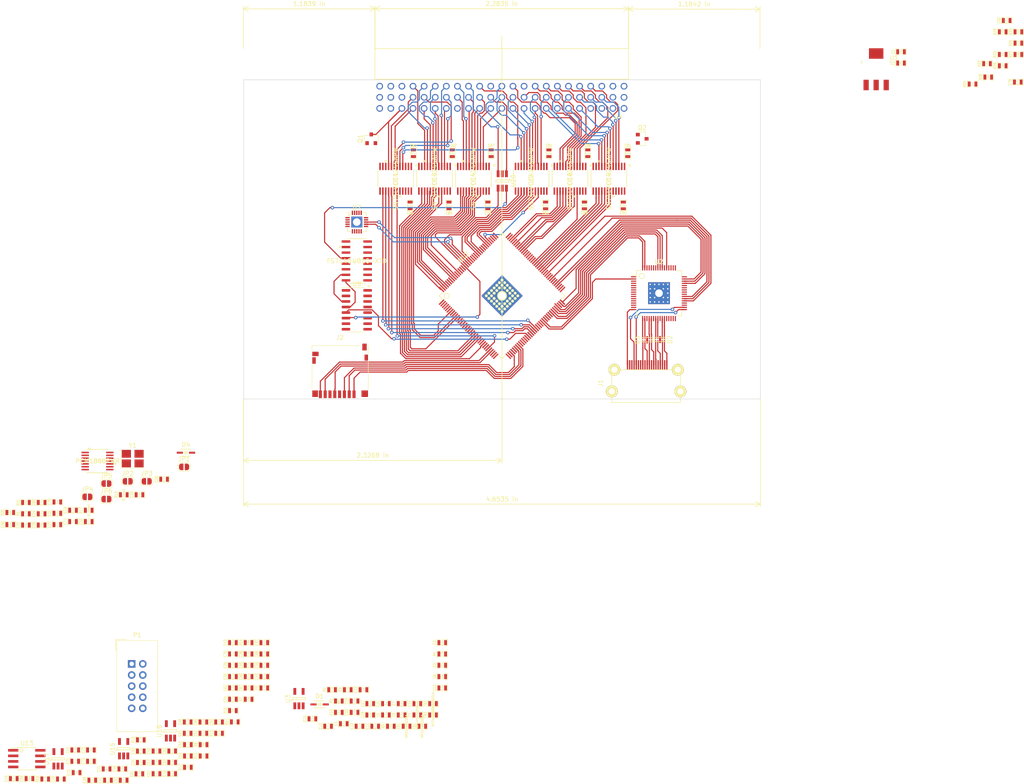
<source format=kicad_pcb>
(kicad_pcb (version 20171130) (host pcbnew "(5.1.5)-3")
  (layers (0 F.Cu signal) (31 B.Cu signal) (34 B.Paste user) (35 F.Paste user) (36 B.SilkS user) (37 F.SilkS user) (38 B.Mask user) (39 F.Mask user) (44 Edge.Cuts user))
  (net 0 "")
  (net 1 GND)
  (net 2 /5V)
  (net 3 VCC)
  (net 4 /hdmitx1/DVDD1V8)
  (net 5 /hdmitx1/DVDD1V8_FILT_DVDD)
  (net 6 /hdmitx1/DVDD3V3_FILT_DVDD_3V)
  (net 7 /hdmitx1/DVDD1V8_FILT_PVDD)
  (net 8 /hdmitx1/DVDD1V8_FILT_AVDD)
  (net 9 GNDREF)
  (net 10 "Net-(C29-Pad1)")
  (net 11 /fpga1/VCCINT)
  (net 12 /fpga1/VCCD_PLL)
  (net 13 /fpga1/VCCA)
  (net 14 "Net-(C77-Pad1)")
  (net 15 /input2/AudioR)
  (net 16 "Net-(C79-Pad1)")
  (net 17 /input2/AudioL)
  (net 18 "Net-(D1-Pad1)")
  (net 19 /hdmitx1/TX2-)
  (net 20 /hdmitx1/TX2+)
  (net 21 /hdmitx1/TX1+)
  (net 22 /hdmitx1/TX1-)
  (net 23 /hdmitx1/TXC-)
  (net 24 /hdmitx1/TXC+)
  (net 25 /hdmitx1/TX0-)
  (net 26 /hdmitx1/TX0+)
  (net 27 /hdmitx1/5V_FUSED)
  (net 28 /hdmitx1/DDCSCL)
  (net 29 /hdmitx1/DDCSDA)
  (net 30 /hdmitx1/HPD)
  (net 31 /fpga1/DAT1)
  (net 32 /fpga1/DAT0)
  (net 33 /fpga1/SCLK)
  (net 34 /fpga1/CMD)
  (net 35 /fpga1/DAT3)
  (net 36 /fpga1/DAT2)
  (net 37 "Net-(JP1-Pad1)")
  (net 38 "Net-(JP2-Pad1)")
  (net 39 "Net-(JP3-Pad2)")
  (net 40 "Net-(JP4-Pad1)")
  (net 41 "Net-(JP5-Pad2)")
  (net 42 "Net-(JP6-Pad1)")
  (net 43 /fpga1/TCK)
  (net 44 /fpga1/TDO)
  (net 45 /fpga1/TMS)
  (net 46 /fpga1/TDI)
  (net 47 "Net-(Q1-Pad1)")
  (net 48 /input1/HuID)
  (net 49 /input1/RSTn)
  (net 50 "Net-(Q2-Pad1)")
  (net 51 /fpga1/HDMITX_INT_N)
  (net 52 "Net-(R2-Pad1)")
  (net 53 "Net-(R6-Pad2)")
  (net 54 "Net-(R7-Pad2)")
  (net 55 "Net-(R8-Pad1)")
  (net 56 /fpga1/SDA)
  (net 57 /fpga1/SCL)
  (net 58 "Net-(R14-Pad2)")
  (net 59 "Net-(R15-Pad2)")
  (net 60 /fpga1/DATA0)
  (net 61 "Net-(R16-Pad1)")
  (net 62 "Net-(R18-Pad1)")
  (net 63 "Net-(R22-Pad2)")
  (net 64 /input1/HuID_N_I)
  (net 65 /input1/RST_N_I)
  (net 66 "Net-(R26-Pad2)")
  (net 67 "Net-(R27-Pad2)")
  (net 68 "Net-(R28-Pad2)")
  (net 69 "Net-(R29-Pad2)")
  (net 70 /fpga1/HDMITX_HSYNC)
  (net 71 /hdmitx1/DE)
  (net 72 /fpga1/B1)
  (net 73 /fpga1/B2)
  (net 74 /fpga1/B0)
  (net 75 /fpga1/G1)
  (net 76 /fpga1/HDMITX_PCLK)
  (net 77 /fpga1/G2)
  (net 78 /fpga1/G0)
  (net 79 /fpga1/R1)
  (net 80 /fpga1/R2)
  (net 81 /fpga1/R0)
  (net 82 /hdmitx1/I2S_WS)
  (net 83 /hdmitx1/I2S_BCK)
  (net 84 /hdmitx1/I2S_DATA)
  (net 85 /fpga1/HDMITX_VSYNC)
  (net 86 /input1/CS)
  (net 87 "Net-(U10-Pad10)")
  (net 88 "Net-(U10-Pad9)")
  (net 89 "Net-(U10-Pad7)")
  (net 90 "Net-(U10-Pad4)")
  (net 91 "Net-(U14-Pad9)")
  (net 92 /input1/DCK)
  (net 93 /input1/VSn)
  (net 94 /input1/SPBG)
  (net 95 "Net-(U18-Pad10)")
  (net 96 "Net-(U18-Pad8)")
  (net 97 "Net-(U18-Pad7)")
  (net 98 "Net-(U18-Pad6)")
  (net 99 "Net-(U18-Pad5)")
  (net 100 "Net-(U18-Pad4)")
  (net 101 "Net-(U18-Pad3)")
  (net 102 /input1/WRn)
  (net 103 /input1/XNMI)
  (net 104 "Net-(U10-Pad6)")
  (net 105 /input1/XRD)
  (net 106 "Net-(U14-Pad10)")
  (net 107 "Net-(U14-Pad7)")
  (net 108 "Net-(U14-Pad5)")
  (net 109 /input1/HSn)
  (net 110 "Net-(U4-PadB12)")
  (net 111 "Net-(U4-PadB13)")
  (net 112 "Net-(U18-Pad9)")
  (net 113 "Net-(U4-PadB15)")
  (net 114 "Net-(U4-PadB16)")
  (net 115 "Net-(U19-Pad9)")
  (net 116 "Net-(U19-Pad8)")
  (net 117 "Net-(U19-Pad5)")
  (net 118 /input1/RDYn)
  (net 119 "Net-(U19-Pad3)")
  (net 120 /input1/CEK)
  (net 121 "Net-(U10-Pad8)")
  (net 122 "Net-(U10-Pad5)")
  (net 123 "Net-(U10-Pad3)")
  (net 124 "Net-(U14-Pad8)")
  (net 125 "Net-(U14-Pad6)")
  (net 126 "Net-(U14-Pad4)")
  (net 127 "Net-(U14-Pad3)")
  (net 128 "Net-(U4-PadC13)")
  (net 129 "Net-(U4-PadC14)")
  (net 130 "Net-(U4-PadC15)")
  (net 131 "Net-(U19-Pad10)")
  (net 132 "Net-(U19-Pad7)")
  (net 133 "Net-(U19-Pad6)")
  (net 134 /input2/HSn)
  (net 135 "Net-(U5-Pad15)")
  (net 136 "Net-(U5-Pad16)")
  (net 137 "Net-(U6-Pad6)")
  (net 138 "Net-(U7-Pad1)")
  (net 139 "Net-(U7-Pad2)")
  (net 140 "Net-(U7-Pad6)")
  (net 141 /fpga1/SI_CLK1)
  (net 142 /fpga1/SI_CLK0)
  (net 143 /fpga1/DCKFB)
  (net 144 /fpga1/DCK)
  (net 145 /fpga1/A7)
  (net 146 /fpga1/A4)
  (net 147 /fpga1/A5)
  (net 148 /fpga1/A3)
  (net 149 /fpga1/A1)
  (net 150 /fpga1/A2)
  (net 151 /fpga1/A0)
  (net 152 /fpga1/SPBG)
  (net 153 /fpga1/A18)
  (net 154 /fpga1/A14)
  (net 155 /fpga1/A17)
  (net 156 /fpga1/A9)
  (net 157 /fpga1/A8)
  (net 158 /fpga1/A13)
  (net 159 /fpga1/A10)
  (net 160 /fpga1/A11)
  (net 161 /fpga1/XRD)
  (net 162 /fpga1/CEK)
  (net 163 /fpga1/WR_N)
  (net 164 /fpga1/HuID_N)
  (net 165 /fpga1/CS)
  (net 166 /fpga1/ASDO)
  (net 167 /fpga1/A20)
  (net 168 /fpga1/nCSO)
  (net 169 /fpga1/DDIR)
  (net 170 /fpga1/DCLK)
  (net 171 /fpga1/A19)
  (net 172 /fpga1/A15)
  (net 173 /fpga1/VD0)
  (net 174 /fpga1/VD1)
  (net 175 /fpga1/VD2)
  (net 176 /fpga1/VD3)
  (net 177 /fpga1/VD4)
  (net 178 /fpga1/VD5)
  (net 179 /fpga1/VD6)
  (net 180 /fpga1/VD7)
  (net 181 /fpga1/A16)
  (net 182 /fpga1/A12)
  (net 183 /fpga1/A6)
  (net 184 /fpga1/D7)
  (net 185 /fpga1/D6)
  (net 186 /fpga1/D5)
  (net 187 /fpga1/D4)
  (net 188 /fpga1/D3)
  (net 189 /fpga1/D2)
  (net 190 /fpga1/D1)
  (net 191 /fpga1/D0)
  (net 192 "Net-(J1-Pad13)")
  (net 193 "Net-(J1-Pad14)")
  (net 194 "Net-(P1-Pad6)")
  (net 195 "Net-(P1-Pad7)")
  (net 196 "Net-(P1-Pad8)")
  (net 197 "Net-(U2-Pad30)")
  (net 198 "Net-(U3-Pad4)")
  (net 199 "Net-(U4-PadA11)")
  (net 200 "Net-(U4-PadA14)")
  (net 201 "Net-(U4-PadA22)")
  (net 202 "Net-(U4-PadA23)")
  (net 203 "Net-(U4-PadB1)")
  (net 204 "Net-(U4-PadB2)")
  (net 205 "Net-(U4-PadB3)")
  (net 206 "Net-(U4-PadB23)")
  (net 207 "Net-(U4-PadC22)")
  (net 208 "Net-(U4-PadC23)")
  (net 209 "Net-(U5-Pad5)")
  (net 210 "Net-(U5-Pad6)")
  (net 211 "Net-(U5-Pad9)")
  (net 212 "Net-(U5-Pad10)")
  (net 213 "Net-(U5-Pad13)")
  (net 214 "Net-(U7-Pad8)")
  (net 215 "Net-(U7-Pad9)")
  (net 216 "Net-(U7-Pad15)")
  (net 217 "Net-(U7-Pad16)")
  (net 218 "Net-(U7-Pad17)")
  (net 219 "Net-(U8-Pad9)")
  (net 220 "Net-(U8-Pad10)")
  (net 221 "Net-(U8-Pad11)")
  (net 222 "Net-(U8-Pad12)")
  (net 223 "Net-(U8-Pad13)")
  (net 224 "Net-(U9-Pad23)")
  (net 225 "Net-(U10-Pad23)")
  (net 226 "Net-(U11-Pad23)")
  (net 227 "Net-(U11-Pad21)")
  (net 228 "Net-(U11-Pad20)")
  (net 229 "Net-(U11-Pad18)")
  (net 230 "Net-(U11-Pad3)")
  (net 231 "Net-(U14-Pad23)")
  (net 232 "Net-(U15-Pad4)")
  (net 233 "Net-(U16-Pad4)")
  (net 234 "Net-(U17-Pad4)")
  (net 235 "Net-(U18-Pad23)")
  (net 236 "Net-(U19-Pad20)")
  (net 237 "Net-(U19-Pad21)")
  (net 238 "Net-(U19-Pad23)")
  (net 239 "Net-(U12-Pad46)")
  (module custom_components:HDMI_CONN-10029449-111RLF (layer F.Cu) (at 163.449 99.314)
    (fp_text reference J1 (at -10.38098 3.06324 90) (layer F.SilkS))
    (fp_text value HDMI_CONN)
    (pad 19 smd rect (at -4.25 -1.1) (size 0.3 2.2) (layers F.Cu F.Paste F.Mask) (net 30 /hdmitx1/HPD))
    (pad 18 smd rect (at -3.75 -1.1) (size 0.3 2.2) (layers F.Cu F.Paste F.Mask) (net 27 /hdmitx1/5V_FUSED))
    (pad 17 smd rect (at -3.25 -1.1) (size 0.3 2.2) (layers F.Cu F.Paste F.Mask) (net 1 GND))
    (pad 16 smd rect (at -2.75 -1.1) (size 0.3 2.2) (layers F.Cu F.Paste F.Mask) (net 29 /hdmitx1/DDCSDA))
    (pad 15 smd rect (at -2.25 -1.1) (size 0.3 2.2) (layers F.Cu F.Paste F.Mask) (net 28 /hdmitx1/DDCSCL))
    (pad 14 smd rect (at -1.75 -1.1) (size 0.3 2.2) (layers F.Cu F.Paste F.Mask) (net 193 "Net-(J1-Pad14)"))
    (pad 13 smd rect (at -1.25 -1.1) (size 0.3 2.2) (layers F.Cu F.Paste F.Mask) (net 192 "Net-(J1-Pad13)"))
    (pad 12 smd rect (at -0.75 -1.1) (size 0.3 2.2) (layers F.Cu F.Paste F.Mask) (net 23 /hdmitx1/TXC-))
    (pad 11 smd rect (at -0.25 -1.1) (size 0.3 2.2) (layers F.Cu F.Paste F.Mask) (net 1 GND))
    (pad 10 smd rect (at 0.25 -1.1) (size 0.3 2.2) (layers F.Cu F.Paste F.Mask) (net 24 /hdmitx1/TXC+))
    (pad 9 smd rect (at 0.75 -1.1) (size 0.3 2.2) (layers F.Cu F.Paste F.Mask) (net 25 /hdmitx1/TX0-))
    (pad 8 smd rect (at 1.25 -1.1) (size 0.3 2.2) (layers F.Cu F.Paste F.Mask) (net 1 GND))
    (pad 7 smd rect (at 1.75 -1.1) (size 0.3 2.2) (layers F.Cu F.Paste F.Mask) (net 26 /hdmitx1/TX0+))
    (pad 6 smd rect (at 2.25 -1.1) (size 0.3 2.2) (layers F.Cu F.Paste F.Mask) (net 22 /hdmitx1/TX1-))
    (pad 5 smd rect (at 2.75 -1.1) (size 0.3 2.2) (layers F.Cu F.Paste F.Mask) (net 1 GND))
    (pad 4 smd rect (at 3.25 -1.1) (size 0.3 2.2) (layers F.Cu F.Paste F.Mask) (net 21 /hdmitx1/TX1+))
    (pad 3 smd rect (at 3.75 -1.1) (size 0.3 2.2) (layers F.Cu F.Paste F.Mask) (net 19 /hdmitx1/TX2-))
    (pad 2 smd rect (at 4.25 -1.1) (size 0.3 2.2) (layers F.Cu F.Paste F.Mask) (net 1 GND))
    (pad 1 smd rect (at 4.75 -1.1) (size 0.3 2.2) (layers F.Cu F.Paste F.Mask) (net 20 /hdmitx1/TX2+))
    (pad 17 thru_hole circle (at 7.85 4.95) (size 2.7 2.7) (drill 1.4) (layers *.Cu *.Mask F.SilkS) (net 1 GND))
    (pad 17 thru_hole circle (at -7.85 4.95) (size 2.7 2.7) (drill 1.4) (layers *.Cu *.Mask F.SilkS) (net 1 GND))
    (pad 17 thru_hole circle (at -7.25 0) (size 2.7 2.7) (drill 1.4) (layers *.Cu *.Mask F.SilkS) (net 1 GND))
    (pad 17 thru_hole circle (at 7.25 0) (size 2.7 2.7) (drill 1.4) (layers *.Cu *.Mask F.SilkS) (net 1 GND))
  )
  (module custom_components:SM0603_Capa_libcms (layer F.Cu) (at 221.755211 29.167291)
    (fp_text reference C1 (at -1.778 0 90) (layer F.SilkS) (effects (font (size 0.5842 0.508) (thickness 0.127))))
    (fp_text value 10u (at 0 0 90) (layer F.SilkS) (effects (font (size 0.508 0.4572) (thickness 0.1143))))
    (pad 2 smd rect (at 0.762 0) (size 0.635 1.143) (layers F.Cu F.Paste F.Mask) (net 1 GND))
    (pad 1 smd rect (at -0.762 0) (size 0.635 1.143) (layers F.Cu F.Paste F.Mask) (net 2 /5V))
  )
  (module custom_components:SM0603_Capa_libcms (layer F.Cu) (at 221.755211 26.577291)
    (fp_text reference C2 (at -1.778 0 90) (layer F.SilkS) (effects (font (size 0.5842 0.508) (thickness 0.127))))
    (fp_text value 10u (at 0 0 90) (layer F.SilkS) (effects (font (size 0.508 0.4572) (thickness 0.1143))))
    (pad 2 smd rect (at 0.762 0) (size 0.635 1.143) (layers F.Cu F.Paste F.Mask) (net 1 GND))
    (pad 1 smd rect (at -0.762 0) (size 0.635 1.143) (layers F.Cu F.Paste F.Mask) (net 3 VCC))
  )
  (module custom_components:SM0603_Capa_libcms (layer F.Cu) (at 116.825211 161.727291)
    (fp_text reference C3 (at -1.778 0 90) (layer F.SilkS) (effects (font (size 0.5842 0.508) (thickness 0.127))))
    (fp_text value 0.1u (at 0 0 90) (layer F.SilkS) (effects (font (size 0.508 0.4572) (thickness 0.1143))))
    (pad 1 smd rect (at -0.762 0) (size 0.635 1.143) (layers F.Cu F.Paste F.Mask) (net 4 /hdmitx1/DVDD1V8))
    (pad 2 smd rect (at 0.762 0) (size 0.635 1.143) (layers F.Cu F.Paste F.Mask) (net 1 GND))
  )
  (module custom_components:SM0603_Capa_libcms (layer F.Cu) (at 94.305211 180.267291)
    (fp_text reference C4 (at -1.778 0 90) (layer F.SilkS) (effects (font (size 0.5842 0.508) (thickness 0.127))))
    (fp_text value 0.1u (at 0 0 90) (layer F.SilkS) (effects (font (size 0.508 0.4572) (thickness 0.1143))))
    (pad 2 smd rect (at 0.762 0) (size 0.635 1.143) (layers F.Cu F.Paste F.Mask) (net 1 GND))
    (pad 1 smd rect (at -0.762 0) (size 0.635 1.143) (layers F.Cu F.Paste F.Mask) (net 3 VCC))
  )
  (module custom_components:SM0603_Capa_libcms (layer F.Cu) (at 116.825211 166.907291)
    (fp_text reference C5 (at -1.778 0 90) (layer F.SilkS) (effects (font (size 0.5842 0.508) (thickness 0.127))))
    (fp_text value 10u (at 0 0 90) (layer F.SilkS) (effects (font (size 0.508 0.4572) (thickness 0.1143))))
    (pad 1 smd rect (at -0.762 0) (size 0.635 1.143) (layers F.Cu F.Paste F.Mask) (net 5 /hdmitx1/DVDD1V8_FILT_DVDD))
    (pad 2 smd rect (at 0.762 0) (size 0.635 1.143) (layers F.Cu F.Paste F.Mask) (net 1 GND))
  )
  (module custom_components:SM0603_Capa_libcms (layer F.Cu) (at 103.945211 178.267291)
    (fp_text reference C6 (at -1.778 0 90) (layer F.SilkS) (effects (font (size 0.5842 0.508) (thickness 0.127))))
    (fp_text value 0.1u (at 0 0 90) (layer F.SilkS) (effects (font (size 0.508 0.4572) (thickness 0.1143))))
    (pad 1 smd rect (at -0.762 0) (size 0.635 1.143) (layers F.Cu F.Paste F.Mask) (net 5 /hdmitx1/DVDD1V8_FILT_DVDD))
    (pad 2 smd rect (at 0.762 0) (size 0.635 1.143) (layers F.Cu F.Paste F.Mask) (net 1 GND))
  )
  (module custom_components:SM0603_Capa_libcms (layer F.Cu) (at 107.535211 175.677291)
    (fp_text reference C7 (at -1.778 0 90) (layer F.SilkS) (effects (font (size 0.5842 0.508) (thickness 0.127))))
    (fp_text value 0.1u (at 0 0 90) (layer F.SilkS) (effects (font (size 0.508 0.4572) (thickness 0.1143))))
    (pad 2 smd rect (at 0.762 0) (size 0.635 1.143) (layers F.Cu F.Paste F.Mask) (net 1 GND))
    (pad 1 smd rect (at -0.762 0) (size 0.635 1.143) (layers F.Cu F.Paste F.Mask) (net 5 /hdmitx1/DVDD1V8_FILT_DVDD))
  )
  (module custom_components:SM0603_Capa_libcms (layer F.Cu) (at 116.825211 169.497291)
    (fp_text reference C8 (at -1.778 0 90) (layer F.SilkS) (effects (font (size 0.5842 0.508) (thickness 0.127))))
    (fp_text value 10u (at 0 0 90) (layer F.SilkS) (effects (font (size 0.508 0.4572) (thickness 0.1143))))
    (pad 2 smd rect (at 0.762 0) (size 0.635 1.143) (layers F.Cu F.Paste F.Mask) (net 1 GND))
    (pad 1 smd rect (at -0.762 0) (size 0.635 1.143) (layers F.Cu F.Paste F.Mask) (net 6 /hdmitx1/DVDD3V3_FILT_DVDD_3V))
  )
  (module custom_components:SM0603_Capa_libcms (layer F.Cu) (at 107.535211 178.267291)
    (fp_text reference C9 (at -1.778 0 90) (layer F.SilkS) (effects (font (size 0.5842 0.508) (thickness 0.127))))
    (fp_text value 0.1u (at 0 0 90) (layer F.SilkS) (effects (font (size 0.508 0.4572) (thickness 0.1143))))
    (pad 2 smd rect (at 0.762 0) (size 0.635 1.143) (layers F.Cu F.Paste F.Mask) (net 1 GND))
    (pad 1 smd rect (at -0.762 0) (size 0.635 1.143) (layers F.Cu F.Paste F.Mask) (net 5 /hdmitx1/DVDD1V8_FILT_DVDD))
  )
  (module custom_components:SM0603_Capa_libcms (layer F.Cu) (at 97.895211 180.857291)
    (fp_text reference C10 (at -1.778 0 90) (layer F.SilkS) (effects (font (size 0.5842 0.508) (thickness 0.127))))
    (fp_text value 0.1u (at 0 0 90) (layer F.SilkS) (effects (font (size 0.508 0.4572) (thickness 0.1143))))
    (pad 1 smd rect (at -0.762 0) (size 0.635 1.143) (layers F.Cu F.Paste F.Mask) (net 6 /hdmitx1/DVDD3V3_FILT_DVDD_3V))
    (pad 2 smd rect (at 0.762 0) (size 0.635 1.143) (layers F.Cu F.Paste F.Mask) (net 1 GND))
  )
  (module custom_components:SM0603_Capa_libcms (layer F.Cu) (at 101.485211 180.857291)
    (fp_text reference C11 (at -1.778 0 90) (layer F.SilkS) (effects (font (size 0.5842 0.508) (thickness 0.127))))
    (fp_text value 0.1u (at 0 0 90) (layer F.SilkS) (effects (font (size 0.508 0.4572) (thickness 0.1143))))
    (pad 1 smd rect (at -0.762 0) (size 0.635 1.143) (layers F.Cu F.Paste F.Mask) (net 5 /hdmitx1/DVDD1V8_FILT_DVDD))
    (pad 2 smd rect (at 0.762 0) (size 0.635 1.143) (layers F.Cu F.Paste F.Mask) (net 1 GND))
  )
  (module custom_components:SM0603_Capa_libcms (layer F.Cu) (at 90.715211 180.857291)
    (fp_text reference C12 (at -1.778 0 90) (layer F.SilkS) (effects (font (size 0.5842 0.508) (thickness 0.127))))
    (fp_text value 0.1u (at 0 0 90) (layer F.SilkS) (effects (font (size 0.508 0.4572) (thickness 0.1143))))
    (pad 1 smd rect (at -0.762 0) (size 0.635 1.143) (layers F.Cu F.Paste F.Mask) (net 7 /hdmitx1/DVDD1V8_FILT_PVDD))
    (pad 2 smd rect (at 0.762 0) (size 0.635 1.143) (layers F.Cu F.Paste F.Mask) (net 1 GND))
  )
  (module custom_components:SM0603_Capa_libcms (layer F.Cu) (at 116.825211 172.087291)
    (fp_text reference C13 (at -1.778 0 90) (layer F.SilkS) (effects (font (size 0.5842 0.508) (thickness 0.127))))
    (fp_text value 0.1u (at 0 0 90) (layer F.SilkS) (effects (font (size 0.508 0.4572) (thickness 0.1143))))
    (pad 2 smd rect (at 0.762 0) (size 0.635 1.143) (layers F.Cu F.Paste F.Mask) (net 1 GND))
    (pad 1 smd rect (at -0.762 0) (size 0.635 1.143) (layers F.Cu F.Paste F.Mask) (net 8 /hdmitx1/DVDD1V8_FILT_AVDD))
  )
  (module custom_components:SM0603_Capa_libcms (layer F.Cu) (at 111.125211 175.677291)
    (fp_text reference C14 (at -1.778 0 90) (layer F.SilkS) (effects (font (size 0.5842 0.508) (thickness 0.127))))
    (fp_text value 0.1u (at 0 0 90) (layer F.SilkS) (effects (font (size 0.508 0.4572) (thickness 0.1143))))
    (pad 2 smd rect (at 0.762 0) (size 0.635 1.143) (layers F.Cu F.Paste F.Mask) (net 1 GND))
    (pad 1 smd rect (at -0.762 0) (size 0.635 1.143) (layers F.Cu F.Paste F.Mask) (net 7 /hdmitx1/DVDD1V8_FILT_PVDD))
  )
  (module custom_components:SM0603_Capa_libcms (layer F.Cu) (at 87.125211 179.147291)
    (fp_text reference C15 (at -1.778 0 90) (layer F.SilkS) (effects (font (size 0.5842 0.508) (thickness 0.127))))
    (fp_text value 0.1u (at 0 0 90) (layer F.SilkS) (effects (font (size 0.508 0.4572) (thickness 0.1143))))
    (pad 2 smd rect (at 0.762 0) (size 0.635 1.143) (layers F.Cu F.Paste F.Mask) (net 1 GND))
    (pad 1 smd rect (at -0.762 0) (size 0.635 1.143) (layers F.Cu F.Paste F.Mask) (net 8 /hdmitx1/DVDD1V8_FILT_AVDD))
  )
  (module custom_components:SM0603_Capa_libcms (layer F.Cu) (at 100.355211 178.267291)
    (fp_text reference C16 (at -1.778 0 90) (layer F.SilkS) (effects (font (size 0.5842 0.508) (thickness 0.127))))
    (fp_text value 10u (at 0 0 90) (layer F.SilkS) (effects (font (size 0.508 0.4572) (thickness 0.1143))))
    (pad 2 smd rect (at 0.762 0) (size 0.635 1.143) (layers F.Cu F.Paste F.Mask) (net 1 GND))
    (pad 1 smd rect (at -0.762 0) (size 0.635 1.143) (layers F.Cu F.Paste F.Mask) (net 7 /hdmitx1/DVDD1V8_FILT_PVDD))
  )
  (module custom_components:SM0603_Capa_libcms (layer F.Cu) (at 100.355211 175.677291)
    (fp_text reference C17 (at -1.778 0 90) (layer F.SilkS) (effects (font (size 0.5842 0.508) (thickness 0.127))))
    (fp_text value 0.1u (at 0 0 90) (layer F.SilkS) (effects (font (size 0.508 0.4572) (thickness 0.1143))))
    (pad 1 smd rect (at -0.762 0) (size 0.635 1.143) (layers F.Cu F.Paste F.Mask) (net 8 /hdmitx1/DVDD1V8_FILT_AVDD))
    (pad 2 smd rect (at 0.762 0) (size 0.635 1.143) (layers F.Cu F.Paste F.Mask) (net 1 GND))
  )
  (module custom_components:SM0603_Capa_libcms (layer F.Cu) (at 93.175211 177.677291)
    (fp_text reference C18 (at -1.778 0 90) (layer F.SilkS) (effects (font (size 0.5842 0.508) (thickness 0.127))))
    (fp_text value 10u (at 0 0 90) (layer F.SilkS) (effects (font (size 0.508 0.4572) (thickness 0.1143))))
    (pad 1 smd rect (at -0.762 0) (size 0.635 1.143) (layers F.Cu F.Paste F.Mask) (net 8 /hdmitx1/DVDD1V8_FILT_AVDD))
    (pad 2 smd rect (at 0.762 0) (size 0.635 1.143) (layers F.Cu F.Paste F.Mask) (net 1 GND))
  )
  (module custom_components:SM0603_Capa_libcms (layer F.Cu) (at 96.765211 175.087291)
    (fp_text reference C19 (at -1.778 0 90) (layer F.SilkS) (effects (font (size 0.5842 0.508) (thickness 0.127))))
    (fp_text value 0.1u (at 0 0 90) (layer F.SilkS) (effects (font (size 0.508 0.4572) (thickness 0.1143))))
    (pad 1 smd rect (at -0.762 0) (size 0.635 1.143) (layers F.Cu F.Paste F.Mask) (net 4 /hdmitx1/DVDD1V8))
    (pad 2 smd rect (at 0.762 0) (size 0.635 1.143) (layers F.Cu F.Paste F.Mask) (net 1 GND))
  )
  (module custom_components:SM0603_Capa_libcms (layer F.Cu) (at 96.765211 177.677291)
    (fp_text reference C20 (at -1.778 0 90) (layer F.SilkS) (effects (font (size 0.5842 0.508) (thickness 0.127))))
    (fp_text value 0.1u (at 0 0 90) (layer F.SilkS) (effects (font (size 0.508 0.4572) (thickness 0.1143))))
    (pad 2 smd rect (at 0.762 0) (size 0.635 1.143) (layers F.Cu F.Paste F.Mask) (net 1 GND))
    (pad 1 smd rect (at -0.762 0) (size 0.635 1.143) (layers F.Cu F.Paste F.Mask) (net 4 /hdmitx1/DVDD1V8))
  )
  (module custom_components:SM0603_Capa_libcms (layer F.Cu) (at 103.945211 175.677291)
    (fp_text reference C21 (at -1.778 0 90) (layer F.SilkS) (effects (font (size 0.5842 0.508) (thickness 0.127))))
    (fp_text value 1u (at 0 0 90) (layer F.SilkS) (effects (font (size 0.508 0.4572) (thickness 0.1143))))
    (pad 2 smd rect (at 0.762 0) (size 0.635 1.143) (layers F.Cu F.Paste F.Mask) (net 1 GND))
    (pad 1 smd rect (at -0.762 0) (size 0.635 1.143) (layers F.Cu F.Paste F.Mask) (net 3 VCC))
  )
  (module custom_components:SM0603_Capa_libcms (layer F.Cu) (at 98.805211 172.497291)
    (fp_text reference C22 (at -1.778 0 90) (layer F.SilkS) (effects (font (size 0.5842 0.508) (thickness 0.127))))
    (fp_text value 1u (at 0 0 90) (layer F.SilkS) (effects (font (size 0.508 0.4572) (thickness 0.1143))))
    (pad 2 smd rect (at 0.762 0) (size 0.635 1.143) (layers F.Cu F.Paste F.Mask) (net 1 GND))
    (pad 1 smd rect (at -0.762 0) (size 0.635 1.143) (layers F.Cu F.Paste F.Mask) (net 4 /hdmitx1/DVDD1V8))
  )
  (module custom_components:SM0603_Capa_libcms (layer F.Cu) (at 127.254 61.722 270)
    (fp_text reference C23 (at 1.778 0) (layer F.SilkS) (effects (font (size 0.5842 0.508) (thickness 0.127))))
    (fp_text value 0.1u (at 0 0) (layer F.SilkS) (effects (font (size 0.508 0.4572) (thickness 0.1143))))
    (pad 2 smd rect (at 0.762 0 270) (size 0.635 1.143) (layers F.Cu F.Paste F.Mask) (net 1 GND))
    (pad 1 smd rect (at -0.762 0 270) (size 0.635 1.143) (layers F.Cu F.Paste F.Mask) (net 3 VCC))
  )
  (module custom_components:SM0603_Capa_libcms (layer F.Cu) (at 25.195211 132.253291)
    (fp_text reference C24 (at -1.778 0 90) (layer F.SilkS) (effects (font (size 0.5842 0.508) (thickness 0.127))))
    (fp_text value 0.1u (at 0 0 90) (layer F.SilkS) (effects (font (size 0.508 0.4572) (thickness 0.1143))))
    (pad 2 smd rect (at 0.762 0) (size 0.635 1.143) (layers F.Cu F.Paste F.Mask) (net 9 GNDREF))
    (pad 1 smd rect (at -0.762 0) (size 0.635 1.143) (layers F.Cu F.Paste F.Mask) (net 2 /5V))
  )
  (module custom_components:SM0603_Capa_libcms (layer F.Cu) (at 21.605211 134.843291)
    (fp_text reference C25 (at -1.778 0 90) (layer F.SilkS) (effects (font (size 0.5842 0.508) (thickness 0.127))))
    (fp_text value 10u (at 0 0 90) (layer F.SilkS) (effects (font (size 0.508 0.4572) (thickness 0.1143))))
    (pad 2 smd rect (at 0.762 0) (size 0.635 1.143) (layers F.Cu F.Paste F.Mask) (net 9 GNDREF))
    (pad 1 smd rect (at -0.762 0) (size 0.635 1.143) (layers F.Cu F.Paste F.Mask) (net 2 /5V))
  )
  (module custom_components:SM0603_Capa_libcms (layer F.Cu) (at 25.195211 134.843291)
    (fp_text reference C26 (at -1.778 0 90) (layer F.SilkS) (effects (font (size 0.5842 0.508) (thickness 0.127))))
    (fp_text value 10u (at 0 0 90) (layer F.SilkS) (effects (font (size 0.508 0.4572) (thickness 0.1143))))
    (pad 2 smd rect (at 0.762 0) (size 0.635 1.143) (layers F.Cu F.Paste F.Mask) (net 1 GND))
    (pad 1 smd rect (at -0.762 0) (size 0.635 1.143) (layers F.Cu F.Paste F.Mask) (net 3 VCC))
  )
  (module custom_components:SM0603_Capa_libcms (layer F.Cu) (at 28.785211 134.733291)
    (fp_text reference C27 (at -1.778 0 90) (layer F.SilkS) (effects (font (size 0.5842 0.508) (thickness 0.127))))
    (fp_text value 47u (at 0 0 90) (layer F.SilkS) (effects (font (size 0.508 0.4572) (thickness 0.1143))))
    (pad 2 smd rect (at 0.762 0) (size 0.635 1.143) (layers F.Cu F.Paste F.Mask) (net 1 GND))
    (pad 1 smd rect (at -0.762 0) (size 0.635 1.143) (layers F.Cu F.Paste F.Mask) (net 2 /5V))
  )
  (module custom_components:SM0603_Capa_libcms (layer F.Cu) (at 53.205211 124.353291)
    (fp_text reference C28 (at -1.778 0 90) (layer F.SilkS) (effects (font (size 0.5842 0.508) (thickness 0.127))))
    (fp_text value 0.1u (at 0 0 90) (layer F.SilkS) (effects (font (size 0.508 0.4572) (thickness 0.1143))))
    (pad 1 smd rect (at -0.762 0) (size 0.635 1.143) (layers F.Cu F.Paste F.Mask) (net 3 VCC))
    (pad 2 smd rect (at 0.762 0) (size 0.635 1.143) (layers F.Cu F.Paste F.Mask) (net 1 GND))
  )
  (module custom_components:SM0603_Capa_libcms (layer F.Cu) (at 32.375211 131.453291)
    (fp_text reference C29 (at -1.778 0 90) (layer F.SilkS) (effects (font (size 0.5842 0.508) (thickness 0.127))))
    (fp_text value 0.1u (at 0 0 90) (layer F.SilkS) (effects (font (size 0.508 0.4572) (thickness 0.1143))))
    (pad 2 smd rect (at 0.762 0) (size 0.635 1.143) (layers F.Cu F.Paste F.Mask) (net 9 GNDREF))
    (pad 1 smd rect (at -0.762 0) (size 0.635 1.143) (layers F.Cu F.Paste F.Mask) (net 10 "Net-(C29-Pad1)"))
  )
  (module custom_components:SM0603_Capa_libcms (layer F.Cu) (at 47.575211 127.903291)
    (fp_text reference C30 (at -1.778 0 90) (layer F.SilkS) (effects (font (size 0.5842 0.508) (thickness 0.127))))
    (fp_text value 10u (at 0 0 90) (layer F.SilkS) (effects (font (size 0.508 0.4572) (thickness 0.1143))))
    (pad 2 smd rect (at 0.762 0) (size 0.635 1.143) (layers F.Cu F.Paste F.Mask) (net 9 GNDREF))
    (pad 1 smd rect (at -0.762 0) (size 0.635 1.143) (layers F.Cu F.Paste F.Mask) (net 10 "Net-(C29-Pad1)"))
  )
  (module custom_components:SM0603_Capa_libcms (layer F.Cu) (at 28.785211 132.143291)
    (fp_text reference C31 (at -1.778 0 90) (layer F.SilkS) (effects (font (size 0.5842 0.508) (thickness 0.127))))
    (fp_text value 0.1u (at 0 0 90) (layer F.SilkS) (effects (font (size 0.508 0.4572) (thickness 0.1143))))
    (pad 2 smd rect (at 0.762 0) (size 0.635 1.143) (layers F.Cu F.Paste F.Mask) (net 1 GND))
    (pad 1 smd rect (at -0.762 0) (size 0.635 1.143) (layers F.Cu F.Paste F.Mask) (net 3 VCC))
  )
  (module custom_components:SM0603_Capa_libcms (layer F.Cu) (at 35.965211 134.043291)
    (fp_text reference C32 (at -1.778 0 90) (layer F.SilkS) (effects (font (size 0.5842 0.508) (thickness 0.127))))
    (fp_text value 0.1u (at 0 0 90) (layer F.SilkS) (effects (font (size 0.508 0.4572) (thickness 0.1143))))
    (pad 1 smd rect (at -0.762 0) (size 0.635 1.143) (layers F.Cu F.Paste F.Mask) (net 1 GND))
    (pad 2 smd rect (at 0.762 0) (size 0.635 1.143) (layers F.Cu F.Paste F.Mask) (net 3 VCC))
  )
  (module custom_components:SM0603_Capa_libcms (layer F.Cu) (at 47.875211 186.547291)
    (fp_text reference C33 (at -1.778 0 90) (layer F.SilkS) (effects (font (size 0.5842 0.508) (thickness 0.127))))
    (fp_text value 0.1u (at 0 0 90) (layer F.SilkS) (effects (font (size 0.508 0.4572) (thickness 0.1143))))
    (pad 1 smd rect (at -0.762 0) (size 0.635 1.143) (layers F.Cu F.Paste F.Mask) (net 11 /fpga1/VCCINT))
    (pad 2 smd rect (at 0.762 0) (size 0.635 1.143) (layers F.Cu F.Paste F.Mask) (net 1 GND))
  )
  (module custom_components:SM0603_Capa_libcms (layer F.Cu) (at 47.875211 189.137291)
    (fp_text reference C34 (at -1.778 0 90) (layer F.SilkS) (effects (font (size 0.5842 0.508) (thickness 0.127))))
    (fp_text value 0.1u (at 0 0 90) (layer F.SilkS) (effects (font (size 0.508 0.4572) (thickness 0.1143))))
    (pad 1 smd rect (at -0.762 0) (size 0.635 1.143) (layers F.Cu F.Paste F.Mask) (net 3 VCC))
    (pad 2 smd rect (at 0.762 0) (size 0.635 1.143) (layers F.Cu F.Paste F.Mask) (net 1 GND))
  )
  (module custom_components:SM0603_Capa_libcms (layer F.Cu) (at 68.945211 169.497291)
    (fp_text reference C35 (at -1.778 0 90) (layer F.SilkS) (effects (font (size 0.5842 0.508) (thickness 0.127))))
    (fp_text value 0.1u (at 0 0 90) (layer F.SilkS) (effects (font (size 0.508 0.4572) (thickness 0.1143))))
    (pad 1 smd rect (at -0.762 0) (size 0.635 1.143) (layers F.Cu F.Paste F.Mask) (net 11 /fpga1/VCCINT))
    (pad 2 smd rect (at 0.762 0) (size 0.635 1.143) (layers F.Cu F.Paste F.Mask) (net 1 GND))
  )
  (module custom_components:SM0603_Capa_libcms (layer F.Cu) (at 68.945211 166.907291)
    (fp_text reference C36 (at -1.778 0 90) (layer F.SilkS) (effects (font (size 0.5842 0.508) (thickness 0.127))))
    (fp_text value 0.1u (at 0 0 90) (layer F.SilkS) (effects (font (size 0.508 0.4572) (thickness 0.1143))))
    (pad 1 smd rect (at -0.762 0) (size 0.635 1.143) (layers F.Cu F.Paste F.Mask) (net 12 /fpga1/VCCD_PLL))
    (pad 2 smd rect (at 0.762 0) (size 0.635 1.143) (layers F.Cu F.Paste F.Mask) (net 1 GND))
  )
  (module custom_components:SM0603_Capa_libcms (layer F.Cu) (at 76.125211 161.727291)
    (fp_text reference C37 (at -1.778 0 90) (layer F.SilkS) (effects (font (size 0.5842 0.508) (thickness 0.127))))
    (fp_text value 0.1u (at 0 0 90) (layer F.SilkS) (effects (font (size 0.508 0.4572) (thickness 0.1143))))
    (pad 2 smd rect (at 0.762 0) (size 0.635 1.143) (layers F.Cu F.Paste F.Mask) (net 1 GND))
    (pad 1 smd rect (at -0.762 0) (size 0.635 1.143) (layers F.Cu F.Paste F.Mask) (net 13 /fpga1/VCCA))
  )
  (module custom_components:SM0603_Capa_libcms (layer F.Cu) (at 72.535211 164.317291)
    (fp_text reference C38 (at -1.778 0 90) (layer F.SilkS) (effects (font (size 0.5842 0.508) (thickness 0.127))))
    (fp_text value 0.1u (at 0 0 90) (layer F.SilkS) (effects (font (size 0.508 0.4572) (thickness 0.1143))))
    (pad 1 smd rect (at -0.762 0) (size 0.635 1.143) (layers F.Cu F.Paste F.Mask) (net 13 /fpga1/VCCA))
    (pad 2 smd rect (at 0.762 0) (size 0.635 1.143) (layers F.Cu F.Paste F.Mask) (net 1 GND))
  )
  (module custom_components:SM0603_Capa_libcms (layer F.Cu) (at 36.775211 193.197291)
    (fp_text reference C39 (at -1.778 0 90) (layer F.SilkS) (effects (font (size 0.5842 0.508) (thickness 0.127))))
    (fp_text value 0.1u (at 0 0 90) (layer F.SilkS) (effects (font (size 0.508 0.4572) (thickness 0.1143))))
    (pad 2 smd rect (at 0.762 0) (size 0.635 1.143) (layers F.Cu F.Paste F.Mask) (net 1 GND))
    (pad 1 smd rect (at -0.762 0) (size 0.635 1.143) (layers F.Cu F.Paste F.Mask) (net 3 VCC))
  )
  (module custom_components:SM0603_Capa_libcms (layer F.Cu) (at 43.645211 190.607291)
    (fp_text reference C40 (at -1.778 0 90) (layer F.SilkS) (effects (font (size 0.5842 0.508) (thickness 0.127))))
    (fp_text value 0.1u (at 0 0 90) (layer F.SilkS) (effects (font (size 0.508 0.4572) (thickness 0.1143))))
    (pad 2 smd rect (at 0.762 0) (size 0.635 1.143) (layers F.Cu F.Paste F.Mask) (net 1 GND))
    (pad 1 smd rect (at -0.762 0) (size 0.635 1.143) (layers F.Cu F.Paste F.Mask) (net 11 /fpga1/VCCINT))
  )
  (module custom_components:SM0603_Capa_libcms (layer F.Cu) (at 40.365211 193.197291)
    (fp_text reference C41 (at -1.778 0 90) (layer F.SilkS) (effects (font (size 0.5842 0.508) (thickness 0.127))))
    (fp_text value 0.1u (at 0 0 90) (layer F.SilkS) (effects (font (size 0.508 0.4572) (thickness 0.1143))))
    (pad 2 smd rect (at 0.762 0) (size 0.635 1.143) (layers F.Cu F.Paste F.Mask) (net 1 GND))
    (pad 1 smd rect (at -0.762 0) (size 0.635 1.143) (layers F.Cu F.Paste F.Mask) (net 12 /fpga1/VCCD_PLL))
  )
  (module custom_components:SM0603_Capa_libcms (layer F.Cu) (at 51.465211 186.527291)
    (fp_text reference C42 (at -1.778 0 90) (layer F.SilkS) (effects (font (size 0.5842 0.508) (thickness 0.127))))
    (fp_text value 0.1u (at 0 0 90) (layer F.SilkS) (effects (font (size 0.508 0.4572) (thickness 0.1143))))
    (pad 2 smd rect (at 0.762 0) (size 0.635 1.143) (layers F.Cu F.Paste F.Mask) (net 1 GND))
    (pad 1 smd rect (at -0.762 0) (size 0.635 1.143) (layers F.Cu F.Paste F.Mask) (net 11 /fpga1/VCCINT))
  )
  (module custom_components:SM0603_Capa_libcms (layer F.Cu) (at 68.945211 161.727291)
    (fp_text reference C43 (at -1.778 0 90) (layer F.SilkS) (effects (font (size 0.5842 0.508) (thickness 0.127))))
    (fp_text value 0.1u (at 0 0 90) (layer F.SilkS) (effects (font (size 0.508 0.4572) (thickness 0.1143))))
    (pad 2 smd rect (at 0.762 0) (size 0.635 1.143) (layers F.Cu F.Paste F.Mask) (net 1 GND))
    (pad 1 smd rect (at -0.762 0) (size 0.635 1.143) (layers F.Cu F.Paste F.Mask) (net 3 VCC))
  )
  (module custom_components:SM0603_Capa_libcms (layer F.Cu) (at 32.875211 186.277291)
    (fp_text reference C44 (at -1.778 0 90) (layer F.SilkS) (effects (font (size 0.5842 0.508) (thickness 0.127))))
    (fp_text value 0.1u (at 0 0 90) (layer F.SilkS) (effects (font (size 0.508 0.4572) (thickness 0.1143))))
    (pad 1 smd rect (at -0.762 0) (size 0.635 1.143) (layers F.Cu F.Paste F.Mask) (net 3 VCC))
    (pad 2 smd rect (at 0.762 0) (size 0.635 1.143) (layers F.Cu F.Paste F.Mask) (net 1 GND))
  )
  (module custom_components:SM0603_Capa_libcms (layer F.Cu) (at 18.825211 192.827291)
    (fp_text reference C45 (at -1.778 0 90) (layer F.SilkS) (effects (font (size 0.5842 0.508) (thickness 0.127))))
    (fp_text value 0.1u (at 0 0 90) (layer F.SilkS) (effects (font (size 0.508 0.4572) (thickness 0.1143))))
    (pad 2 smd rect (at 0.762 0) (size 0.635 1.143) (layers F.Cu F.Paste F.Mask) (net 1 GND))
    (pad 1 smd rect (at -0.762 0) (size 0.635 1.143) (layers F.Cu F.Paste F.Mask) (net 11 /fpga1/VCCINT))
  )
  (module custom_components:SM0603_Capa_libcms (layer F.Cu) (at 58.595211 179.877291)
    (fp_text reference C46 (at -1.778 0 90) (layer F.SilkS) (effects (font (size 0.5842 0.508) (thickness 0.127))))
    (fp_text value 0.1u (at 0 0 90) (layer F.SilkS) (effects (font (size 0.508 0.4572) (thickness 0.1143))))
    (pad 2 smd rect (at 0.762 0) (size 0.635 1.143) (layers F.Cu F.Paste F.Mask) (net 1 GND))
    (pad 1 smd rect (at -0.762 0) (size 0.635 1.143) (layers F.Cu F.Paste F.Mask) (net 11 /fpga1/VCCINT))
  )
  (module custom_components:SM0603_Capa_libcms (layer F.Cu) (at 51.465211 189.117291)
    (fp_text reference C47 (at -1.778 0 90) (layer F.SilkS) (effects (font (size 0.5842 0.508) (thickness 0.127))))
    (fp_text value 0.1u (at 0 0 90) (layer F.SilkS) (effects (font (size 0.508 0.4572) (thickness 0.1143))))
    (pad 2 smd rect (at 0.762 0) (size 0.635 1.143) (layers F.Cu F.Paste F.Mask) (net 1 GND))
    (pad 1 smd rect (at -0.762 0) (size 0.635 1.143) (layers F.Cu F.Paste F.Mask) (net 3 VCC))
  )
  (module custom_components:SM0603_Capa_libcms (layer F.Cu) (at 55.055211 191.707291)
    (fp_text reference C48 (at -1.778 0 90) (layer F.SilkS) (effects (font (size 0.5842 0.508) (thickness 0.127))))
    (fp_text value 0.1u (at 0 0 90) (layer F.SilkS) (effects (font (size 0.508 0.4572) (thickness 0.1143))))
    (pad 1 smd rect (at -0.762 0) (size 0.635 1.143) (layers F.Cu F.Paste F.Mask) (net 11 /fpga1/VCCINT))
    (pad 2 smd rect (at 0.762 0) (size 0.635 1.143) (layers F.Cu F.Paste F.Mask) (net 1 GND))
  )
  (module custom_components:SM0603_Capa_libcms (layer F.Cu) (at 76.125211 169.497291)
    (fp_text reference C49 (at -1.778 0 90) (layer F.SilkS) (effects (font (size 0.5842 0.508) (thickness 0.127))))
    (fp_text value 0.1u (at 0 0 90) (layer F.SilkS) (effects (font (size 0.508 0.4572) (thickness 0.1143))))
    (pad 1 smd rect (at -0.762 0) (size 0.635 1.143) (layers F.Cu F.Paste F.Mask) (net 3 VCC))
    (pad 2 smd rect (at 0.762 0) (size 0.635 1.143) (layers F.Cu F.Paste F.Mask) (net 1 GND))
  )
  (module custom_components:SM0603_Capa_libcms (layer F.Cu) (at 65.775211 179.877291)
    (fp_text reference C50 (at -1.778 0 90) (layer F.SilkS) (effects (font (size 0.5842 0.508) (thickness 0.127))))
    (fp_text value 0.1u (at 0 0 90) (layer F.SilkS) (effects (font (size 0.508 0.4572) (thickness 0.1143))))
    (pad 1 smd rect (at -0.762 0) (size 0.635 1.143) (layers F.Cu F.Paste F.Mask) (net 3 VCC))
    (pad 2 smd rect (at 0.762 0) (size 0.635 1.143) (layers F.Cu F.Paste F.Mask) (net 1 GND))
  )
  (module custom_components:SM0603_Capa_libcms (layer F.Cu) (at 62.185211 182.467291)
    (fp_text reference C51 (at -1.778 0 90) (layer F.SilkS) (effects (font (size 0.5842 0.508) (thickness 0.127))))
    (fp_text value 0.1u (at 0 0 90) (layer F.SilkS) (effects (font (size 0.508 0.4572) (thickness 0.1143))))
    (pad 1 smd rect (at -0.762 0) (size 0.635 1.143) (layers F.Cu F.Paste F.Mask) (net 11 /fpga1/VCCINT))
    (pad 2 smd rect (at 0.762 0) (size 0.635 1.143) (layers F.Cu F.Paste F.Mask) (net 1 GND))
  )
  (module custom_components:SM0603_Capa_libcms (layer F.Cu) (at 43.955211 193.197291)
    (fp_text reference C52 (at -1.778 0 90) (layer F.SilkS) (effects (font (size 0.5842 0.508) (thickness 0.127))))
    (fp_text value 0.1u (at 0 0 90) (layer F.SilkS) (effects (font (size 0.508 0.4572) (thickness 0.1143))))
    (pad 2 smd rect (at 0.762 0) (size 0.635 1.143) (layers F.Cu F.Paste F.Mask) (net 1 GND))
    (pad 1 smd rect (at -0.762 0) (size 0.635 1.143) (layers F.Cu F.Paste F.Mask) (net 3 VCC))
  )
  (module custom_components:SM0603_Capa_libcms (layer F.Cu) (at 58.645211 185.057291)
    (fp_text reference C53 (at -1.778 0 90) (layer F.SilkS) (effects (font (size 0.5842 0.508) (thickness 0.127))))
    (fp_text value 0.1u (at 0 0 90) (layer F.SilkS) (effects (font (size 0.508 0.4572) (thickness 0.1143))))
    (pad 1 smd rect (at -0.762 0) (size 0.635 1.143) (layers F.Cu F.Paste F.Mask) (net 11 /fpga1/VCCINT))
    (pad 2 smd rect (at 0.762 0) (size 0.635 1.143) (layers F.Cu F.Paste F.Mask) (net 1 GND))
  )
  (module custom_components:SM0603_Capa_libcms (layer F.Cu) (at 68.945211 174.677291)
    (fp_text reference C54 (at -1.778 0 90) (layer F.SilkS) (effects (font (size 0.5842 0.508) (thickness 0.127))))
    (fp_text value 0.1u (at 0 0 90) (layer F.SilkS) (effects (font (size 0.508 0.4572) (thickness 0.1143))))
    (pad 1 smd rect (at -0.762 0) (size 0.635 1.143) (layers F.Cu F.Paste F.Mask) (net 3 VCC))
    (pad 2 smd rect (at 0.762 0) (size 0.635 1.143) (layers F.Cu F.Paste F.Mask) (net 1 GND))
  )
  (module custom_components:SM0603_Capa_libcms (layer F.Cu) (at 55.055211 189.117291)
    (fp_text reference C55 (at -1.778 0 90) (layer F.SilkS) (effects (font (size 0.5842 0.508) (thickness 0.127))))
    (fp_text value 0.1u (at 0 0 90) (layer F.SilkS) (effects (font (size 0.508 0.4572) (thickness 0.1143))))
    (pad 1 smd rect (at -0.762 0) (size 0.635 1.143) (layers F.Cu F.Paste F.Mask) (net 3 VCC))
    (pad 2 smd rect (at 0.762 0) (size 0.635 1.143) (layers F.Cu F.Paste F.Mask) (net 1 GND))
  )
  (module custom_components:SM0603_Capa_libcms (layer F.Cu) (at 76.125211 166.907291)
    (fp_text reference C56 (at -1.778 0 90) (layer F.SilkS) (effects (font (size 0.5842 0.508) (thickness 0.127))))
    (fp_text value 0.1u (at 0 0 90) (layer F.SilkS) (effects (font (size 0.508 0.4572) (thickness 0.1143))))
    (pad 2 smd rect (at 0.762 0) (size 0.635 1.143) (layers F.Cu F.Paste F.Mask) (net 1 GND))
    (pad 1 smd rect (at -0.762 0) (size 0.635 1.143) (layers F.Cu F.Paste F.Mask) (net 11 /fpga1/VCCINT))
  )
  (module custom_components:SM0603_Capa_libcms (layer F.Cu) (at 51.465211 191.707291)
    (fp_text reference C57 (at -1.778 0 90) (layer F.SilkS) (effects (font (size 0.5842 0.508) (thickness 0.127))))
    (fp_text value 0.1u (at 0 0 90) (layer F.SilkS) (effects (font (size 0.508 0.4572) (thickness 0.1143))))
    (pad 2 smd rect (at 0.762 0) (size 0.635 1.143) (layers F.Cu F.Paste F.Mask) (net 1 GND))
    (pad 1 smd rect (at -0.762 0) (size 0.635 1.143) (layers F.Cu F.Paste F.Mask) (net 11 /fpga1/VCCINT))
  )
  (module custom_components:SM0603_Capa_libcms (layer F.Cu) (at 72.535211 169.497291)
    (fp_text reference C58 (at -1.778 0 90) (layer F.SilkS) (effects (font (size 0.5842 0.508) (thickness 0.127))))
    (fp_text value 0.1u (at 0 0 90) (layer F.SilkS) (effects (font (size 0.508 0.4572) (thickness 0.1143))))
    (pad 2 smd rect (at 0.762 0) (size 0.635 1.143) (layers F.Cu F.Paste F.Mask) (net 1 GND))
    (pad 1 smd rect (at -0.762 0) (size 0.635 1.143) (layers F.Cu F.Paste F.Mask) (net 12 /fpga1/VCCD_PLL))
  )
  (module custom_components:SM0603_Capa_libcms (layer F.Cu) (at 58.645211 187.647291)
    (fp_text reference C59 (at -1.778 0 90) (layer F.SilkS) (effects (font (size 0.5842 0.508) (thickness 0.127))))
    (fp_text value 0.1u (at 0 0 90) (layer F.SilkS) (effects (font (size 0.508 0.4572) (thickness 0.1143))))
    (pad 1 smd rect (at -0.762 0) (size 0.635 1.143) (layers F.Cu F.Paste F.Mask) (net 13 /fpga1/VCCA))
    (pad 2 smd rect (at 0.762 0) (size 0.635 1.143) (layers F.Cu F.Paste F.Mask) (net 1 GND))
  )
  (module custom_components:SM0603_Capa_libcms (layer F.Cu) (at 62.185211 179.877291)
    (fp_text reference C60 (at -1.778 0 90) (layer F.SilkS) (effects (font (size 0.5842 0.508) (thickness 0.127))))
    (fp_text value 0.1u (at 0 0 90) (layer F.SilkS) (effects (font (size 0.508 0.4572) (thickness 0.1143))))
    (pad 1 smd rect (at -0.762 0) (size 0.635 1.143) (layers F.Cu F.Paste F.Mask) (net 3 VCC))
    (pad 2 smd rect (at 0.762 0) (size 0.635 1.143) (layers F.Cu F.Paste F.Mask) (net 1 GND))
  )
  (module custom_components:SM0603_Capa_libcms (layer F.Cu) (at 58.595211 182.467291)
    (fp_text reference C61 (at -1.778 0 90) (layer F.SilkS) (effects (font (size 0.5842 0.508) (thickness 0.127))))
    (fp_text value 0.1u (at 0 0 90) (layer F.SilkS) (effects (font (size 0.508 0.4572) (thickness 0.1143))))
    (pad 1 smd rect (at -0.762 0) (size 0.635 1.143) (layers F.Cu F.Paste F.Mask) (net 13 /fpga1/VCCA))
    (pad 2 smd rect (at 0.762 0) (size 0.635 1.143) (layers F.Cu F.Paste F.Mask) (net 1 GND))
  )
  (module custom_components:SM0603_Capa_libcms (layer F.Cu) (at 68.945211 172.087291)
    (fp_text reference C62 (at -1.778 0 90) (layer F.SilkS) (effects (font (size 0.5842 0.508) (thickness 0.127))))
    (fp_text value 0.1u (at 0 0 90) (layer F.SilkS) (effects (font (size 0.508 0.4572) (thickness 0.1143))))
    (pad 1 smd rect (at -0.762 0) (size 0.635 1.143) (layers F.Cu F.Paste F.Mask) (net 12 /fpga1/VCCD_PLL))
    (pad 2 smd rect (at 0.762 0) (size 0.635 1.143) (layers F.Cu F.Paste F.Mask) (net 1 GND))
  )
  (module custom_components:SM0603_Capa_libcms (layer F.Cu) (at 55.055211 186.527291)
    (fp_text reference C63 (at -1.778 0 90) (layer F.SilkS) (effects (font (size 0.5842 0.508) (thickness 0.127))))
    (fp_text value 0.1u (at 0 0 90) (layer F.SilkS) (effects (font (size 0.508 0.4572) (thickness 0.1143))))
    (pad 2 smd rect (at 0.762 0) (size 0.635 1.143) (layers F.Cu F.Paste F.Mask) (net 1 GND))
    (pad 1 smd rect (at -0.762 0) (size 0.635 1.143) (layers F.Cu F.Paste F.Mask) (net 3 VCC))
  )
  (module custom_components:SM0603_Capa_libcms (layer F.Cu) (at 47.545211 191.727291)
    (fp_text reference C64 (at -1.778 0 90) (layer F.SilkS) (effects (font (size 0.5842 0.508) (thickness 0.127))))
    (fp_text value 0.1u (at 0 0 90) (layer F.SilkS) (effects (font (size 0.508 0.4572) (thickness 0.1143))))
    (pad 1 smd rect (at -0.762 0) (size 0.635 1.143) (layers F.Cu F.Paste F.Mask) (net 11 /fpga1/VCCINT))
    (pad 2 smd rect (at 0.762 0) (size 0.635 1.143) (layers F.Cu F.Paste F.Mask) (net 1 GND))
  )
  (module custom_components:SM0603_Capa_libcms (layer F.Cu) (at 72.535211 166.907291)
    (fp_text reference C65 (at -1.778 0 90) (layer F.SilkS) (effects (font (size 0.5842 0.508) (thickness 0.127))))
    (fp_text value 0.1u (at 0 0 90) (layer F.SilkS) (effects (font (size 0.508 0.4572) (thickness 0.1143))))
    (pad 1 smd rect (at -0.762 0) (size 0.635 1.143) (layers F.Cu F.Paste F.Mask) (net 11 /fpga1/VCCINT))
    (pad 2 smd rect (at 0.762 0) (size 0.635 1.143) (layers F.Cu F.Paste F.Mask) (net 1 GND))
  )
  (module custom_components:SM0603_Capa_libcms (layer F.Cu) (at 76.125211 164.317291)
    (fp_text reference C66 (at -1.778 0 90) (layer F.SilkS) (effects (font (size 0.5842 0.508) (thickness 0.127))))
    (fp_text value 0.1u (at 0 0 90) (layer F.SilkS) (effects (font (size 0.508 0.4572) (thickness 0.1143))))
    (pad 2 smd rect (at 0.762 0) (size 0.635 1.143) (layers F.Cu F.Paste F.Mask) (net 1 GND))
    (pad 1 smd rect (at -0.762 0) (size 0.635 1.143) (layers F.Cu F.Paste F.Mask) (net 11 /fpga1/VCCINT))
  )
  (module custom_components:SM0603_Capa_libcms (layer F.Cu) (at 72.535211 172.087291)
    (fp_text reference C67 (at -1.778 0 90) (layer F.SilkS) (effects (font (size 0.5842 0.508) (thickness 0.127))))
    (fp_text value 10u (at 0 0 90) (layer F.SilkS) (effects (font (size 0.508 0.4572) (thickness 0.1143))))
    (pad 2 smd rect (at 0.762 0) (size 0.635 1.143) (layers F.Cu F.Paste F.Mask) (net 1 GND))
    (pad 1 smd rect (at -0.762 0) (size 0.635 1.143) (layers F.Cu F.Paste F.Mask) (net 11 /fpga1/VCCINT))
  )
  (module custom_components:SM0603_Capa_libcms (layer F.Cu) (at 18.015211 134.733291)
    (fp_text reference C68 (at -1.778 0 90) (layer F.SilkS) (effects (font (size 0.5842 0.508) (thickness 0.127))))
    (fp_text value 0.1u (at 0 0 90) (layer F.SilkS) (effects (font (size 0.508 0.4572) (thickness 0.1143))))
    (pad 1 smd rect (at -0.762 0) (size 0.635 1.143) (layers F.Cu F.Paste F.Mask) (net 3 VCC))
    (pad 2 smd rect (at 0.762 0) (size 0.635 1.143) (layers F.Cu F.Paste F.Mask) (net 1 GND))
  )
  (module custom_components:SM0603_Capa_libcms (layer F.Cu) (at 22.415211 192.827291)
    (fp_text reference C69 (at -1.778 0 90) (layer F.SilkS) (effects (font (size 0.5842 0.508) (thickness 0.127))))
    (fp_text value 10u (at 0 0 90) (layer F.SilkS) (effects (font (size 0.508 0.4572) (thickness 0.1143))))
    (pad 1 smd rect (at -0.762 0) (size 0.635 1.143) (layers F.Cu F.Paste F.Mask) (net 3 VCC))
    (pad 2 smd rect (at 0.762 0) (size 0.635 1.143) (layers F.Cu F.Paste F.Mask) (net 1 GND))
  )
  (module custom_components:SM0603_Capa_libcms (layer F.Cu) (at 68.945211 164.317291)
    (fp_text reference C70 (at -1.778 0 90) (layer F.SilkS) (effects (font (size 0.5842 0.508) (thickness 0.127))))
    (fp_text value 1u (at 0 0 90) (layer F.SilkS) (effects (font (size 0.508 0.4572) (thickness 0.1143))))
    (pad 2 smd rect (at 0.762 0) (size 0.635 1.143) (layers F.Cu F.Paste F.Mask) (net 1 GND))
    (pad 1 smd rect (at -0.762 0) (size 0.635 1.143) (layers F.Cu F.Paste F.Mask) (net 3 VCC))
  )
  (module custom_components:SM0603_Capa_libcms (layer F.Cu) (at 40.055211 190.607291)
    (fp_text reference C71 (at -1.778 0 90) (layer F.SilkS) (effects (font (size 0.5842 0.508) (thickness 0.127))))
    (fp_text value 1u (at 0 0 90) (layer F.SilkS) (effects (font (size 0.508 0.4572) (thickness 0.1143))))
    (pad 1 smd rect (at -0.762 0) (size 0.635 1.143) (layers F.Cu F.Paste F.Mask) (net 3 VCC))
    (pad 2 smd rect (at 0.762 0) (size 0.635 1.143) (layers F.Cu F.Paste F.Mask) (net 1 GND))
  )
  (module custom_components:SM0603_Capa_libcms (layer F.Cu) (at 33.185211 191.457291)
    (fp_text reference C72 (at -1.778 0 90) (layer F.SilkS) (effects (font (size 0.5842 0.508) (thickness 0.127))))
    (fp_text value 1u (at 0 0 90) (layer F.SilkS) (effects (font (size 0.508 0.4572) (thickness 0.1143))))
    (pad 1 smd rect (at -0.762 0) (size 0.635 1.143) (layers F.Cu F.Paste F.Mask) (net 3 VCC))
    (pad 2 smd rect (at 0.762 0) (size 0.635 1.143) (layers F.Cu F.Paste F.Mask) (net 1 GND))
  )
  (module custom_components:SM0603_Capa_libcms (layer F.Cu) (at 36.465211 188.867291)
    (fp_text reference C73 (at -1.778 0 90) (layer F.SilkS) (effects (font (size 0.5842 0.508) (thickness 0.127))))
    (fp_text value 0.1u (at 0 0 90) (layer F.SilkS) (effects (font (size 0.508 0.4572) (thickness 0.1143))))
    (pad 2 smd rect (at 0.762 0) (size 0.635 1.143) (layers F.Cu F.Paste F.Mask) (net 3 VCC))
    (pad 1 smd rect (at -0.762 0) (size 0.635 1.143) (layers F.Cu F.Paste F.Mask) (net 1 GND))
  )
  (module custom_components:SM0603_Capa_libcms (layer F.Cu) (at 32.875211 188.867291)
    (fp_text reference C74 (at -1.778 0 90) (layer F.SilkS) (effects (font (size 0.5842 0.508) (thickness 0.127))))
    (fp_text value 1u (at 0 0 90) (layer F.SilkS) (effects (font (size 0.508 0.4572) (thickness 0.1143))))
    (pad 1 smd rect (at -0.762 0) (size 0.635 1.143) (layers F.Cu F.Paste F.Mask) (net 11 /fpga1/VCCINT))
    (pad 2 smd rect (at 0.762 0) (size 0.635 1.143) (layers F.Cu F.Paste F.Mask) (net 1 GND))
  )
  (module custom_components:SM0603_Capa_libcms (layer F.Cu) (at 36.465211 186.277291)
    (fp_text reference C75 (at -1.778 0 90) (layer F.SilkS) (effects (font (size 0.5842 0.508) (thickness 0.127))))
    (fp_text value 1u (at 0 0 90) (layer F.SilkS) (effects (font (size 0.508 0.4572) (thickness 0.1143))))
    (pad 2 smd rect (at 0.762 0) (size 0.635 1.143) (layers F.Cu F.Paste F.Mask) (net 1 GND))
    (pad 1 smd rect (at -0.762 0) (size 0.635 1.143) (layers F.Cu F.Paste F.Mask) (net 13 /fpga1/VCCA))
  )
  (module custom_components:SM0603_Capa_libcms (layer F.Cu) (at 29.595211 192.927291)
    (fp_text reference C76 (at -1.778 0 90) (layer F.SilkS) (effects (font (size 0.5842 0.508) (thickness 0.127))))
    (fp_text value 1u (at 0 0 90) (layer F.SilkS) (effects (font (size 0.508 0.4572) (thickness 0.1143))))
    (pad 2 smd rect (at 0.762 0) (size 0.635 1.143) (layers F.Cu F.Paste F.Mask) (net 1 GND))
    (pad 1 smd rect (at -0.762 0) (size 0.635 1.143) (layers F.Cu F.Paste F.Mask) (net 12 /fpga1/VCCD_PLL))
  )
  (module custom_components:SM0603_Capa_libcms (layer F.Cu) (at 32.375211 134.043291)
    (fp_text reference C77 (at -1.778 0 90) (layer F.SilkS) (effects (font (size 0.5842 0.508) (thickness 0.127))))
    (fp_text value 1u (at 0 0 90) (layer F.SilkS) (effects (font (size 0.508 0.4572) (thickness 0.1143))))
    (pad 1 smd rect (at -0.762 0) (size 0.635 1.143) (layers F.Cu F.Paste F.Mask) (net 14 "Net-(C77-Pad1)"))
    (pad 2 smd rect (at 0.762 0) (size 0.635 1.143) (layers F.Cu F.Paste F.Mask) (net 15 /input2/AudioR))
  )
  (module custom_components:SM0603_Capa_libcms (layer F.Cu) (at 248.47 33.512)
    (fp_text reference C78 (at -1.778 0 90) (layer F.SilkS) (effects (font (size 0.5842 0.508) (thickness 0.127))))
    (fp_text value 0.1u (at 0 0 90) (layer F.SilkS) (effects (font (size 0.508 0.4572) (thickness 0.1143))))
    (pad 1 smd rect (at -0.762 0) (size 0.635 1.143) (layers F.Cu F.Paste F.Mask) (net 1 GND))
    (pad 2 smd rect (at 0.762 0) (size 0.635 1.143) (layers F.Cu F.Paste F.Mask) (net 3 VCC))
  )
  (module custom_components:SM0603_Capa_libcms (layer F.Cu) (at 28.785211 129.553291)
    (fp_text reference C79 (at -1.778 0 90) (layer F.SilkS) (effects (font (size 0.5842 0.508) (thickness 0.127))))
    (fp_text value 1u (at 0 0 90) (layer F.SilkS) (effects (font (size 0.508 0.4572) (thickness 0.1143))))
    (pad 1 smd rect (at -0.762 0) (size 0.635 1.143) (layers F.Cu F.Paste F.Mask) (net 16 "Net-(C79-Pad1)"))
    (pad 2 smd rect (at 0.762 0) (size 0.635 1.143) (layers F.Cu F.Paste F.Mask) (net 17 /input2/AudioL))
  )
  (module custom_components:SM0603_Capa_libcms (layer F.Cu) (at 25.195211 129.663291)
    (fp_text reference C80 (at -1.778 0 90) (layer F.SilkS) (effects (font (size 0.5842 0.508) (thickness 0.127))))
    (fp_text value 0.1u (at 0 0 90) (layer F.SilkS) (effects (font (size 0.508 0.4572) (thickness 0.1143))))
    (pad 2 smd rect (at 0.762 0) (size 0.635 1.143) (layers F.Cu F.Paste F.Mask) (net 3 VCC))
    (pad 1 smd rect (at -0.762 0) (size 0.635 1.143) (layers F.Cu F.Paste F.Mask) (net 1 GND))
  )
  (module custom_components:SM0603_Capa_libcms (layer F.Cu) (at 141.224 49.784 270)
    (fp_text reference C81 (at -1.778 0) (layer F.SilkS) (effects (font (size 0.5842 0.508) (thickness 0.127))))
    (fp_text value 0.1u (at 0 0) (layer F.SilkS) (effects (font (size 0.508 0.4572) (thickness 0.1143))))
    (pad 2 smd rect (at 0.762 0 270) (size 0.635 1.143) (layers F.Cu F.Paste F.Mask) (net 2 /5V))
    (pad 1 smd rect (at -0.762 0 270) (size 0.635 1.143) (layers F.Cu F.Paste F.Mask) (net 1 GND))
  )
  (module custom_components:SM0603_Capa_libcms (layer F.Cu) (at 119.126 49.784 270)
    (fp_text reference C82 (at -1.778 -0.254 180) (layer F.SilkS) (effects (font (size 0.5842 0.508) (thickness 0.127))))
    (fp_text value 0.1u (at 0 0) (layer F.SilkS) (effects (font (size 0.508 0.4572) (thickness 0.1143))))
    (pad 1 smd rect (at -0.762 0 270) (size 0.635 1.143) (layers F.Cu F.Paste F.Mask) (net 1 GND))
    (pad 2 smd rect (at 0.762 0 270) (size 0.635 1.143) (layers F.Cu F.Paste F.Mask) (net 2 /5V))
  )
  (module custom_components:SM0603_Capa_libcms (layer F.Cu) (at 110.236 49.784 270)
    (fp_text reference C83 (at -1.778 0) (layer F.SilkS) (effects (font (size 0.5842 0.508) (thickness 0.127))))
    (fp_text value 0.1u (at 0 0) (layer F.SilkS) (effects (font (size 0.508 0.4572) (thickness 0.1143))))
    (pad 1 smd rect (at -0.762 0 270) (size 0.635 1.143) (layers F.Cu F.Paste F.Mask) (net 1 GND))
    (pad 2 smd rect (at 0.762 0 270) (size 0.635 1.143) (layers F.Cu F.Paste F.Mask) (net 2 /5V))
  )
  (module custom_components:SM0603_Capa_libcms (layer F.Cu) (at 140.462 61.722 270)
    (fp_text reference C84 (at 1.778 0) (layer F.SilkS) (effects (font (size 0.5842 0.508) (thickness 0.127))))
    (fp_text value 0.1u (at 0 0) (layer F.SilkS) (effects (font (size 0.508 0.4572) (thickness 0.1143))))
    (pad 1 smd rect (at -0.762 0 270) (size 0.635 1.143) (layers F.Cu F.Paste F.Mask) (net 3 VCC))
    (pad 2 smd rect (at 0.762 0 270) (size 0.635 1.143) (layers F.Cu F.Paste F.Mask) (net 1 GND))
  )
  (module custom_components:SM0603_Capa_libcms (layer F.Cu) (at 118.364 61.722 270)
    (fp_text reference C85 (at 1.778 0) (layer F.SilkS) (effects (font (size 0.5842 0.508) (thickness 0.127))))
    (fp_text value 0.1u (at 0 0) (layer F.SilkS) (effects (font (size 0.508 0.4572) (thickness 0.1143))))
    (pad 1 smd rect (at -0.762 0 270) (size 0.635 1.143) (layers F.Cu F.Paste F.Mask) (net 3 VCC))
    (pad 2 smd rect (at 0.762 0 270) (size 0.635 1.143) (layers F.Cu F.Paste F.Mask) (net 1 GND))
  )
  (module custom_components:SM0603_Capa_libcms (layer F.Cu) (at 109.474 61.722 270)
    (fp_text reference C86 (at 1.778 0) (layer F.SilkS) (effects (font (size 0.5842 0.508) (thickness 0.127))))
    (fp_text value 0.1u (at 0 0) (layer F.SilkS) (effects (font (size 0.508 0.4572) (thickness 0.1143))))
    (pad 2 smd rect (at 0.762 0 270) (size 0.635 1.143) (layers F.Cu F.Paste F.Mask) (net 1 GND))
    (pad 1 smd rect (at -0.762 0 270) (size 0.635 1.143) (layers F.Cu F.Paste F.Mask) (net 3 VCC))
  )
  (module custom_components:SM0603_Capa_libcms (layer F.Cu) (at 128.016 49.784 270)
    (fp_text reference C87 (at -1.778 0) (layer F.SilkS) (effects (font (size 0.5842 0.508) (thickness 0.127))))
    (fp_text value 0.1u (at 0 0) (layer F.SilkS) (effects (font (size 0.508 0.4572) (thickness 0.1143))))
    (pad 1 smd rect (at -0.762 0 270) (size 0.635 1.143) (layers F.Cu F.Paste F.Mask) (net 1 GND))
    (pad 2 smd rect (at 0.762 0 270) (size 0.635 1.143) (layers F.Cu F.Paste F.Mask) (net 2 /5V))
  )
  (module custom_components:SM0603_Capa_libcms (layer F.Cu) (at 150.114 49.784 270)
    (fp_text reference C88 (at -1.778 0) (layer F.SilkS) (effects (font (size 0.5842 0.508) (thickness 0.127))))
    (fp_text value 0.1u (at 0 0) (layer F.SilkS) (effects (font (size 0.508 0.4572) (thickness 0.1143))))
    (pad 1 smd rect (at -0.762 0 270) (size 0.635 1.143) (layers F.Cu F.Paste F.Mask) (net 1 GND))
    (pad 2 smd rect (at 0.762 0 270) (size 0.635 1.143) (layers F.Cu F.Paste F.Mask) (net 2 /5V))
  )
  (module custom_components:SM0603_Capa_libcms (layer F.Cu) (at 149.352 61.722 270)
    (fp_text reference C89 (at 1.778 0) (layer F.SilkS) (effects (font (size 0.5842 0.508) (thickness 0.127))))
    (fp_text value 0.1u (at 0 0) (layer F.SilkS) (effects (font (size 0.508 0.4572) (thickness 0.1143))))
    (pad 2 smd rect (at 0.762 0 270) (size 0.635 1.143) (layers F.Cu F.Paste F.Mask) (net 1 GND))
    (pad 1 smd rect (at -0.762 0 270) (size 0.635 1.143) (layers F.Cu F.Paste F.Mask) (net 3 VCC))
  )
  (module custom_components:SM0603_Capa_libcms (layer F.Cu) (at 245.925211 19.427291)
    (fp_text reference C90 (at -1.778 0 90) (layer F.SilkS) (effects (font (size 0.5842 0.508) (thickness 0.127))))
    (fp_text value 0.1u (at 0 0 90) (layer F.SilkS) (effects (font (size 0.508 0.4572) (thickness 0.1143))))
    (pad 1 smd rect (at -0.762 0) (size 0.635 1.143) (layers F.Cu F.Paste F.Mask) (net 3 VCC))
    (pad 2 smd rect (at 0.762 0) (size 0.635 1.143) (layers F.Cu F.Paste F.Mask) (net 1 GND))
  )
  (module custom_components:SM0603_Capa_libcms (layer F.Cu) (at 159.258 49.784 270)
    (fp_text reference C91 (at -1.778 0) (layer F.SilkS) (effects (font (size 0.5842 0.508) (thickness 0.127))))
    (fp_text value 0.1u (at 0 0) (layer F.SilkS) (effects (font (size 0.508 0.4572) (thickness 0.1143))))
    (pad 2 smd rect (at 0.762 0 270) (size 0.635 1.143) (layers F.Cu F.Paste F.Mask) (net 2 /5V))
    (pad 1 smd rect (at -0.762 0 270) (size 0.635 1.143) (layers F.Cu F.Paste F.Mask) (net 1 GND))
  )
  (module custom_components:SM0603_Capa_libcms (layer F.Cu) (at 158.242 61.722 270)
    (fp_text reference C92 (at 1.778 0) (layer F.SilkS) (effects (font (size 0.5842 0.508) (thickness 0.127))))
    (fp_text value 0.1u (at 0 0) (layer F.SilkS) (effects (font (size 0.508 0.4572) (thickness 0.1143))))
    (pad 2 smd rect (at 0.762 0 270) (size 0.635 1.143) (layers F.Cu F.Paste F.Mask) (net 1 GND))
    (pad 1 smd rect (at -0.762 0 270) (size 0.635 1.143) (layers F.Cu F.Paste F.Mask) (net 3 VCC))
  )
  (module custom_components:SOD-323_Handsoldering (layer F.Cu) (at 88.776 175.856001)
    (fp_text reference D1 (at 0 -1.85) (layer F.SilkS))
    (fp_text value ZHCS400TA)
    (pad 1 smd rect (at -1.4 0) (size 1.4 0.45) (layers F.Cu F.Paste F.Mask) (net 18 "Net-(D1-Pad1)"))
    (pad 2 smd rect (at 1.4 0) (size 1.4 0.45) (layers F.Cu F.Paste F.Mask) (net 2 /5V))
  )
  (module custom_components:SLP2510P8 (layer F.Cu) (at 166.632 92.3977 180)
    (fp_text reference D2 (at -2.294 -0.03048 90) (layer F.SilkS))
    (fp_text value RClamp0524P)
    (pad 8 smd rect (at 0 0 180) (size 0.4 1.6) (layers F.Cu F.Paste F.Mask) (net 1 GND))
    (pad 2 smd rect (at -0.5 0.4497 180) (size 0.2 0.7) (layers F.Cu F.Paste F.Mask) (net 19 /hdmitx1/TX2-))
    (pad 1 smd rect (at -1 0.4497 180) (size 0.2 0.7) (layers F.Cu F.Paste F.Mask) (net 20 /hdmitx1/TX2+))
    (pad 4 smd rect (at 0.5 0.4497 180) (size 0.2 0.7) (layers F.Cu F.Paste F.Mask) (net 21 /hdmitx1/TX1+))
    (pad 5 smd rect (at 1 0.4497 180) (size 0.2 0.7) (layers F.Cu F.Paste F.Mask) (net 22 /hdmitx1/TX1-))
    (pad 10 smd rect (at -1 -0.4497 180) (size 0.2 0.7) (layers F.Cu F.Paste F.Mask) (net 20 /hdmitx1/TX2+))
    (pad 9 smd rect (at -0.5 -0.4497 180) (size 0.2 0.7) (layers F.Cu F.Paste F.Mask) (net 19 /hdmitx1/TX2-))
    (pad 7 smd rect (at 0.5 -0.4497 180) (size 0.2 0.7) (layers F.Cu F.Paste F.Mask) (net 21 /hdmitx1/TX1+))
    (pad 6 smd rect (at 1 -0.4497 180) (size 0.2 0.7) (layers F.Cu F.Paste F.Mask) (net 22 /hdmitx1/TX1-))
    (pad 3 smd rect (at 0 0 180) (size 0.4 1.6) (layers F.Cu F.Paste F.Mask) (net 1 GND))
  )
  (module custom_components:SLP2510P8 (layer F.Cu) (at 163.703 92.456 180)
    (fp_text reference D3 (at 2.26822 -0.03048 90) (layer F.SilkS))
    (fp_text value RClamp0524P)
    (pad 3 smd rect (at 0 0 180) (size 0.4 1.6) (layers F.Cu F.Paste F.Mask) (net 1 GND))
    (pad 6 smd rect (at 1 -0.4497 180) (size 0.2 0.7) (layers F.Cu F.Paste F.Mask) (net 23 /hdmitx1/TXC-))
    (pad 7 smd rect (at 0.5 -0.4497 180) (size 0.2 0.7) (layers F.Cu F.Paste F.Mask) (net 24 /hdmitx1/TXC+))
    (pad 9 smd rect (at -0.5 -0.4497 180) (size 0.2 0.7) (layers F.Cu F.Paste F.Mask) (net 25 /hdmitx1/TX0-))
    (pad 10 smd rect (at -1 -0.4497 180) (size 0.2 0.7) (layers F.Cu F.Paste F.Mask) (net 26 /hdmitx1/TX0+))
    (pad 5 smd rect (at 1 0.4497 180) (size 0.2 0.7) (layers F.Cu F.Paste F.Mask) (net 23 /hdmitx1/TXC-))
    (pad 4 smd rect (at 0.5 0.4497 180) (size 0.2 0.7) (layers F.Cu F.Paste F.Mask) (net 24 /hdmitx1/TXC+))
    (pad 1 smd rect (at -1 0.4497 180) (size 0.2 0.7) (layers F.Cu F.Paste F.Mask) (net 26 /hdmitx1/TX0+))
    (pad 2 smd rect (at -0.5 0.4497 180) (size 0.2 0.7) (layers F.Cu F.Paste F.Mask) (net 25 /hdmitx1/TX0-))
    (pad 8 smd rect (at 0 0 180) (size 0.4 1.6) (layers F.Cu F.Paste F.Mask) (net 1 GND))
  )
  (module custom_components:SOD-323_Handsoldering (layer F.Cu) (at 58.206 118.282001)
    (fp_text reference D4 (at 0 -1.85) (layer F.SilkS))
    (fp_text value SD05-7)
    (pad 2 smd rect (at 1.4 0) (size 1.4 0.45) (layers F.Cu F.Paste F.Mask) (net 1 GND))
    (pad 1 smd rect (at -1.4 0) (size 1.4 0.45) (layers F.Cu F.Paste F.Mask) (net 2 /5V))
  )
  (module custom_components:SM0603_Resistor_libcms (layer F.Cu) (at 111.125211 178.267291)
    (fp_text reference F1 (at -1.778 0 90) (layer F.SilkS) (effects (font (size 0.5842 0.508) (thickness 0.127))))
    (fp_text value MF-FSMF020X-2 (at 0 0 90) (layer F.SilkS) (effects (font (size 0.508 0.4572) (thickness 0.1143))))
    (pad 1 smd rect (at -0.762 0) (size 0.635 1.143) (layers F.Cu F.Paste F.Mask) (net 18 "Net-(D1-Pad1)"))
    (pad 2 smd rect (at 0.762 0) (size 0.635 1.143) (layers F.Cu F.Paste F.Mask) (net 27 /hdmitx1/5V_FUSED))
  )
  (module custom_components:SM0603_Resistor_libcms (layer F.Cu) (at 108.665211 180.857291)
    (fp_text reference FB1 (at -1.778 0 90) (layer F.SilkS) (effects (font (size 0.5842 0.508) (thickness 0.127))))
    (fp_text value MPZ1608S221A (at 0 0 90) (layer F.SilkS) (effects (font (size 0.508 0.4572) (thickness 0.1143))))
    (pad 2 smd rect (at 0.762 0) (size 0.635 1.143) (layers F.Cu F.Paste F.Mask) (net 4 /hdmitx1/DVDD1V8))
    (pad 1 smd rect (at -0.762 0) (size 0.635 1.143) (layers F.Cu F.Paste F.Mask) (net 5 /hdmitx1/DVDD1V8_FILT_DVDD))
  )
  (module custom_components:SM0603_Resistor_libcms (layer F.Cu) (at 114.715211 175.677291)
    (fp_text reference FB2 (at -1.778 0 90) (layer F.SilkS) (effects (font (size 0.5842 0.508) (thickness 0.127))))
    (fp_text value MPZ1608S221A (at 0 0 90) (layer F.SilkS) (effects (font (size 0.508 0.4572) (thickness 0.1143))))
    (pad 2 smd rect (at 0.762 0) (size 0.635 1.143) (layers F.Cu F.Paste F.Mask) (net 3 VCC))
    (pad 1 smd rect (at -0.762 0) (size 0.635 1.143) (layers F.Cu F.Paste F.Mask) (net 6 /hdmitx1/DVDD3V3_FILT_DVDD_3V))
  )
  (module custom_components:SM0603_Resistor_libcms (layer F.Cu) (at 114.715211 178.267291)
    (fp_text reference FB3 (at -1.778 0 90) (layer F.SilkS) (effects (font (size 0.5842 0.508) (thickness 0.127))))
    (fp_text value MPZ1608S221A (at 0 0 90) (layer F.SilkS) (effects (font (size 0.508 0.4572) (thickness 0.1143))))
    (pad 1 smd rect (at -0.762 0) (size 0.635 1.143) (layers F.Cu F.Paste F.Mask) (net 4 /hdmitx1/DVDD1V8))
    (pad 2 smd rect (at 0.762 0) (size 0.635 1.143) (layers F.Cu F.Paste F.Mask) (net 7 /hdmitx1/DVDD1V8_FILT_PVDD))
  )
  (module custom_components:SM0603_Resistor_libcms (layer F.Cu) (at 112.255211 180.857291)
    (fp_text reference FB4 (at -1.778 0 90) (layer F.SilkS) (effects (font (size 0.5842 0.508) (thickness 0.127))))
    (fp_text value MPZ1608S221A (at 0 0 90) (layer F.SilkS) (effects (font (size 0.508 0.4572) (thickness 0.1143))))
    (pad 1 smd rect (at -0.762 0) (size 0.635 1.143) (layers F.Cu F.Paste F.Mask) (net 4 /hdmitx1/DVDD1V8))
    (pad 2 smd rect (at 0.762 0) (size 0.635 1.143) (layers F.Cu F.Paste F.Mask) (net 8 /hdmitx1/DVDD1V8_FILT_AVDD))
  )
  (module Connector_Card:microSD_HC_Hirose_DM3D-SF (layer F.Cu) (at 93.472 99.568)
    (fp_text reference J2 (at -0.025 -7.625) (layer F.SilkS))
    (fp_text value Micro_SD_Card)
    (pad 8 smd rect (at -4.525 5.35) (size 0.7 1.75) (layers F.Cu F.Paste F.Mask) (net 31 /fpga1/DAT1))
    (pad 11 smd rect (at -5.725 5.225) (size 1.3 1.5) (layers F.Cu F.Paste F.Mask))
    (pad 11 smd rect (at -5.975 -2.375) (size 0.8 1.5) (layers F.Cu F.Paste F.Mask))
    (pad 9 smd rect (at -5.65 -3.875) (size 1.45 1) (layers F.Cu F.Paste F.Mask) (net 1 GND))
    (pad 11 smd rect (at 5.975 -3.025) (size 0.8 1.4) (layers F.Cu F.Paste F.Mask))
    (pad 7 smd rect (at -3.425 5.35) (size 0.7 1.75) (layers F.Cu F.Paste F.Mask) (net 32 /fpga1/DAT0))
    (pad 6 smd rect (at -2.325 5.35) (size 0.7 1.75) (layers F.Cu F.Paste F.Mask) (net 1 GND))
    (pad 5 smd rect (at -1.225 5.35) (size 0.7 1.75) (layers F.Cu F.Paste F.Mask) (net 33 /fpga1/SCLK))
    (pad 4 smd rect (at -0.125 5.35) (size 0.7 1.75) (layers F.Cu F.Paste F.Mask) (net 3 VCC))
    (pad 3 smd rect (at 0.975 5.35) (size 0.7 1.75) (layers F.Cu F.Paste F.Mask) (net 34 /fpga1/CMD))
    (pad 2 smd rect (at 2.075 5.35) (size 0.7 1.75) (layers F.Cu F.Paste F.Mask) (net 35 /fpga1/DAT3))
    (pad 1 smd rect (at 3.175 5.35) (size 0.7 1.75) (layers F.Cu F.Paste F.Mask) (net 36 /fpga1/DAT2))
    (pad 11 smd rect (at 5.625 5.225) (size 1.5 1.5) (layers F.Cu F.Paste F.Mask))
    (pad 10 smd rect (at 5.575 -5.45) (size 1 1.55) (layers F.Cu F.Paste F.Mask))
  )
  (module Jumper:SolderJumper-2_P1.3mm_Open_RoundedPad1.0x1.5mm (layer F.Cu) (at 57.781001 121.532001)
    (fp_text reference JP1 (at 0 -1.8) (layer F.SilkS))
    (fp_text value SolderJumper_2_Open)
    (pad 2 smd custom (at 0.65 0) (size 1 0.5) (layers F.Cu F.Mask) (net 1 GND) (options (clearance outline) (anchor rect)) (primitives (gr_circle (center 0 0.25) (end 0.5 0.25) (width 0)) (gr_circle (center 0 -0.25) (end 0.5 -0.25) (width 0)) (gr_poly (pts (xy 0 -0.75) (xy -0.5 -0.75) (xy -0.5 0.75) (xy 0 0.75)) (width 0))))
    (pad 1 smd custom (at -0.65 0) (size 1 0.5) (layers F.Cu F.Mask) (net 37 "Net-(JP1-Pad1)") (options (clearance outline) (anchor rect)) (primitives (gr_circle (center 0 0.25) (end 0.5 0.25) (width 0)) (gr_circle (center 0 -0.25) (end 0.5 -0.25) (width 0)) (gr_poly (pts (xy 0 -0.75) (xy 0.5 -0.75) (xy 0.5 0.75) (xy 0 0.75)) (width 0))))
  )
  (module Jumper:SolderJumper-2_P1.3mm_Open_RoundedPad1.0x1.5mm (layer F.Cu) (at 44.881001 124.832001)
    (fp_text reference JP2 (at 0 -1.8) (layer F.SilkS))
    (fp_text value SolderJumper_2_Open)
    (pad 1 smd custom (at -0.65 0) (size 1 0.5) (layers F.Cu F.Mask) (net 38 "Net-(JP2-Pad1)") (options (clearance outline) (anchor rect)) (primitives (gr_circle (center 0 0.25) (end 0.5 0.25) (width 0)) (gr_circle (center 0 -0.25) (end 0.5 -0.25) (width 0)) (gr_poly (pts (xy 0 -0.75) (xy 0.5 -0.75) (xy 0.5 0.75) (xy 0 0.75)) (width 0))))
    (pad 2 smd custom (at 0.65 0) (size 1 0.5) (layers F.Cu F.Mask) (net 1 GND) (options (clearance outline) (anchor rect)) (primitives (gr_circle (center 0 0.25) (end 0.5 0.25) (width 0)) (gr_circle (center 0 -0.25) (end 0.5 -0.25) (width 0)) (gr_poly (pts (xy 0 -0.75) (xy -0.5 -0.75) (xy -0.5 0.75) (xy 0 0.75)) (width 0))))
  )
  (module Jumper:SolderJumper-2_P1.3mm_Open_RoundedPad1.0x1.5mm (layer F.Cu) (at 49.231001 124.832001)
    (fp_text reference JP3 (at 0 -1.8) (layer F.SilkS))
    (fp_text value SolderJumper_2_Open)
    (pad 2 smd custom (at 0.65 0) (size 1 0.5) (layers F.Cu F.Mask) (net 39 "Net-(JP3-Pad2)") (options (clearance outline) (anchor rect)) (primitives (gr_circle (center 0 0.25) (end 0.5 0.25) (width 0)) (gr_circle (center 0 -0.25) (end 0.5 -0.25) (width 0)) (gr_poly (pts (xy 0 -0.75) (xy -0.5 -0.75) (xy -0.5 0.75) (xy 0 0.75)) (width 0))))
    (pad 1 smd custom (at -0.65 0) (size 1 0.5) (layers F.Cu F.Mask) (net 1 GND) (options (clearance outline) (anchor rect)) (primitives (gr_circle (center 0 0.25) (end 0.5 0.25) (width 0)) (gr_circle (center 0 -0.25) (end 0.5 -0.25) (width 0)) (gr_poly (pts (xy 0 -0.75) (xy 0.5 -0.75) (xy 0.5 0.75) (xy 0 0.75)) (width 0))))
  )
  (module Jumper:SolderJumper-2_P1.3mm_Open_RoundedPad1.0x1.5mm (layer F.Cu) (at 35.661001 128.382001)
    (fp_text reference JP4 (at 0 -1.8) (layer F.SilkS))
    (fp_text value SolderJumper_2_Open)
    (pad 1 smd custom (at -0.65 0) (size 1 0.5) (layers F.Cu F.Mask) (net 40 "Net-(JP4-Pad1)") (options (clearance outline) (anchor rect)) (primitives (gr_circle (center 0 0.25) (end 0.5 0.25) (width 0)) (gr_circle (center 0 -0.25) (end 0.5 -0.25) (width 0)) (gr_poly (pts (xy 0 -0.75) (xy 0.5 -0.75) (xy 0.5 0.75) (xy 0 0.75)) (width 0))))
    (pad 2 smd custom (at 0.65 0) (size 1 0.5) (layers F.Cu F.Mask) (net 39 "Net-(JP3-Pad2)") (options (clearance outline) (anchor rect)) (primitives (gr_circle (center 0 0.25) (end 0.5 0.25) (width 0)) (gr_circle (center 0 -0.25) (end 0.5 -0.25) (width 0)) (gr_poly (pts (xy 0 -0.75) (xy -0.5 -0.75) (xy -0.5 0.75) (xy 0 0.75)) (width 0))))
  )
  (module Jumper:SolderJumper-2_P1.3mm_Open_RoundedPad1.0x1.5mm (layer F.Cu) (at 40.011001 125.342001)
    (fp_text reference JP5 (at 0 -1.8) (layer F.SilkS))
    (fp_text value SolderJumper_2_Open)
    (pad 2 smd custom (at 0.65 0) (size 1 0.5) (layers F.Cu F.Mask) (net 41 "Net-(JP5-Pad2)") (options (clearance outline) (anchor rect)) (primitives (gr_circle (center 0 0.25) (end 0.5 0.25) (width 0)) (gr_circle (center 0 -0.25) (end 0.5 -0.25) (width 0)) (gr_poly (pts (xy 0 -0.75) (xy -0.5 -0.75) (xy -0.5 0.75) (xy 0 0.75)) (width 0))))
    (pad 1 smd custom (at -0.65 0) (size 1 0.5) (layers F.Cu F.Mask) (net 1 GND) (options (clearance outline) (anchor rect)) (primitives (gr_circle (center 0 0.25) (end 0.5 0.25) (width 0)) (gr_circle (center 0 -0.25) (end 0.5 -0.25) (width 0)) (gr_poly (pts (xy 0 -0.75) (xy 0.5 -0.75) (xy 0.5 0.75) (xy 0 0.75)) (width 0))))
  )
  (module Jumper:SolderJumper-2_P1.3mm_Open_RoundedPad1.0x1.5mm (layer F.Cu) (at 40.011001 128.892001)
    (fp_text reference JP6 (at 0 -1.8) (layer F.SilkS))
    (fp_text value SolderJumper_2_Open)
    (pad 1 smd custom (at -0.65 0) (size 1 0.5) (layers F.Cu F.Mask) (net 42 "Net-(JP6-Pad1)") (options (clearance outline) (anchor rect)) (primitives (gr_circle (center 0 0.25) (end 0.5 0.25) (width 0)) (gr_circle (center 0 -0.25) (end 0.5 -0.25) (width 0)) (gr_poly (pts (xy 0 -0.75) (xy 0.5 -0.75) (xy 0.5 0.75) (xy 0 0.75)) (width 0))))
    (pad 2 smd custom (at 0.65 0) (size 1 0.5) (layers F.Cu F.Mask) (net 41 "Net-(JP5-Pad2)") (options (clearance outline) (anchor rect)) (primitives (gr_circle (center 0 0.25) (end 0.5 0.25) (width 0)) (gr_circle (center 0 -0.25) (end 0.5 -0.25) (width 0)) (gr_poly (pts (xy 0 -0.75) (xy -0.5 -0.75) (xy -0.5 0.75) (xy 0 0.75)) (width 0))))
  )
  (module Connector_IDC:IDC-Header_2x05_P2.54mm_Vertical (layer F.Cu) (at 45.791001 166.591001)
    (fp_text reference P1 (at 1.27 -6.604) (layer F.SilkS))
    (fp_text value JTAG_CONN)
    (pad 1 thru_hole rect (at 0 0) (size 1.7272 1.7272) (drill 1.016) (layers *.Cu *.Mask) (net 43 /fpga1/TCK))
    (pad 2 thru_hole oval (at 2.54 0) (size 1.7272 1.7272) (drill 1.016) (layers *.Cu *.Mask) (net 1 GND))
    (pad 3 thru_hole oval (at 0 2.54) (size 1.7272 1.7272) (drill 1.016) (layers *.Cu *.Mask) (net 44 /fpga1/TDO))
    (pad 4 thru_hole oval (at 2.54 2.54) (size 1.7272 1.7272) (drill 1.016) (layers *.Cu *.Mask) (net 13 /fpga1/VCCA))
    (pad 5 thru_hole oval (at 0 5.08) (size 1.7272 1.7272) (drill 1.016) (layers *.Cu *.Mask) (net 45 /fpga1/TMS))
    (pad 6 thru_hole oval (at 2.54 5.08) (size 1.7272 1.7272) (drill 1.016) (layers *.Cu *.Mask) (net 194 "Net-(P1-Pad6)"))
    (pad 7 thru_hole oval (at 0 7.62) (size 1.7272 1.7272) (drill 1.016) (layers *.Cu *.Mask) (net 195 "Net-(P1-Pad7)"))
    (pad 8 thru_hole oval (at 2.54 7.62) (size 1.7272 1.7272) (drill 1.016) (layers *.Cu *.Mask) (net 196 "Net-(P1-Pad8)"))
    (pad 9 thru_hole oval (at 0 10.16) (size 1.7272 1.7272) (drill 1.016) (layers *.Cu *.Mask) (net 46 /fpga1/TDI))
    (pad 10 thru_hole oval (at 2.54 10.16) (size 1.7272 1.7272) (drill 1.016) (layers *.Cu *.Mask) (net 1 GND))
  )
  (module Package_TO_SOT_SMD:SOT-23 (layer F.Cu) (at 100.584 46.482 90)
    (fp_text reference Q1 (at 0 -2.5 90) (layer F.SilkS))
    (fp_text value BC847)
    (pad 1 smd rect (at -1 -0.95 90) (size 0.9 0.8) (layers F.Cu F.Paste F.Mask) (net 47 "Net-(Q1-Pad1)"))
    (pad 2 smd rect (at -1 0.95 90) (size 0.9 0.8) (layers F.Cu F.Paste F.Mask) (net 1 GND))
    (pad 3 smd rect (at 1 0 90) (size 0.9 0.8) (layers F.Cu F.Paste F.Mask) (net 48 /input1/HuID))
  )
  (module Package_TO_SOT_SMD:SOT-23 (layer F.Cu) (at 162.56 46.482)
    (fp_text reference Q2 (at 0 -2.5) (layer F.SilkS))
    (fp_text value BC847)
    (pad 3 smd rect (at 1 0) (size 0.9 0.8) (layers F.Cu F.Paste F.Mask) (net 49 /input1/RSTn))
    (pad 2 smd rect (at -1 0.95) (size 0.9 0.8) (layers F.Cu F.Paste F.Mask) (net 1 GND))
    (pad 1 smd rect (at -1 -0.95) (size 0.9 0.8) (layers F.Cu F.Paste F.Mask) (net 50 "Net-(Q2-Pad1)"))
  )
  (module custom_components:SM0603_Resistor_libcms (layer F.Cu) (at 91.625211 172.497291)
    (fp_text reference R1 (at -1.778 0 90) (layer F.SilkS) (effects (font (size 0.5842 0.508) (thickness 0.127))))
    (fp_text value 2.2k (at 0 0 90) (layer F.SilkS) (effects (font (size 0.508 0.4572) (thickness 0.1143))))
    (pad 2 smd rect (at 0.762 0) (size 0.635 1.143) (layers F.Cu F.Paste F.Mask) (net 51 /fpga1/HDMITX_INT_N))
    (pad 1 smd rect (at -0.762 0) (size 0.635 1.143) (layers F.Cu F.Paste F.Mask) (net 6 /hdmitx1/DVDD3V3_FILT_DVDD_3V))
  )
  (module custom_components:SM0603_Resistor_libcms (layer F.Cu) (at 93.175211 175.087291)
    (fp_text reference R2 (at -1.778 0 90) (layer F.SilkS) (effects (font (size 0.5842 0.508) (thickness 0.127))))
    (fp_text value 887 (at 0 0 90) (layer F.SilkS) (effects (font (size 0.508 0.4572) (thickness 0.1143))))
    (pad 1 smd rect (at -0.762 0) (size 0.635 1.143) (layers F.Cu F.Paste F.Mask) (net 52 "Net-(R2-Pad1)"))
    (pad 2 smd rect (at 0.762 0) (size 0.635 1.143) (layers F.Cu F.Paste F.Mask) (net 1 GND))
  )
  (module custom_components:SM0603_Resistor_libcms (layer F.Cu) (at 95.215211 172.497291)
    (fp_text reference R3 (at -1.778 0 90) (layer F.SilkS) (effects (font (size 0.5842 0.508) (thickness 0.127))))
    (fp_text value 2.2k (at 0 0 90) (layer F.SilkS) (effects (font (size 0.508 0.4572) (thickness 0.1143))))
    (pad 2 smd rect (at 0.762 0) (size 0.635 1.143) (layers F.Cu F.Paste F.Mask) (net 29 /hdmitx1/DDCSDA))
    (pad 1 smd rect (at -0.762 0) (size 0.635 1.143) (layers F.Cu F.Paste F.Mask) (net 27 /hdmitx1/5V_FUSED))
  )
  (module custom_components:SM0603_Resistor_libcms (layer F.Cu) (at 116.825211 164.317291)
    (fp_text reference R4 (at -1.778 0 90) (layer F.SilkS) (effects (font (size 0.5842 0.508) (thickness 0.127))))
    (fp_text value 2.2k (at 0 0 90) (layer F.SilkS) (effects (font (size 0.508 0.4572) (thickness 0.1143))))
    (pad 1 smd rect (at -0.762 0) (size 0.635 1.143) (layers F.Cu F.Paste F.Mask) (net 27 /hdmitx1/5V_FUSED))
    (pad 2 smd rect (at 0.762 0) (size 0.635 1.143) (layers F.Cu F.Paste F.Mask) (net 28 /hdmitx1/DDCSCL))
  )
  (module custom_components:SM0603_Resistor_libcms (layer F.Cu) (at 105.075211 180.857291)
    (fp_text reference R5 (at -1.778 0 90) (layer F.SilkS) (effects (font (size 0.5842 0.508) (thickness 0.127))))
    (fp_text value 10k (at 0 0 90) (layer F.SilkS) (effects (font (size 0.508 0.4572) (thickness 0.1143))))
    (pad 2 smd rect (at 0.762 0) (size 0.635 1.143) (layers F.Cu F.Paste F.Mask) (net 1 GND))
    (pad 1 smd rect (at -0.762 0) (size 0.635 1.143) (layers F.Cu F.Paste F.Mask) (net 30 /hdmitx1/HPD))
  )
  (module custom_components:SM0603_Resistor_libcms (layer F.Cu) (at 21.605211 132.253291)
    (fp_text reference R6 (at -1.778 0 90) (layer F.SilkS) (effects (font (size 0.5842 0.508) (thickness 0.127))))
    (fp_text value 4.7k (at 0 0 90) (layer F.SilkS) (effects (font (size 0.508 0.4572) (thickness 0.1143))))
    (pad 1 smd rect (at -0.762 0) (size 0.635 1.143) (layers F.Cu F.Paste F.Mask) (net 3 VCC))
    (pad 2 smd rect (at 0.762 0) (size 0.635 1.143) (layers F.Cu F.Paste F.Mask) (net 53 "Net-(R6-Pad2)"))
  )
  (module custom_components:SM0603_Resistor_libcms (layer F.Cu) (at 72.535211 174.677291)
    (fp_text reference R7 (at -1.778 0 90) (layer F.SilkS) (effects (font (size 0.5842 0.508) (thickness 0.127))))
    (fp_text value 10k (at 0 0 90) (layer F.SilkS) (effects (font (size 0.508 0.4572) (thickness 0.1143))))
    (pad 2 smd rect (at 0.762 0) (size 0.635 1.143) (layers F.Cu F.Paste F.Mask) (net 54 "Net-(R7-Pad2)"))
    (pad 1 smd rect (at -0.762 0) (size 0.635 1.143) (layers F.Cu F.Paste F.Mask) (net 3 VCC))
  )
  (module custom_components:SM0603_Resistor_libcms (layer F.Cu) (at 62.235211 185.057291)
    (fp_text reference R8 (at -1.778 0 90) (layer F.SilkS) (effects (font (size 0.5842 0.508) (thickness 0.127))))
    (fp_text value 10k (at 0 0 90) (layer F.SilkS) (effects (font (size 0.508 0.4572) (thickness 0.1143))))
    (pad 1 smd rect (at -0.762 0) (size 0.635 1.143) (layers F.Cu F.Paste F.Mask) (net 55 "Net-(R8-Pad1)"))
    (pad 2 smd rect (at 0.762 0) (size 0.635 1.143) (layers F.Cu F.Paste F.Mask) (net 3 VCC))
  )
  (module custom_components:SM0603_Resistor_libcms (layer F.Cu) (at 76.125211 172.087291)
    (fp_text reference R9 (at -1.778 0 90) (layer F.SilkS) (effects (font (size 0.5842 0.508) (thickness 0.127))))
    (fp_text value 2.2k (at 0 0 90) (layer F.SilkS) (effects (font (size 0.508 0.4572) (thickness 0.1143))))
    (pad 2 smd rect (at 0.762 0) (size 0.635 1.143) (layers F.Cu F.Paste F.Mask) (net 56 /fpga1/SDA))
    (pad 1 smd rect (at -0.762 0) (size 0.635 1.143) (layers F.Cu F.Paste F.Mask) (net 3 VCC))
  )
  (module custom_components:SM0603_Resistor_libcms (layer F.Cu) (at 65.775211 182.467291)
    (fp_text reference R10 (at -1.778 0 90) (layer F.SilkS) (effects (font (size 0.5842 0.508) (thickness 0.127))))
    (fp_text value 2.2k (at 0 0 90) (layer F.SilkS) (effects (font (size 0.508 0.4572) (thickness 0.1143))))
    (pad 1 smd rect (at -0.762 0) (size 0.635 1.143) (layers F.Cu F.Paste F.Mask) (net 3 VCC))
    (pad 2 smd rect (at 0.762 0) (size 0.635 1.143) (layers F.Cu F.Paste F.Mask) (net 57 /fpga1/SCL))
  )
  (module custom_components:SM0603_Resistor_libcms (layer F.Cu) (at 69.365211 179.857291)
    (fp_text reference R11 (at -1.778 0 90) (layer F.SilkS) (effects (font (size 0.5842 0.508) (thickness 0.127))))
    (fp_text value 1k (at 0 0 90) (layer F.SilkS) (effects (font (size 0.508 0.4572) (thickness 0.1143))))
    (pad 1 smd rect (at -0.762 0) (size 0.635 1.143) (layers F.Cu F.Paste F.Mask) (net 1 GND))
    (pad 2 smd rect (at 0.762 0) (size 0.635 1.143) (layers F.Cu F.Paste F.Mask) (net 43 /fpga1/TCK))
  )
  (module custom_components:SM0603_Resistor_libcms (layer F.Cu) (at 58.645211 190.237291)
    (fp_text reference R12 (at -1.778 0 90) (layer F.SilkS) (effects (font (size 0.5842 0.508) (thickness 0.127))))
    (fp_text value 10k (at 0 0 90) (layer F.SilkS) (effects (font (size 0.508 0.4572) (thickness 0.1143))))
    (pad 2 smd rect (at 0.762 0) (size 0.635 1.143) (layers F.Cu F.Paste F.Mask) (net 45 /fpga1/TMS))
    (pad 1 smd rect (at -0.762 0) (size 0.635 1.143) (layers F.Cu F.Paste F.Mask) (net 13 /fpga1/VCCA))
  )
  (module custom_components:SM0603_Resistor_libcms (layer F.Cu) (at 62.235211 187.647291)
    (fp_text reference R13 (at -1.778 0 90) (layer F.SilkS) (effects (font (size 0.5842 0.508) (thickness 0.127))))
    (fp_text value 10k (at 0 0 90) (layer F.SilkS) (effects (font (size 0.508 0.4572) (thickness 0.1143))))
    (pad 1 smd rect (at -0.762 0) (size 0.635 1.143) (layers F.Cu F.Paste F.Mask) (net 13 /fpga1/VCCA))
    (pad 2 smd rect (at 0.762 0) (size 0.635 1.143) (layers F.Cu F.Paste F.Mask) (net 46 /fpga1/TDI))
  )
  (module custom_components:SM0603_Resistor_libcms (layer F.Cu) (at 72.535211 161.727291)
    (fp_text reference R14 (at -1.778 0 90) (layer F.SilkS) (effects (font (size 0.5842 0.508) (thickness 0.127))))
    (fp_text value 10k (at 0 0 90) (layer F.SilkS) (effects (font (size 0.508 0.4572) (thickness 0.1143))))
    (pad 2 smd rect (at 0.762 0) (size 0.635 1.143) (layers F.Cu F.Paste F.Mask) (net 58 "Net-(R14-Pad2)"))
    (pad 1 smd rect (at -0.762 0) (size 0.635 1.143) (layers F.Cu F.Paste F.Mask) (net 3 VCC))
  )
  (module custom_components:SM0603_Resistor_libcms (layer F.Cu) (at 68.945211 177.267291)
    (fp_text reference R15 (at -1.778 0 90) (layer F.SilkS) (effects (font (size 0.5842 0.508) (thickness 0.127))))
    (fp_text value 25 (at 0 0 90) (layer F.SilkS) (effects (font (size 0.508 0.4572) (thickness 0.1143))))
    (pad 2 smd rect (at 0.762 0) (size 0.635 1.143) (layers F.Cu F.Paste F.Mask) (net 59 "Net-(R15-Pad2)"))
    (pad 1 smd rect (at -0.762 0) (size 0.635 1.143) (layers F.Cu F.Paste F.Mask) (net 60 /fpga1/DATA0))
  )
  (module custom_components:SM0603_Resistor_libcms (layer F.Cu) (at 26.005211 192.927291)
    (fp_text reference R16 (at -1.778 0 90) (layer F.SilkS) (effects (font (size 0.5842 0.508) (thickness 0.127))))
    (fp_text value 4.7k (at 0 0 90) (layer F.SilkS) (effects (font (size 0.508 0.4572) (thickness 0.1143))))
    (pad 2 smd rect (at 0.762 0) (size 0.635 1.143) (layers F.Cu F.Paste F.Mask) (net 3 VCC))
    (pad 1 smd rect (at -0.762 0) (size 0.635 1.143) (layers F.Cu F.Paste F.Mask) (net 61 "Net-(R16-Pad1)"))
  )
  (module custom_components:SM0603_Resistor_libcms (layer F.Cu) (at 35.965211 131.453291)
    (fp_text reference R17 (at -1.778 0 90) (layer F.SilkS) (effects (font (size 0.5842 0.508) (thickness 0.127))))
    (fp_text value R_Small (at 0 0 90) (layer F.SilkS) (effects (font (size 0.508 0.4572) (thickness 0.1143))))
    (pad 1 smd rect (at -0.762 0) (size 0.635 1.143) (layers F.Cu F.Paste F.Mask) (net 37 "Net-(JP1-Pad1)"))
    (pad 2 smd rect (at 0.762 0) (size 0.635 1.143) (layers F.Cu F.Paste F.Mask) (net 3 VCC))
  )
  (module custom_components:SM0603_Resistor_libcms (layer F.Cu) (at 47.875211 183.957291)
    (fp_text reference R18 (at -1.778 0 90) (layer F.SilkS) (effects (font (size 0.5842 0.508) (thickness 0.127))))
    (fp_text value 4.7k (at 0 0 90) (layer F.SilkS) (effects (font (size 0.508 0.4572) (thickness 0.1143))))
    (pad 1 smd rect (at -0.762 0) (size 0.635 1.143) (layers F.Cu F.Paste F.Mask) (net 62 "Net-(R18-Pad1)"))
    (pad 2 smd rect (at 0.762 0) (size 0.635 1.143) (layers F.Cu F.Paste F.Mask) (net 3 VCC))
  )
  (module custom_components:SM0603_Resistor_libcms (layer F.Cu) (at 43.985211 127.903291)
    (fp_text reference R19 (at -1.778 0 90) (layer F.SilkS) (effects (font (size 0.5842 0.508) (thickness 0.127))))
    (fp_text value R_Small (at 0 0 90) (layer F.SilkS) (effects (font (size 0.508 0.4572) (thickness 0.1143))))
    (pad 2 smd rect (at 0.762 0) (size 0.635 1.143) (layers F.Cu F.Paste F.Mask) (net 38 "Net-(JP2-Pad1)"))
    (pad 1 smd rect (at -0.762 0) (size 0.635 1.143) (layers F.Cu F.Paste F.Mask) (net 3 VCC))
  )
  (module custom_components:SM0603_Resistor_libcms (layer F.Cu) (at 18.015211 131.963291)
    (fp_text reference R20 (at -1.778 0 90) (layer F.SilkS) (effects (font (size 0.5842 0.508) (thickness 0.127))))
    (fp_text value 10K (at 0 0 90) (layer F.SilkS) (effects (font (size 0.508 0.4572) (thickness 0.1143))))
    (pad 1 smd rect (at -0.762 0) (size 0.635 1.143) (layers F.Cu F.Paste F.Mask) (net 3 VCC))
    (pad 2 smd rect (at 0.762 0) (size 0.635 1.143) (layers F.Cu F.Paste F.Mask) (net 40 "Net-(JP4-Pad1)"))
  )
  (module custom_components:SM0603_Resistor_libcms (layer F.Cu) (at 21.605211 129.663291)
    (fp_text reference R21 (at -1.778 0 90) (layer F.SilkS) (effects (font (size 0.5842 0.508) (thickness 0.127))))
    (fp_text value 10K (at 0 0 90) (layer F.SilkS) (effects (font (size 0.508 0.4572) (thickness 0.1143))))
    (pad 1 smd rect (at -0.762 0) (size 0.635 1.143) (layers F.Cu F.Paste F.Mask) (net 3 VCC))
    (pad 2 smd rect (at 0.762 0) (size 0.635 1.143) (layers F.Cu F.Paste F.Mask) (net 42 "Net-(JP6-Pad1)"))
  )
  (module custom_components:SM0603_Resistor_libcms (layer F.Cu) (at 241.425211 29.297291)
    (fp_text reference R22 (at -1.778 0 90) (layer F.SilkS) (effects (font (size 0.5842 0.508) (thickness 0.127))))
    (fp_text value 10K (at 0 0 90) (layer F.SilkS) (effects (font (size 0.508 0.4572) (thickness 0.1143))))
    (pad 2 smd rect (at 0.762 0) (size 0.635 1.143) (layers F.Cu F.Paste F.Mask) (net 63 "Net-(R22-Pad2)"))
    (pad 1 smd rect (at -0.762 0) (size 0.635 1.143) (layers F.Cu F.Paste F.Mask) (net 2 /5V))
  )
  (module custom_components:SM0603_Resistor_libcms (layer F.Cu) (at 245.015211 27.197291)
    (fp_text reference R23 (at -1.778 0 90) (layer F.SilkS) (effects (font (size 0.5842 0.508) (thickness 0.127))))
    (fp_text value 1K (at 0 0 90) (layer F.SilkS) (effects (font (size 0.508 0.4572) (thickness 0.1143))))
    (pad 1 smd rect (at -0.762 0) (size 0.635 1.143) (layers F.Cu F.Paste F.Mask) (net 47 "Net-(Q1-Pad1)"))
    (pad 2 smd rect (at 0.762 0) (size 0.635 1.143) (layers F.Cu F.Paste F.Mask) (net 64 /input1/HuID_N_I))
  )
  (module custom_components:SM0603_Resistor_libcms (layer F.Cu) (at 238.115211 33.977291)
    (fp_text reference R24 (at -1.778 0 90) (layer F.SilkS) (effects (font (size 0.5842 0.508) (thickness 0.127))))
    (fp_text value 1K (at 0 0 90) (layer F.SilkS) (effects (font (size 0.508 0.4572) (thickness 0.1143))))
    (pad 1 smd rect (at -0.762 0) (size 0.635 1.143) (layers F.Cu F.Paste F.Mask) (net 50 "Net-(Q2-Pad1)"))
    (pad 2 smd rect (at 0.762 0) (size 0.635 1.143) (layers F.Cu F.Paste F.Mask) (net 65 /input1/RST_N_I))
  )
  (module custom_components:SM0603_Resistor_libcms (layer F.Cu) (at 248.605211 24.607291)
    (fp_text reference R25 (at -1.778 0 90) (layer F.SilkS) (effects (font (size 0.5842 0.508) (thickness 0.127))))
    (fp_text value 10K (at 0 0 90) (layer F.SilkS) (effects (font (size 0.508 0.4572) (thickness 0.1143))))
    (pad 2 smd rect (at 0.762 0) (size 0.635 1.143) (layers F.Cu F.Paste F.Mask) (net 1 GND))
    (pad 1 smd rect (at -0.762 0) (size 0.635 1.143) (layers F.Cu F.Paste F.Mask) (net 50 "Net-(Q2-Pad1)"))
  )
  (module custom_components:SM0603_Resistor_libcms (layer F.Cu) (at 245.015211 29.787291)
    (fp_text reference R26 (at -1.778 0 90) (layer F.SilkS) (effects (font (size 0.5842 0.508) (thickness 0.127))))
    (fp_text value 10K (at 0 0 90) (layer F.SilkS) (effects (font (size 0.508 0.4572) (thickness 0.1143))))
    (pad 1 smd rect (at -0.762 0) (size 0.635 1.143) (layers F.Cu F.Paste F.Mask) (net 2 /5V))
    (pad 2 smd rect (at 0.762 0) (size 0.635 1.143) (layers F.Cu F.Paste F.Mask) (net 66 "Net-(R26-Pad2)"))
  )
  (module custom_components:SM0603_Resistor_libcms (layer F.Cu) (at 248.605211 27.197291)
    (fp_text reference R27 (at -1.778 0 90) (layer F.SilkS) (effects (font (size 0.5842 0.508) (thickness 0.127))))
    (fp_text value 10K (at 0 0 90) (layer F.SilkS) (effects (font (size 0.508 0.4572) (thickness 0.1143))))
    (pad 1 smd rect (at -0.762 0) (size 0.635 1.143) (layers F.Cu F.Paste F.Mask) (net 2 /5V))
    (pad 2 smd rect (at 0.762 0) (size 0.635 1.143) (layers F.Cu F.Paste F.Mask) (net 67 "Net-(R27-Pad2)"))
  )
  (module custom_components:SM0603_Resistor_libcms (layer F.Cu) (at 241.705211 32.377291)
    (fp_text reference R28 (at -1.778 0 90) (layer F.SilkS) (effects (font (size 0.5842 0.508) (thickness 0.127))))
    (fp_text value 10K (at 0 0 90) (layer F.SilkS) (effects (font (size 0.508 0.4572) (thickness 0.1143))))
    (pad 2 smd rect (at 0.762 0) (size 0.635 1.143) (layers F.Cu F.Paste F.Mask) (net 68 "Net-(R28-Pad2)"))
    (pad 1 smd rect (at -0.762 0) (size 0.635 1.143) (layers F.Cu F.Paste F.Mask) (net 2 /5V))
  )
  (module custom_components:SM0603_Resistor_libcms (layer F.Cu) (at 245.015211 22.017291)
    (fp_text reference R29 (at -1.778 0 90) (layer F.SilkS) (effects (font (size 0.5842 0.508) (thickness 0.127))))
    (fp_text value 10K (at 0 0 90) (layer F.SilkS) (effects (font (size 0.508 0.4572) (thickness 0.1143))))
    (pad 2 smd rect (at 0.762 0) (size 0.635 1.143) (layers F.Cu F.Paste F.Mask) (net 69 "Net-(R29-Pad2)"))
    (pad 1 smd rect (at -0.762 0) (size 0.635 1.143) (layers F.Cu F.Paste F.Mask) (net 2 /5V))
  )
  (module custom_components:SM0603_Resistor_libcms (layer F.Cu) (at 248.605211 22.017291)
    (fp_text reference R30 (at -1.778 0 90) (layer F.SilkS) (effects (font (size 0.5842 0.508) (thickness 0.127))))
    (fp_text value 10K (at 0 0 90) (layer F.SilkS) (effects (font (size 0.508 0.4572) (thickness 0.1143))))
    (pad 2 smd rect (at 0.762 0) (size 0.635 1.143) (layers F.Cu F.Paste F.Mask) (net 1 GND))
    (pad 1 smd rect (at -0.762 0) (size 0.635 1.143) (layers F.Cu F.Paste F.Mask) (net 47 "Net-(Q1-Pad1)"))
  )
  (module custom_components:SOT-223_Handsoldering (layer F.Cu) (at 216.072001 30.581)
    (fp_text reference U1 (at 4.0894 -2.62636) (layer F.SilkS))
    (fp_text value AP7361)
    (pad 2 smd rect (at 0 3.6) (size 1.2 2.4) (layers F.Cu F.Paste F.Mask) (net 1 GND))
    (pad 1 smd rect (at -2.3 3.6) (size 1.2 2.4) (layers F.Cu F.Paste F.Mask) (net 2 /5V))
    (pad 3 smd rect (at 2.3 3.6) (size 1.2 2.4) (layers F.Cu F.Paste F.Mask) (net 3 VCC))
    (pad 2 smd rect (at 0 -3.6) (size 3.3 2.4) (layers F.Cu F.Paste F.Mask) (net 1 GND))
  )
  (module custom_components:LQFP-64-1EP_10x10mm_Pitch0.5mm_Handsoldering (layer F.Cu) (at 166.4 81.8)
    (fp_text reference U2 (at 0 -7.2) (layer F.SilkS))
    (fp_text value ADV7513)
    (pad 65 thru_hole circle (at 2 2) (size 0.7 0.7) (drill 0.33) (layers *.Cu *.Mask) (net 1 GND))
    (pad 65 thru_hole circle (at 1 2) (size 0.7 0.7) (drill 0.33) (layers *.Cu *.Mask) (net 1 GND))
    (pad 65 thru_hole circle (at 0 2) (size 0.7 0.7) (drill 0.33) (layers *.Cu *.Mask) (net 1 GND))
    (pad 65 thru_hole circle (at -1 2) (size 0.7 0.7) (drill 0.33) (layers *.Cu *.Mask) (net 1 GND))
    (pad 65 thru_hole circle (at -2 2) (size 0.7 0.7) (drill 0.33) (layers *.Cu *.Mask) (net 1 GND))
    (pad 65 thru_hole circle (at 2 1) (size 0.7 0.7) (drill 0.33) (layers *.Cu *.Mask) (net 1 GND))
    (pad 65 thru_hole circle (at 1 1) (size 0.7 0.7) (drill 0.33) (layers *.Cu *.Mask) (net 1 GND))
    (pad 65 thru_hole circle (at -1 1) (size 0.7 0.7) (drill 0.33) (layers *.Cu *.Mask) (net 1 GND))
    (pad 65 thru_hole circle (at -2 1) (size 0.7 0.7) (drill 0.33) (layers *.Cu *.Mask) (net 1 GND))
    (pad 65 thru_hole circle (at 2 0) (size 0.7 0.7) (drill 0.33) (layers *.Cu *.Mask) (net 1 GND))
    (pad 65 thru_hole circle (at -2 0) (size 0.7 0.7) (drill 0.33) (layers *.Cu *.Mask) (net 1 GND))
    (pad 65 thru_hole circle (at 2 -1) (size 0.7 0.7) (drill 0.33) (layers *.Cu *.Mask) (net 1 GND))
    (pad 65 thru_hole circle (at 1 -1) (size 0.7 0.7) (drill 0.33) (layers *.Cu *.Mask) (net 1 GND))
    (pad 65 thru_hole circle (at -1 -1) (size 0.7 0.7) (drill 0.33) (layers *.Cu *.Mask) (net 1 GND))
    (pad 65 thru_hole circle (at -2 -1) (size 0.7 0.7) (drill 0.33) (layers *.Cu *.Mask) (net 1 GND))
    (pad 65 thru_hole circle (at 2 -2) (size 0.7 0.7) (drill 0.33) (layers *.Cu *.Mask) (net 1 GND))
    (pad 65 thru_hole circle (at 1 -2) (size 0.7 0.7) (drill 0.33) (layers *.Cu *.Mask) (net 1 GND))
    (pad 65 thru_hole circle (at 0 -2) (size 0.7 0.7) (drill 0.33) (layers *.Cu *.Mask) (net 1 GND))
    (pad 65 thru_hole circle (at -1 -2) (size 0.7 0.7) (drill 0.33) (layers *.Cu *.Mask) (net 1 GND))
    (pad 65 thru_hole circle (at -2 -2) (size 0.7 0.7) (drill 0.33) (layers *.Cu *.Mask) (net 1 GND))
    (pad 65 thru_hole circle (at 0 0) (size 2.25 2.25) (drill 1.75) (layers *.Cu *.Mask) (net 1 GND))
    (pad 65 smd rect (at 0 0) (size 5 5) (layers B.Cu B.Mask) (net 1 GND))
    (pad 64 smd rect (at -3.75 -5.8 90) (size 1.2 0.25) (layers F.Cu F.Paste F.Mask) (net 70 /fpga1/HDMITX_HSYNC))
    (pad 63 smd rect (at -3.25 -5.8 90) (size 1.2 0.25) (layers F.Cu F.Paste F.Mask) (net 71 /hdmitx1/DE))
    (pad 62 smd rect (at -2.75 -5.8 90) (size 1.2 0.25) (layers F.Cu F.Paste F.Mask) (net 72 /fpga1/B1))
    (pad 61 smd rect (at -2.25 -5.8 90) (size 1.2 0.25) (layers F.Cu F.Paste F.Mask) (net 73 /fpga1/B2))
    (pad 60 smd rect (at -1.75 -5.8 90) (size 1.2 0.25) (layers F.Cu F.Paste F.Mask) (net 74 /fpga1/B0))
    (pad 59 smd rect (at -1.25 -5.8 90) (size 1.2 0.25) (layers F.Cu F.Paste F.Mask) (net 72 /fpga1/B1))
    (pad 58 smd rect (at -0.75 -5.8 90) (size 1.2 0.25) (layers F.Cu F.Paste F.Mask) (net 73 /fpga1/B2))
    (pad 57 smd rect (at -0.25 -5.8 90) (size 1.2 0.25) (layers F.Cu F.Paste F.Mask) (net 74 /fpga1/B0))
    (pad 56 smd rect (at 0.25 -5.8 90) (size 1.2 0.25) (layers F.Cu F.Paste F.Mask) (net 72 /fpga1/B1))
    (pad 55 smd rect (at 0.75 -5.8 90) (size 1.2 0.25) (layers F.Cu F.Paste F.Mask) (net 73 /fpga1/B2))
    (pad 54 smd rect (at 1.25 -5.8 90) (size 1.2 0.25) (layers F.Cu F.Paste F.Mask) (net 75 /fpga1/G1))
    (pad 53 smd rect (at 1.75 -5.8 90) (size 1.2 0.25) (layers F.Cu F.Paste F.Mask) (net 76 /fpga1/HDMITX_PCLK))
    (pad 52 smd rect (at 2.25 -5.8 90) (size 1.2 0.25) (layers F.Cu F.Paste F.Mask) (net 77 /fpga1/G2))
    (pad 51 smd rect (at 2.75 -5.8 90) (size 1.2 0.25) (layers F.Cu F.Paste F.Mask) (net 5 /hdmitx1/DVDD1V8_FILT_DVDD))
    (pad 50 smd rect (at 3.25 -5.8 90) (size 1.2 0.25) (layers F.Cu F.Paste F.Mask) (net 78 /fpga1/G0))
    (pad 49 smd rect (at 3.75 -5.8 90) (size 1.2 0.25) (layers F.Cu F.Paste F.Mask) (net 75 /fpga1/G1))
    (pad 48 smd rect (at 5.8 -3.75) (size 1.2 0.25) (layers F.Cu F.Paste F.Mask) (net 77 /fpga1/G2))
    (pad 47 smd rect (at 5.8 -3.25) (size 1.2 0.25) (layers F.Cu F.Paste F.Mask) (net 78 /fpga1/G0))
    (pad 46 smd rect (at 5.8 -2.75) (size 1.2 0.25) (layers F.Cu F.Paste F.Mask) (net 75 /fpga1/G1))
    (pad 45 smd rect (at 5.8 -2.25) (size 1.2 0.25) (layers F.Cu F.Paste F.Mask) (net 77 /fpga1/G2))
    (pad 44 smd rect (at 5.8 -1.75) (size 1.2 0.25) (layers F.Cu F.Paste F.Mask) (net 79 /fpga1/R1))
    (pad 43 smd rect (at 5.8 -1.25) (size 1.2 0.25) (layers F.Cu F.Paste F.Mask) (net 80 /fpga1/R2))
    (pad 42 smd rect (at 5.8 -0.75) (size 1.2 0.25) (layers F.Cu F.Paste F.Mask) (net 81 /fpga1/R0))
    (pad 41 smd rect (at 5.8 -0.25) (size 1.2 0.25) (layers F.Cu F.Paste F.Mask) (net 79 /fpga1/R1))
    (pad 40 smd rect (at 5.8 0.25) (size 1.2 0.25) (layers F.Cu F.Paste F.Mask) (net 80 /fpga1/R2))
    (pad 39 smd rect (at 5.8 0.75) (size 1.2 0.25) (layers F.Cu F.Paste F.Mask) (net 81 /fpga1/R0))
    (pad 38 smd rect (at 5.8 1.25) (size 1.2 0.25) (layers F.Cu F.Paste F.Mask) (net 79 /fpga1/R1))
    (pad 37 smd rect (at 5.8 1.75) (size 1.2 0.25) (layers F.Cu F.Paste F.Mask) (net 80 /fpga1/R2))
    (pad 36 smd rect (at 5.8 2.25) (size 1.2 0.25) (layers F.Cu F.Paste F.Mask) (net 56 /fpga1/SDA))
    (pad 35 smd rect (at 5.8 2.75) (size 1.2 0.25) (layers F.Cu F.Paste F.Mask) (net 57 /fpga1/SCL))
    (pad 34 smd rect (at 5.8 3.25) (size 1.2 0.25) (layers F.Cu F.Paste F.Mask) (net 29 /hdmitx1/DDCSDA))
    (pad 33 smd rect (at 5.8 3.75) (size 1.2 0.25) (layers F.Cu F.Paste F.Mask) (net 28 /hdmitx1/DDCSCL))
    (pad 32 smd rect (at 3.75 5.8 90) (size 1.2 0.25) (layers F.Cu F.Paste F.Mask) (net 1 GND))
    (pad 31 smd rect (at 3.25 5.8 90) (size 1.2 0.25) (layers F.Cu F.Paste F.Mask) (net 5 /hdmitx1/DVDD1V8_FILT_DVDD))
    (pad 30 smd rect (at 2.75 5.8 90) (size 1.2 0.25) (layers F.Cu F.Paste F.Mask) (net 197 "Net-(U2-Pad30)"))
    (pad 29 smd rect (at 2.25 5.8 90) (size 1.2 0.25) (layers F.Cu F.Paste F.Mask) (net 6 /hdmitx1/DVDD3V3_FILT_DVDD_3V))
    (pad 28 smd rect (at 1.75 5.8 90) (size 1.2 0.25) (layers F.Cu F.Paste F.Mask) (net 51 /fpga1/HDMITX_INT_N))
    (pad 27 smd rect (at 1.25 5.8 90) (size 1.2 0.25) (layers F.Cu F.Paste F.Mask) (net 20 /hdmitx1/TX2+))
    (pad 26 smd rect (at 0.75 5.8 90) (size 1.2 0.25) (layers F.Cu F.Paste F.Mask) (net 19 /hdmitx1/TX2-))
    (pad 25 smd rect (at 0.25 5.8 90) (size 1.2 0.25) (layers F.Cu F.Paste F.Mask) (net 8 /hdmitx1/DVDD1V8_FILT_AVDD))
    (pad 24 smd rect (at -0.25 5.8 90) (size 1.2 0.25) (layers F.Cu F.Paste F.Mask) (net 21 /hdmitx1/TX1+))
    (pad 23 smd rect (at -0.75 5.8 90) (size 1.2 0.25) (layers F.Cu F.Paste F.Mask) (net 22 /hdmitx1/TX1-))
    (pad 22 smd rect (at -1.25 5.8 90) (size 1.2 0.25) (layers F.Cu F.Paste F.Mask) (net 1 GND))
    (pad 21 smd rect (at -1.75 5.8 90) (size 1.2 0.25) (layers F.Cu F.Paste F.Mask) (net 26 /hdmitx1/TX0+))
    (pad 20 smd rect (at -2.25 5.8 90) (size 1.2 0.25) (layers F.Cu F.Paste F.Mask) (net 25 /hdmitx1/TX0-))
    (pad 19 smd rect (at -2.75 5.8 90) (size 1.2 0.25) (layers F.Cu F.Paste F.Mask) (net 8 /hdmitx1/DVDD1V8_FILT_AVDD))
    (pad 18 smd rect (at -3.25 5.8 90) (size 1.2 0.25) (layers F.Cu F.Paste F.Mask) (net 24 /hdmitx1/TXC+))
    (pad 17 smd rect (at -3.75 5.8 90) (size 1.2 0.25) (layers F.Cu F.Paste F.Mask) (net 23 /hdmitx1/TXC-))
    (pad 16 smd rect (at -5.8 3.75) (size 1.2 0.25) (layers F.Cu F.Paste F.Mask) (net 30 /hdmitx1/HPD))
    (pad 15 smd rect (at -5.8 3.25) (size 1.2 0.25) (layers F.Cu F.Paste F.Mask) (net 8 /hdmitx1/DVDD1V8_FILT_AVDD))
    (pad 14 smd rect (at -5.8 2.75) (size 1.2 0.25) (layers F.Cu F.Paste F.Mask) (net 52 "Net-(R2-Pad1)"))
    (pad 13 smd rect (at -5.8 2.25) (size 1.2 0.25) (layers F.Cu F.Paste F.Mask) (net 7 /hdmitx1/DVDD1V8_FILT_PVDD))
    (pad 12 smd rect (at -5.8 1.75) (size 1.2 0.25) (layers F.Cu F.Paste F.Mask) (net 7 /hdmitx1/DVDD1V8_FILT_PVDD))
    (pad 11 smd rect (at -5.8 1.25) (size 1.2 0.25) (layers F.Cu F.Paste F.Mask) (net 5 /hdmitx1/DVDD1V8_FILT_DVDD))
    (pad 10 smd rect (at -5.8 0.75) (size 1.2 0.25) (layers F.Cu F.Paste F.Mask) (net 82 /hdmitx1/I2S_WS))
    (pad 9 smd rect (at -5.8 0.25) (size 1.2 0.25) (layers F.Cu F.Paste F.Mask) (net 83 /hdmitx1/I2S_BCK))
    (pad 8 smd rect (at -5.8 -0.25) (size 1.2 0.25) (layers F.Cu F.Paste F.Mask) (net 1 GND))
    (pad 7 smd rect (at -5.8 -0.75) (size 1.2 0.25) (layers F.Cu F.Paste F.Mask) (net 1 GND))
    (pad 6 smd rect (at -5.8 -1.25) (size 1.2 0.25) (layers F.Cu F.Paste F.Mask) (net 1 GND))
    (pad 5 smd rect (at -5.8 -1.75) (size 1.2 0.25) (layers F.Cu F.Paste F.Mask) (net 84 /hdmitx1/I2S_DATA))
    (pad 4 smd rect (at -5.8 -2.25) (size 1.2 0.25) (layers F.Cu F.Paste F.Mask) (net 1 GND))
    (pad 3 smd rect (at -5.8 -2.75) (size 1.2 0.25) (layers F.Cu F.Paste F.Mask) (net 1 GND))
    (pad 2 smd rect (at -5.8 -3.25) (size 1.2 0.25) (layers F.Cu F.Paste F.Mask) (net 85 /fpga1/HDMITX_VSYNC))
    (pad 1 smd rect (at -5.8 -3.75) (size 1.2 0.25) (layers F.Cu F.Paste F.Mask) (net 5 /hdmitx1/DVDD1V8_FILT_DVDD))
    (pad 65 smd rect (at 0 0) (size 5 5) (layers F.Cu F.Paste F.Mask) (net 1 GND))
  )
  (module custom_components:SOT-23-5_Handsoldering (layer F.Cu) (at 84.051001 174.526001)
    (fp_text reference U3 (at -2.55 0.05 90) (layer F.SilkS))
    (fp_text value TLV70018)
    (pad 1 smd rect (at -0.95 1.65 90) (size 1.56 0.65) (layers F.Cu F.Paste F.Mask) (net 3 VCC))
    (pad 2 smd rect (at 0 1.65 90) (size 1.56 0.65) (layers F.Cu F.Paste F.Mask) (net 1 GND))
    (pad 3 smd rect (at 0.95 1.65 90) (size 1.56 0.65) (layers F.Cu F.Paste F.Mask) (net 3 VCC))
    (pad 4 smd rect (at 0.95 -1.65 90) (size 1.56 0.65) (layers F.Cu F.Paste F.Mask) (net 198 "Net-(U3-Pad4)"))
    (pad 5 smd rect (at -0.95 -1.65 90) (size 1.56 0.65) (layers F.Cu F.Paste F.Mask) (net 4 /hdmitx1/DVDD1V8))
  )
  (module pcengine_expansion:PCEngineExpansion (layer F.Cu) (at 130.421001 36.856001)
    (fp_text reference U4 (at 26.7 4.6) (layer F.SilkS))
    (fp_text value PCEngineExpansion)
    (pad A1 thru_hole circle (at -27.9 -2.4) (size 1.524 1.524) (drill 1.016) (layers *.Cu *.Mask) (net 17 /input2/AudioL))
    (pad A2 thru_hole circle (at -25.36 -2.4) (size 1.524 1.524) (drill 1.016) (layers *.Cu *.Mask) (net 2 /5V))
    (pad A3 thru_hole circle (at -22.82 -2.4) (size 1.524 1.524) (drill 1.016) (layers *.Cu *.Mask) (net 86 /input1/CS))
    (pad A4 thru_hole circle (at -20.28 -2.4) (size 1.524 1.524) (drill 1.016) (layers *.Cu *.Mask) (net 87 "Net-(U10-Pad10)"))
    (pad A5 thru_hole circle (at -17.74 -2.4) (size 1.524 1.524) (drill 1.016) (layers *.Cu *.Mask) (net 88 "Net-(U10-Pad9)"))
    (pad A6 thru_hole circle (at -15.2 -2.4) (size 1.524 1.524) (drill 1.016) (layers *.Cu *.Mask) (net 89 "Net-(U10-Pad7)"))
    (pad A7 thru_hole circle (at -12.66 -2.4) (size 1.524 1.524) (drill 1.016) (layers *.Cu *.Mask) (net 90 "Net-(U10-Pad4)"))
    (pad A8 thru_hole circle (at -10.12 -2.4) (size 1.524 1.524) (drill 1.016) (layers *.Cu *.Mask) (net 91 "Net-(U14-Pad9)"))
    (pad A9 thru_hole circle (at -7.58 -2.4) (size 1.524 1.524) (drill 1.016) (layers *.Cu *.Mask) (net 92 /input1/DCK))
    (pad A10 thru_hole circle (at -5.04 -2.4) (size 1.524 1.524) (drill 1.016) (layers *.Cu *.Mask) (net 93 /input1/VSn))
    (pad A11 thru_hole circle (at -2.5 -2.4) (size 1.524 1.524) (drill 1.016) (layers *.Cu *.Mask) (net 199 "Net-(U4-PadA11)"))
    (pad A12 thru_hole circle (at 0.04 -2.4) (size 1.524 1.524) (drill 1.016) (layers *.Cu *.Mask) (net 94 /input1/SPBG))
    (pad A13 thru_hole circle (at 2.58 -2.4) (size 1.524 1.524) (drill 1.016) (layers *.Cu *.Mask) (net 95 "Net-(U18-Pad10)"))
    (pad A14 thru_hole circle (at 5.12 -2.4) (size 1.524 1.524) (drill 1.016) (layers *.Cu *.Mask) (net 200 "Net-(U4-PadA14)"))
    (pad A15 thru_hole circle (at 7.66 -2.4) (size 1.524 1.524) (drill 1.016) (layers *.Cu *.Mask) (net 96 "Net-(U18-Pad8)"))
    (pad A16 thru_hole circle (at 10.2 -2.4) (size 1.524 1.524) (drill 1.016) (layers *.Cu *.Mask) (net 97 "Net-(U18-Pad7)"))
    (pad A17 thru_hole circle (at 12.74 -2.4) (size 1.524 1.524) (drill 1.016) (layers *.Cu *.Mask) (net 98 "Net-(U18-Pad6)"))
    (pad A18 thru_hole circle (at 15.28 -2.4) (size 1.524 1.524) (drill 1.016) (layers *.Cu *.Mask) (net 99 "Net-(U18-Pad5)"))
    (pad A19 thru_hole circle (at 17.82 -2.4) (size 1.524 1.524) (drill 1.016) (layers *.Cu *.Mask) (net 100 "Net-(U18-Pad4)"))
    (pad A20 thru_hole circle (at 20.36 -2.4) (size 1.524 1.524) (drill 1.016) (layers *.Cu *.Mask) (net 101 "Net-(U18-Pad3)"))
    (pad A21 thru_hole circle (at 22.9 -2.4) (size 1.524 1.524) (drill 1.016) (layers *.Cu *.Mask) (net 9 GNDREF))
    (pad A22 thru_hole circle (at 25.44 -2.4) (size 1.524 1.524) (drill 1.016) (layers *.Cu *.Mask) (net 201 "Net-(U4-PadA22)"))
    (pad A23 thru_hole circle (at 27.98 -2.4) (size 1.524 1.524) (drill 1.016) (layers *.Cu *.Mask) (net 202 "Net-(U4-PadA23)"))
    (pad B1 thru_hole circle (at -27.9 0.14) (size 1.524 1.524) (drill 1.016) (layers *.Cu *.Mask) (net 203 "Net-(U4-PadB1)"))
    (pad B2 thru_hole circle (at -25.36 0.14) (size 1.524 1.524) (drill 1.016) (layers *.Cu *.Mask) (net 204 "Net-(U4-PadB2)"))
    (pad B3 thru_hole circle (at -22.82 0.14) (size 1.524 1.524) (drill 1.016) (layers *.Cu *.Mask) (net 205 "Net-(U4-PadB3)"))
    (pad B4 thru_hole circle (at -20.28 0.14) (size 1.524 1.524) (drill 1.016) (layers *.Cu *.Mask) (net 102 /input1/WRn))
    (pad B5 thru_hole circle (at -17.74 0.14) (size 1.524 1.524) (drill 1.016) (layers *.Cu *.Mask) (net 103 /input1/XNMI))
    (pad B6 thru_hole circle (at -15.2 0.14) (size 1.524 1.524) (drill 1.016) (layers *.Cu *.Mask) (net 104 "Net-(U10-Pad6)"))
    (pad B7 thru_hole circle (at -12.66 0.14) (size 1.524 1.524) (drill 1.016) (layers *.Cu *.Mask) (net 105 /input1/XRD))
    (pad B8 thru_hole circle (at -10.12 0.14) (size 1.524 1.524) (drill 1.016) (layers *.Cu *.Mask) (net 106 "Net-(U14-Pad10)"))
    (pad B9 thru_hole circle (at -7.58 0.14) (size 1.524 1.524) (drill 1.016) (layers *.Cu *.Mask) (net 107 "Net-(U14-Pad7)"))
    (pad B10 thru_hole circle (at -5.04 0.14) (size 1.524 1.524) (drill 1.016) (layers *.Cu *.Mask) (net 108 "Net-(U14-Pad5)"))
    (pad B11 thru_hole circle (at -2.5 0.14) (size 1.524 1.524) (drill 1.016) (layers *.Cu *.Mask) (net 109 /input1/HSn))
    (pad B12 thru_hole circle (at 0.04 0.14) (size 1.524 1.524) (drill 1.016) (layers *.Cu *.Mask) (net 110 "Net-(U4-PadB12)"))
    (pad B13 thru_hole circle (at 2.58 0.14) (size 1.524 1.524) (drill 1.016) (layers *.Cu *.Mask) (net 111 "Net-(U4-PadB13)"))
    (pad B14 thru_hole circle (at 5.12 0.14) (size 1.524 1.524) (drill 1.016) (layers *.Cu *.Mask) (net 112 "Net-(U18-Pad9)"))
    (pad B15 thru_hole circle (at 7.66 0.14) (size 1.524 1.524) (drill 1.016) (layers *.Cu *.Mask) (net 113 "Net-(U4-PadB15)"))
    (pad B16 thru_hole circle (at 10.2 0.14) (size 1.524 1.524) (drill 1.016) (layers *.Cu *.Mask) (net 114 "Net-(U4-PadB16)"))
    (pad B17 thru_hole circle (at 12.74 0.14) (size 1.524 1.524) (drill 1.016) (layers *.Cu *.Mask) (net 115 "Net-(U19-Pad9)"))
    (pad B18 thru_hole circle (at 15.28 0.14) (size 1.524 1.524) (drill 1.016) (layers *.Cu *.Mask) (net 116 "Net-(U19-Pad8)"))
    (pad B19 thru_hole circle (at 17.82 0.14) (size 1.524 1.524) (drill 1.016) (layers *.Cu *.Mask) (net 117 "Net-(U19-Pad5)"))
    (pad B20 thru_hole circle (at 20.36 0.14) (size 1.524 1.524) (drill 1.016) (layers *.Cu *.Mask) (net 118 /input1/RDYn))
    (pad B21 thru_hole circle (at 22.9 0.14) (size 1.524 1.524) (drill 1.016) (layers *.Cu *.Mask) (net 119 "Net-(U19-Pad3)"))
    (pad B22 thru_hole circle (at 25.44 0.14) (size 1.524 1.524) (drill 1.016) (layers *.Cu *.Mask) (net 49 /input1/RSTn))
    (pad B23 thru_hole circle (at 27.98 0.14) (size 1.524 1.524) (drill 1.016) (layers *.Cu *.Mask) (net 206 "Net-(U4-PadB23)"))
    (pad C1 thru_hole circle (at -27.9 2.68) (size 1.524 1.524) (drill 1.016) (layers *.Cu *.Mask) (net 15 /input2/AudioR))
    (pad C2 thru_hole circle (at -25.36 2.68) (size 1.524 1.524) (drill 1.016) (layers *.Cu *.Mask) (net 9 GNDREF))
    (pad C3 thru_hole circle (at -22.82 2.68) (size 1.524 1.524) (drill 1.016) (layers *.Cu *.Mask) (net 48 /input1/HuID))
    (pad C4 thru_hole circle (at -20.28 2.68) (size 1.524 1.524) (drill 1.016) (layers *.Cu *.Mask) (net 120 /input1/CEK))
    (pad C5 thru_hole circle (at -17.74 2.68) (size 1.524 1.524) (drill 1.016) (layers *.Cu *.Mask) (net 121 "Net-(U10-Pad8)"))
    (pad C6 thru_hole circle (at -15.2 2.68) (size 1.524 1.524) (drill 1.016) (layers *.Cu *.Mask) (net 122 "Net-(U10-Pad5)"))
    (pad C7 thru_hole circle (at -12.66 2.68) (size 1.524 1.524) (drill 1.016) (layers *.Cu *.Mask) (net 123 "Net-(U10-Pad3)"))
    (pad C8 thru_hole circle (at -10.12 2.68) (size 1.524 1.524) (drill 1.016) (layers *.Cu *.Mask) (net 1 GND))
    (pad C9 thru_hole circle (at -7.58 2.68) (size 1.524 1.524) (drill 1.016) (layers *.Cu *.Mask) (net 124 "Net-(U14-Pad8)"))
    (pad C10 thru_hole circle (at -5.04 2.68) (size 1.524 1.524) (drill 1.016) (layers *.Cu *.Mask) (net 125 "Net-(U14-Pad6)"))
    (pad C11 thru_hole circle (at -2.5 2.68) (size 1.524 1.524) (drill 1.016) (layers *.Cu *.Mask) (net 126 "Net-(U14-Pad4)"))
    (pad C12 thru_hole circle (at 0.04 2.68) (size 1.524 1.524) (drill 1.016) (layers *.Cu *.Mask) (net 127 "Net-(U14-Pad3)"))
    (pad C13 thru_hole circle (at 2.58 2.68) (size 1.524 1.524) (drill 1.016) (layers *.Cu *.Mask) (net 128 "Net-(U4-PadC13)"))
    (pad C14 thru_hole circle (at 5.12 2.68) (size 1.524 1.524) (drill 1.016) (layers *.Cu *.Mask) (net 129 "Net-(U4-PadC14)"))
    (pad C15 thru_hole circle (at 7.66 2.68) (size 1.524 1.524) (drill 1.016) (layers *.Cu *.Mask) (net 130 "Net-(U4-PadC15)"))
    (pad C16 thru_hole circle (at 10.2 2.68) (size 1.524 1.524) (drill 1.016) (layers *.Cu *.Mask) (net 131 "Net-(U19-Pad10)"))
    (pad C17 thru_hole circle (at 12.74 2.68) (size 1.524 1.524) (drill 1.016) (layers *.Cu *.Mask) (net 1 GND))
    (pad C18 thru_hole circle (at 15.28 2.68) (size 1.524 1.524) (drill 1.016) (layers *.Cu *.Mask) (net 132 "Net-(U19-Pad7)"))
    (pad C19 thru_hole circle (at 17.82 2.68) (size 1.524 1.524) (drill 1.016) (layers *.Cu *.Mask) (net 133 "Net-(U19-Pad6)"))
    (pad C20 thru_hole circle (at 20.36 2.68) (size 1.524 1.524) (drill 1.016) (layers *.Cu *.Mask) (net 1 GND))
    (pad C21 thru_hole circle (at 22.9 2.68) (size 1.524 1.524) (drill 1.016) (layers *.Cu *.Mask) (net 2 /5V))
    (pad C22 thru_hole circle (at 25.44 2.68) (size 1.524 1.524) (drill 1.016) (layers *.Cu *.Mask) (net 207 "Net-(U4-PadC22)"))
    (pad C23 thru_hole circle (at 27.98 2.68) (size 1.524 1.524) (drill 1.016) (layers *.Cu *.Mask) (net 208 "Net-(U4-PadC23)"))
  )
  (module custom_components:FS7140-01G-XTD (layer F.Cu) (at 97.282 74.422 180)
    (fp_text reference U5 (at 0 0) (layer F.SilkS))
    (fp_text value FS7140-01G-XTD (at 0 0) (layer F.SilkS))
    (fp_text user * (at -2.7305 -6.1214) (layer F.SilkS))
    (fp_text user * (at -2.7305 -6.1214) (layer F.SilkS))
    (pad 1 smd rect (at -2.4765 -4.445 180) (size 1.9558 0.5334) (layers F.Cu F.Paste F.Mask) (net 57 /fpga1/SCL))
    (pad 2 smd rect (at -2.4765 -3.175 180) (size 1.9558 0.5334) (layers F.Cu F.Paste F.Mask) (net 56 /fpga1/SDA))
    (pad 3 smd rect (at -2.4765 -1.905 180) (size 1.9558 0.5334) (layers F.Cu F.Paste F.Mask) (net 1 GND))
    (pad 4 smd rect (at -2.4765 -0.635 180) (size 1.9558 0.5334) (layers F.Cu F.Paste F.Mask) (net 1 GND))
    (pad 5 smd rect (at -2.4765 0.635 180) (size 1.9558 0.5334) (layers F.Cu F.Paste F.Mask) (net 209 "Net-(U5-Pad5)"))
    (pad 6 smd rect (at -2.4765 1.905 180) (size 1.9558 0.5334) (layers F.Cu F.Paste F.Mask) (net 210 "Net-(U5-Pad6)"))
    (pad 7 smd rect (at -2.4765 3.175 180) (size 1.9558 0.5334) (layers F.Cu F.Paste F.Mask) (net 1 GND))
    (pad 8 smd rect (at -2.4765 4.445 180) (size 1.9558 0.5334) (layers F.Cu F.Paste F.Mask) (net 3 VCC))
    (pad 9 smd rect (at 2.4765 4.445 180) (size 1.9558 0.5334) (layers F.Cu F.Paste F.Mask) (net 211 "Net-(U5-Pad9)"))
    (pad 10 smd rect (at 2.4765 3.175 180) (size 1.9558 0.5334) (layers F.Cu F.Paste F.Mask) (net 212 "Net-(U5-Pad10)"))
    (pad 11 smd rect (at 2.4765 1.905 180) (size 1.9558 0.5334) (layers F.Cu F.Paste F.Mask) (net 1 GND))
    (pad 12 smd rect (at 2.4765 0.635 180) (size 1.9558 0.5334) (layers F.Cu F.Paste F.Mask) (net 134 /input2/HSn))
    (pad 13 smd rect (at 2.4765 -0.635 180) (size 1.9558 0.5334) (layers F.Cu F.Paste F.Mask) (net 213 "Net-(U5-Pad13)"))
    (pad 14 smd rect (at 2.4765 -1.905 180) (size 1.9558 0.5334) (layers F.Cu F.Paste F.Mask) (net 3 VCC))
    (pad 15 smd rect (at 2.4765 -3.175 180) (size 1.9558 0.5334) (layers F.Cu F.Paste F.Mask) (net 135 "Net-(U5-Pad15)"))
    (pad 16 smd rect (at 2.4765 -4.445 180) (size 1.9558 0.5334) (layers F.Cu F.Paste F.Mask) (net 136 "Net-(U5-Pad16)"))
  )
  (module custom_components:PCM1808PWR (layer F.Cu) (at 37.973801 120.189901)
    (fp_text reference U6 (at 0 0) (layer F.SilkS))
    (fp_text value PCM1808PWR (at 0 0) (layer F.SilkS))
    (fp_text user * (at -1.8669 -2.4765) (layer F.SilkS))
    (fp_text user * (at -1.8669 -2.4765) (layer F.SilkS))
    (pad 1 smd rect (at -2.8194 -1.950001) (size 1.6764 0.3556) (layers F.Cu F.Paste F.Mask) (net 10 "Net-(C29-Pad1)"))
    (pad 2 smd rect (at -2.8194 -1.3) (size 1.6764 0.3556) (layers F.Cu F.Paste F.Mask) (net 9 GNDREF))
    (pad 3 smd rect (at -2.8194 -0.649999) (size 1.6764 0.3556) (layers F.Cu F.Paste F.Mask) (net 2 /5V))
    (pad 4 smd rect (at -2.8194 0) (size 1.6764 0.3556) (layers F.Cu F.Paste F.Mask) (net 3 VCC))
    (pad 5 smd rect (at -2.8194 0.649999) (size 1.6764 0.3556) (layers F.Cu F.Paste F.Mask) (net 1 GND))
    (pad 6 smd rect (at -2.8194 1.3) (size 1.6764 0.3556) (layers F.Cu F.Paste F.Mask) (net 137 "Net-(U6-Pad6)"))
    (pad 7 smd rect (at -2.8194 1.949999) (size 1.6764 0.3556) (layers F.Cu F.Paste F.Mask) (net 82 /hdmitx1/I2S_WS))
    (pad 8 smd rect (at 2.8194 1.950001) (size 1.6764 0.3556) (layers F.Cu F.Paste F.Mask) (net 83 /hdmitx1/I2S_BCK))
    (pad 9 smd rect (at 2.8194 1.3) (size 1.6764 0.3556) (layers F.Cu F.Paste F.Mask) (net 84 /hdmitx1/I2S_DATA))
    (pad 10 smd rect (at 2.8194 0.650001) (size 1.6764 0.3556) (layers F.Cu F.Paste F.Mask) (net 41 "Net-(JP5-Pad2)"))
    (pad 11 smd rect (at 2.8194 0) (size 1.6764 0.3556) (layers F.Cu F.Paste F.Mask) (net 39 "Net-(JP3-Pad2)"))
    (pad 12 smd rect (at 2.8194 -0.649999) (size 1.6764 0.3556) (layers F.Cu F.Paste F.Mask) (net 1 GND))
    (pad 13 smd rect (at 2.8194 -1.3) (size 1.6764 0.3556) (layers F.Cu F.Paste F.Mask) (net 16 "Net-(C79-Pad1)"))
    (pad 14 smd rect (at 2.8194 -1.949999) (size 1.6764 0.3556) (layers F.Cu F.Paste F.Mask) (net 14 "Net-(C77-Pad1)"))
  )
  (module custom_components:QFN-20-1EP_4x4mm_Pitch0.5mm_Handsoldering (layer F.Cu) (at 97.282 65.532)
    (fp_text reference U7 (at 0 -3.33) (layer F.SilkS))
    (fp_text value SI5351C-B)
    (pad EP smd rect (at 0 0) (size 2.5 2.5) (layers F.Cu F.Paste F.Mask) (net 1 GND))
    (pad 1 smd rect (at -2.115 -1) (size 1 0.3) (layers F.Cu F.Paste F.Mask) (net 138 "Net-(U7-Pad1)"))
    (pad 2 smd rect (at -2.115 -0.5) (size 1 0.3) (layers F.Cu F.Paste F.Mask) (net 139 "Net-(U7-Pad2)"))
    (pad 3 smd rect (at -2.115 0) (size 1 0.3) (layers F.Cu F.Paste F.Mask) (net 53 "Net-(R6-Pad2)"))
    (pad 4 smd rect (at -2.115 0.5) (size 1 0.3) (layers F.Cu F.Paste F.Mask) (net 57 /fpga1/SCL))
    (pad 5 smd rect (at -2.115 1) (size 1 0.3) (layers F.Cu F.Paste F.Mask) (net 56 /fpga1/SDA))
    (pad 6 smd rect (at -1 2.115 90) (size 1 0.3) (layers F.Cu F.Paste F.Mask) (net 140 "Net-(U7-Pad6)"))
    (pad 7 smd rect (at -0.5 2.115 90) (size 1 0.3) (layers F.Cu F.Paste F.Mask) (net 1 GND))
    (pad 8 smd rect (at 0 2.115 90) (size 1 0.3) (layers F.Cu F.Paste F.Mask) (net 214 "Net-(U7-Pad8)"))
    (pad 9 smd rect (at 0.5 2.115 90) (size 1 0.3) (layers F.Cu F.Paste F.Mask) (net 215 "Net-(U7-Pad9)"))
    (pad 10 smd rect (at 1 2.115 90) (size 1 0.3) (layers F.Cu F.Paste F.Mask) (net 3 VCC))
    (pad 11 smd rect (at 2.115 1) (size 1 0.3) (layers F.Cu F.Paste F.Mask) (net 3 VCC))
    (pad 12 smd rect (at 2.115 0.5) (size 1 0.3) (layers F.Cu F.Paste F.Mask) (net 141 /fpga1/SI_CLK1))
    (pad 13 smd rect (at 2.115 0) (size 1 0.3) (layers F.Cu F.Paste F.Mask) (net 142 /fpga1/SI_CLK0))
    (pad 14 smd rect (at 2.115 -0.5) (size 1 0.3) (layers F.Cu F.Paste F.Mask) (net 3 VCC))
    (pad 15 smd rect (at 2.115 -1) (size 1 0.3) (layers F.Cu F.Paste F.Mask) (net 216 "Net-(U7-Pad15)"))
    (pad 16 smd rect (at 1 -2.115 90) (size 1 0.3) (layers F.Cu F.Paste F.Mask) (net 217 "Net-(U7-Pad16)"))
    (pad 17 smd rect (at 0.5 -2.115 90) (size 1 0.3) (layers F.Cu F.Paste F.Mask) (net 218 "Net-(U7-Pad17)"))
    (pad 18 smd rect (at 0 -2.115 90) (size 1 0.3) (layers F.Cu F.Paste F.Mask) (net 3 VCC))
    (pad 19 smd rect (at -0.5 -2.115 90) (size 1 0.3) (layers F.Cu F.Paste F.Mask) (net 137 "Net-(U6-Pad6)"))
    (pad 20 smd rect (at -1 -2.115 90) (size 1 0.3) (layers F.Cu F.Paste F.Mask) (net 3 VCC))
    (pad EP smd rect (at 0 0) (size 2.5 2.5) (layers B.Cu B.Mask) (net 1 GND))
    (pad EP thru_hole circle (at 0 0 90) (size 2.25 2.25) (drill 1.75) (layers *.Cu *.Mask) (net 1 GND))
  )
  (module Package_SO:SOIC-16_3.9x9.9mm_P1.27mm (layer F.Cu) (at 97.282 85.598)
    (fp_text reference U8 (at 0 -5.9) (layer F.SilkS))
    (fp_text value 74153)
    (pad 1 smd roundrect (at -2.475 -4.445) (size 1.95 0.6) (layers F.Cu F.Paste F.Mask) (net 1 GND))
    (pad 2 smd roundrect (at -2.475 -3.175) (size 1.95 0.6) (layers F.Cu F.Paste F.Mask) (net 38 "Net-(JP2-Pad1)"))
    (pad 3 smd roundrect (at -2.475 -1.905) (size 1.95 0.6) (layers F.Cu F.Paste F.Mask) (net 135 "Net-(U5-Pad15)"))
    (pad 4 smd roundrect (at -2.475 -0.635) (size 1.95 0.6) (layers F.Cu F.Paste F.Mask) (net 136 "Net-(U5-Pad16)"))
    (pad 5 smd roundrect (at -2.475 0.635) (size 1.95 0.6) (layers F.Cu F.Paste F.Mask) (net 143 /fpga1/DCKFB))
    (pad 6 smd roundrect (at -2.475 1.905) (size 1.95 0.6) (layers F.Cu F.Paste F.Mask) (net 144 /fpga1/DCK))
    (pad 7 smd roundrect (at -2.475 3.175) (size 1.95 0.6) (layers F.Cu F.Paste F.Mask) (net 140 "Net-(U7-Pad6)"))
    (pad 8 smd roundrect (at -2.475 4.445) (size 1.95 0.6) (layers F.Cu F.Paste F.Mask) (net 1 GND))
    (pad 9 smd roundrect (at 2.475 4.445) (size 1.95 0.6) (layers F.Cu F.Paste F.Mask) (net 219 "Net-(U8-Pad9)"))
    (pad 10 smd roundrect (at 2.475 3.175) (size 1.95 0.6) (layers F.Cu F.Paste F.Mask) (net 220 "Net-(U8-Pad10)"))
    (pad 11 smd roundrect (at 2.475 1.905) (size 1.95 0.6) (layers F.Cu F.Paste F.Mask) (net 221 "Net-(U8-Pad11)"))
    (pad 12 smd roundrect (at 2.475 0.635) (size 1.95 0.6) (layers F.Cu F.Paste F.Mask) (net 222 "Net-(U8-Pad12)"))
    (pad 13 smd roundrect (at 2.475 -0.635) (size 1.95 0.6) (layers F.Cu F.Paste F.Mask) (net 223 "Net-(U8-Pad13)"))
    (pad 14 smd roundrect (at 2.475 -1.905) (size 1.95 0.6) (layers F.Cu F.Paste F.Mask) (net 37 "Net-(JP1-Pad1)"))
    (pad 15 smd roundrect (at 2.475 -3.175) (size 1.95 0.6) (layers F.Cu F.Paste F.Mask) (net 3 VCC))
    (pad 16 smd roundrect (at 2.475 -4.445) (size 1.95 0.6) (layers F.Cu F.Paste F.Mask) (net 3 VCC))
  )
  (module custom_components:SN74LVCC4245APW (layer F.Cu) (at 137.16 55.626 270)
    (fp_text reference U9 (at 0 0 90) (layer F.SilkS))
    (fp_text value SN74LVCC4245APW (at 0 0 90) (layer F.SilkS))
    (fp_text user * (at -3.0734 -5.0736 90) (layer F.SilkS))
    (fp_text user * (at -3.0734 -5.0736 90) (layer F.SilkS))
    (pad 24 smd rect (at 2.8194 -3.574999 270) (size 1.6764 0.3556) (layers F.Cu F.Paste F.Mask) (net 3 VCC))
    (pad 23 smd rect (at 2.8194 -2.924998 270) (size 1.6764 0.3556) (layers F.Cu F.Paste F.Mask) (net 224 "Net-(U9-Pad23)"))
    (pad 22 smd rect (at 2.8194 -2.274999 270) (size 1.6764 0.3556) (layers F.Cu F.Paste F.Mask) (net 1 GND))
    (pad 21 smd rect (at 2.8194 -1.624998 270) (size 1.6764 0.3556) (layers F.Cu F.Paste F.Mask) (net 145 /fpga1/A7))
    (pad 20 smd rect (at 2.8194 -0.974999 270) (size 1.6764 0.3556) (layers F.Cu F.Paste F.Mask) (net 146 /fpga1/A4))
    (pad 19 smd rect (at 2.8194 -0.324998 270) (size 1.6764 0.3556) (layers F.Cu F.Paste F.Mask) (net 147 /fpga1/A5))
    (pad 18 smd rect (at 2.8194 0.325001 270) (size 1.6764 0.3556) (layers F.Cu F.Paste F.Mask) (net 148 /fpga1/A3))
    (pad 17 smd rect (at 2.8194 0.974999 270) (size 1.6764 0.3556) (layers F.Cu F.Paste F.Mask) (net 149 /fpga1/A1))
    (pad 16 smd rect (at 2.8194 1.625001 270) (size 1.6764 0.3556) (layers F.Cu F.Paste F.Mask) (net 150 /fpga1/A2))
    (pad 15 smd rect (at 2.8194 2.274999 270) (size 1.6764 0.3556) (layers F.Cu F.Paste F.Mask) (net 151 /fpga1/A0))
    (pad 14 smd rect (at 2.8194 2.925 270) (size 1.6764 0.3556) (layers F.Cu F.Paste F.Mask) (net 152 /fpga1/SPBG))
    (pad 13 smd rect (at 2.8194 3.574999 270) (size 1.6764 0.3556) (layers F.Cu F.Paste F.Mask) (net 1 GND))
    (pad 12 smd rect (at -2.8194 3.574999 270) (size 1.6764 0.3556) (layers F.Cu F.Paste F.Mask) (net 1 GND))
    (pad 11 smd rect (at -2.8194 2.924998 270) (size 1.6764 0.3556) (layers F.Cu F.Paste F.Mask) (net 1 GND))
    (pad 10 smd rect (at -2.8194 2.274999 270) (size 1.6764 0.3556) (layers F.Cu F.Paste F.Mask) (net 94 /input1/SPBG))
    (pad 9 smd rect (at -2.8194 1.624998 270) (size 1.6764 0.3556) (layers F.Cu F.Paste F.Mask) (net 110 "Net-(U4-PadB12)"))
    (pad 8 smd rect (at -2.8194 0.974999 270) (size 1.6764 0.3556) (layers F.Cu F.Paste F.Mask) (net 111 "Net-(U4-PadB13)"))
    (pad 7 smd rect (at -2.8194 0.324998 270) (size 1.6764 0.3556) (layers F.Cu F.Paste F.Mask) (net 128 "Net-(U4-PadC13)"))
    (pad 6 smd rect (at -2.8194 -0.325001 270) (size 1.6764 0.3556) (layers F.Cu F.Paste F.Mask) (net 129 "Net-(U4-PadC14)"))
    (pad 5 smd rect (at -2.8194 -0.975002 270) (size 1.6764 0.3556) (layers F.Cu F.Paste F.Mask) (net 113 "Net-(U4-PadB15)"))
    (pad 4 smd rect (at -2.8194 -1.625001 270) (size 1.6764 0.3556) (layers F.Cu F.Paste F.Mask) (net 130 "Net-(U4-PadC15)"))
    (pad 3 smd rect (at -2.8194 -2.275002 270) (size 1.6764 0.3556) (layers F.Cu F.Paste F.Mask) (net 114 "Net-(U4-PadB16)"))
    (pad 2 smd rect (at -2.8194 -2.925 270) (size 1.6764 0.3556) (layers F.Cu F.Paste F.Mask) (net 67 "Net-(R27-Pad2)"))
    (pad 1 smd rect (at -2.8194 -3.574999 270) (size 1.6764 0.3556) (layers F.Cu F.Paste F.Mask) (net 2 /5V))
  )
  (module custom_components:SN74LVCC4245APW (layer F.Cu) (at 115.062 55.626 270)
    (fp_text reference U10 (at 0 0 90) (layer F.SilkS))
    (fp_text value SN74LVCC4245APW (at 0 0 90) (layer F.SilkS))
    (fp_text user * (at -3.0734 -5.0736 90) (layer F.SilkS))
    (fp_text user * (at -3.0734 -5.0736 90) (layer F.SilkS))
    (pad 1 smd rect (at -2.8194 -3.574999 270) (size 1.6764 0.3556) (layers F.Cu F.Paste F.Mask) (net 2 /5V))
    (pad 2 smd rect (at -2.8194 -2.925 270) (size 1.6764 0.3556) (layers F.Cu F.Paste F.Mask) (net 68 "Net-(R28-Pad2)"))
    (pad 3 smd rect (at -2.8194 -2.275002 270) (size 1.6764 0.3556) (layers F.Cu F.Paste F.Mask) (net 123 "Net-(U10-Pad3)"))
    (pad 4 smd rect (at -2.8194 -1.625001 270) (size 1.6764 0.3556) (layers F.Cu F.Paste F.Mask) (net 90 "Net-(U10-Pad4)"))
    (pad 5 smd rect (at -2.8194 -0.975002 270) (size 1.6764 0.3556) (layers F.Cu F.Paste F.Mask) (net 122 "Net-(U10-Pad5)"))
    (pad 6 smd rect (at -2.8194 -0.325001 270) (size 1.6764 0.3556) (layers F.Cu F.Paste F.Mask) (net 104 "Net-(U10-Pad6)"))
    (pad 7 smd rect (at -2.8194 0.324998 270) (size 1.6764 0.3556) (layers F.Cu F.Paste F.Mask) (net 89 "Net-(U10-Pad7)"))
    (pad 8 smd rect (at -2.8194 0.974999 270) (size 1.6764 0.3556) (layers F.Cu F.Paste F.Mask) (net 121 "Net-(U10-Pad8)"))
    (pad 9 smd rect (at -2.8194 1.624998 270) (size 1.6764 0.3556) (layers F.Cu F.Paste F.Mask) (net 88 "Net-(U10-Pad9)"))
    (pad 10 smd rect (at -2.8194 2.274999 270) (size 1.6764 0.3556) (layers F.Cu F.Paste F.Mask) (net 87 "Net-(U10-Pad10)"))
    (pad 11 smd rect (at -2.8194 2.924998 270) (size 1.6764 0.3556) (layers F.Cu F.Paste F.Mask) (net 1 GND))
    (pad 12 smd rect (at -2.8194 3.574999 270) (size 1.6764 0.3556) (layers F.Cu F.Paste F.Mask) (net 1 GND))
    (pad 13 smd rect (at 2.8194 3.574999 270) (size 1.6764 0.3556) (layers F.Cu F.Paste F.Mask) (net 1 GND))
    (pad 14 smd rect (at 2.8194 2.925 270) (size 1.6764 0.3556) (layers F.Cu F.Paste F.Mask) (net 153 /fpga1/A18))
    (pad 15 smd rect (at 2.8194 2.274999 270) (size 1.6764 0.3556) (layers F.Cu F.Paste F.Mask) (net 154 /fpga1/A14))
    (pad 16 smd rect (at 2.8194 1.625001 270) (size 1.6764 0.3556) (layers F.Cu F.Paste F.Mask) (net 155 /fpga1/A17))
    (pad 17 smd rect (at 2.8194 0.974999 270) (size 1.6764 0.3556) (layers F.Cu F.Paste F.Mask) (net 156 /fpga1/A9))
    (pad 18 smd rect (at 2.8194 0.325001 270) (size 1.6764 0.3556) (layers F.Cu F.Paste F.Mask) (net 157 /fpga1/A8))
    (pad 19 smd rect (at 2.8194 -0.324998 270) (size 1.6764 0.3556) (layers F.Cu F.Paste F.Mask) (net 158 /fpga1/A13))
    (pad 20 smd rect (at 2.8194 -0.974999 270) (size 1.6764 0.3556) (layers F.Cu F.Paste F.Mask) (net 159 /fpga1/A10))
    (pad 21 smd rect (at 2.8194 -1.624998 270) (size 1.6764 0.3556) (layers F.Cu F.Paste F.Mask) (net 160 /fpga1/A11))
    (pad 22 smd rect (at 2.8194 -2.274999 270) (size 1.6764 0.3556) (layers F.Cu F.Paste F.Mask) (net 1 GND))
    (pad 23 smd rect (at 2.8194 -2.924998 270) (size 1.6764 0.3556) (layers F.Cu F.Paste F.Mask) (net 225 "Net-(U10-Pad23)"))
    (pad 24 smd rect (at 2.8194 -3.574999 270) (size 1.6764 0.3556) (layers F.Cu F.Paste F.Mask) (net 3 VCC))
  )
  (module custom_components:SN74LVCC4245APW (layer F.Cu) (at 106.172 55.626 270)
    (fp_text reference U11 (at 0 0 90) (layer F.SilkS))
    (fp_text value SN74LVCC4245APW (at 0 0 90) (layer F.SilkS))
    (fp_text user * (at -3.0734 -5.0736 90) (layer F.SilkS))
    (fp_text user * (at -3.0734 -5.0736 90) (layer F.SilkS))
    (pad 24 smd rect (at 2.8194 -3.574999 270) (size 1.6764 0.3556) (layers F.Cu F.Paste F.Mask) (net 3 VCC))
    (pad 23 smd rect (at 2.8194 -2.924998 270) (size 1.6764 0.3556) (layers F.Cu F.Paste F.Mask) (net 226 "Net-(U11-Pad23)"))
    (pad 22 smd rect (at 2.8194 -2.274999 270) (size 1.6764 0.3556) (layers F.Cu F.Paste F.Mask) (net 1 GND))
    (pad 21 smd rect (at 2.8194 -1.624998 270) (size 1.6764 0.3556) (layers F.Cu F.Paste F.Mask) (net 227 "Net-(U11-Pad21)"))
    (pad 20 smd rect (at 2.8194 -0.974999 270) (size 1.6764 0.3556) (layers F.Cu F.Paste F.Mask) (net 228 "Net-(U11-Pad20)"))
    (pad 19 smd rect (at 2.8194 -0.324998 270) (size 1.6764 0.3556) (layers F.Cu F.Paste F.Mask) (net 161 /fpga1/XRD))
    (pad 18 smd rect (at 2.8194 0.325001 270) (size 1.6764 0.3556) (layers F.Cu F.Paste F.Mask) (net 229 "Net-(U11-Pad18)"))
    (pad 17 smd rect (at 2.8194 0.974999 270) (size 1.6764 0.3556) (layers F.Cu F.Paste F.Mask) (net 162 /fpga1/CEK))
    (pad 16 smd rect (at 2.8194 1.625001 270) (size 1.6764 0.3556) (layers F.Cu F.Paste F.Mask) (net 163 /fpga1/WR_N))
    (pad 15 smd rect (at 2.8194 2.274999 270) (size 1.6764 0.3556) (layers F.Cu F.Paste F.Mask) (net 164 /fpga1/HuID_N))
    (pad 14 smd rect (at 2.8194 2.925 270) (size 1.6764 0.3556) (layers F.Cu F.Paste F.Mask) (net 165 /fpga1/CS))
    (pad 13 smd rect (at 2.8194 3.574999 270) (size 1.6764 0.3556) (layers F.Cu F.Paste F.Mask) (net 1 GND))
    (pad 12 smd rect (at -2.8194 3.574999 270) (size 1.6764 0.3556) (layers F.Cu F.Paste F.Mask) (net 1 GND))
    (pad 11 smd rect (at -2.8194 2.924998 270) (size 1.6764 0.3556) (layers F.Cu F.Paste F.Mask) (net 1 GND))
    (pad 10 smd rect (at -2.8194 2.274999 270) (size 1.6764 0.3556) (layers F.Cu F.Paste F.Mask) (net 86 /input1/CS))
    (pad 9 smd rect (at -2.8194 1.624998 270) (size 1.6764 0.3556) (layers F.Cu F.Paste F.Mask) (net 48 /input1/HuID))
    (pad 8 smd rect (at -2.8194 0.974999 270) (size 1.6764 0.3556) (layers F.Cu F.Paste F.Mask) (net 102 /input1/WRn))
    (pad 7 smd rect (at -2.8194 0.324998 270) (size 1.6764 0.3556) (layers F.Cu F.Paste F.Mask) (net 120 /input1/CEK))
    (pad 6 smd rect (at -2.8194 -0.325001 270) (size 1.6764 0.3556) (layers F.Cu F.Paste F.Mask) (net 103 /input1/XNMI))
    (pad 5 smd rect (at -2.8194 -0.975002 270) (size 1.6764 0.3556) (layers F.Cu F.Paste F.Mask) (net 105 /input1/XRD))
    (pad 4 smd rect (at -2.8194 -1.625001 270) (size 1.6764 0.3556) (layers F.Cu F.Paste F.Mask) (net 93 /input1/VSn))
    (pad 3 smd rect (at -2.8194 -2.275002 270) (size 1.6764 0.3556) (layers F.Cu F.Paste F.Mask) (net 230 "Net-(U11-Pad3)"))
    (pad 2 smd rect (at -2.8194 -2.925 270) (size 1.6764 0.3556) (layers F.Cu F.Paste F.Mask) (net 66 "Net-(R26-Pad2)"))
    (pad 1 smd rect (at -2.8194 -3.574999 270) (size 1.6764 0.3556) (layers F.Cu F.Paste F.Mask) (net 2 /5V))
  )
  (module custom_components:TQFP-144_thermal (layer F.Cu) (at 130.5 82.4 45)
    (fp_text reference U12 (at 0 -12.475 45) (layer F.SilkS))
    (fp_text value 10CL025YE144C8N)
    (pad 41 thru_hole circle (at 0 0 45) (size 2.25 2.25) (drill 1.75) (layers *.Cu *.Mask F.SilkS) (net 1 GND))
    (pad 41 thru_hole circle (at 2.55 2.55 45) (size 0.69 0.69) (drill 0.33) (layers *.Cu *.Mask F.SilkS) (net 1 GND))
    (pad 41 thru_hole circle (at 1.7 2.55 45) (size 0.69 0.69) (drill 0.33) (layers *.Cu *.Mask F.SilkS) (net 1 GND))
    (pad 41 thru_hole circle (at 0.85 2.55 45) (size 0.69 0.69) (drill 0.33) (layers *.Cu *.Mask F.SilkS) (net 1 GND))
    (pad 41 thru_hole circle (at 0 2.55 45) (size 0.69 0.69) (drill 0.33) (layers *.Cu *.Mask F.SilkS) (net 1 GND))
    (pad 41 thru_hole circle (at -0.85 2.55 45) (size 0.69 0.69) (drill 0.33) (layers *.Cu *.Mask F.SilkS) (net 1 GND))
    (pad 41 thru_hole circle (at -1.7 2.55 45) (size 0.69 0.69) (drill 0.33) (layers *.Cu *.Mask F.SilkS) (net 1 GND))
    (pad 41 thru_hole circle (at -2.55 2.55 45) (size 0.69 0.69) (drill 0.33) (layers *.Cu *.Mask F.SilkS) (net 1 GND))
    (pad 41 thru_hole circle (at 2.55 1.7 45) (size 0.69 0.69) (drill 0.33) (layers *.Cu *.Mask F.SilkS) (net 1 GND))
    (pad 41 thru_hole circle (at 1.7 1.7 45) (size 0.69 0.69) (drill 0.33) (layers *.Cu *.Mask F.SilkS) (net 1 GND))
    (pad 41 thru_hole circle (at 0.85 1.7 45) (size 0.69 0.69) (drill 0.33) (layers *.Cu *.Mask F.SilkS) (net 1 GND))
    (pad 41 thru_hole circle (at 0 1.7 45) (size 0.69 0.69) (drill 0.33) (layers *.Cu *.Mask F.SilkS) (net 1 GND))
    (pad 41 thru_hole circle (at -0.85 1.7 45) (size 0.69 0.69) (drill 0.33) (layers *.Cu *.Mask F.SilkS) (net 1 GND))
    (pad 41 thru_hole circle (at -1.7 1.7 45) (size 0.69 0.69) (drill 0.33) (layers *.Cu *.Mask F.SilkS) (net 1 GND))
    (pad 41 thru_hole circle (at -2.55 1.7 45) (size 0.69 0.69) (drill 0.33) (layers *.Cu *.Mask F.SilkS) (net 1 GND))
    (pad 41 thru_hole circle (at 2.55 0.85 45) (size 0.69 0.69) (drill 0.33) (layers *.Cu *.Mask F.SilkS) (net 1 GND))
    (pad 41 thru_hole circle (at 1.7 0.85 45) (size 0.69 0.69) (drill 0.33) (layers *.Cu *.Mask F.SilkS) (net 1 GND))
    (pad 41 thru_hole circle (at -1.7 0.85 45) (size 0.69 0.69) (drill 0.33) (layers *.Cu *.Mask F.SilkS) (net 1 GND))
    (pad 41 thru_hole circle (at -2.55 0.85 45) (size 0.69 0.69) (drill 0.33) (layers *.Cu *.Mask F.SilkS) (net 1 GND))
    (pad 41 thru_hole circle (at 2.55 0 45) (size 0.69 0.69) (drill 0.33) (layers *.Cu *.Mask F.SilkS) (net 1 GND))
    (pad 41 thru_hole circle (at 1.7 0 45) (size 0.69 0.69) (drill 0.33) (layers *.Cu *.Mask F.SilkS) (net 1 GND))
    (pad 41 thru_hole circle (at -1.7 0 45) (size 0.69 0.69) (drill 0.33) (layers *.Cu *.Mask F.SilkS) (net 1 GND))
    (pad 41 thru_hole circle (at -2.55 0 45) (size 0.69 0.69) (drill 0.33) (layers *.Cu *.Mask F.SilkS) (net 1 GND))
    (pad 41 thru_hole circle (at 2.55 -0.85 45) (size 0.69 0.69) (drill 0.33) (layers *.Cu *.Mask F.SilkS) (net 1 GND))
    (pad 41 thru_hole circle (at 1.7 -0.85 45) (size 0.69 0.69) (drill 0.33) (layers *.Cu *.Mask F.SilkS) (net 1 GND))
    (pad 41 thru_hole circle (at -1.7 -0.85 45) (size 0.69 0.69) (drill 0.33) (layers *.Cu *.Mask F.SilkS) (net 1 GND))
    (pad 41 thru_hole circle (at -2.55 -0.85 45) (size 0.69 0.69) (drill 0.33) (layers *.Cu *.Mask F.SilkS) (net 1 GND))
    (pad 41 thru_hole circle (at 2.55 -1.7 45) (size 0.69 0.69) (drill 0.33) (layers *.Cu *.Mask F.SilkS) (net 1 GND))
    (pad 41 thru_hole circle (at 1.7 -1.7 45) (size 0.69 0.69) (drill 0.33) (layers *.Cu *.Mask F.SilkS) (net 1 GND))
    (pad 41 thru_hole circle (at 0.85 -1.7 45) (size 0.69 0.69) (drill 0.33) (layers *.Cu *.Mask F.SilkS) (net 1 GND))
    (pad 41 thru_hole circle (at 0 -1.7 45) (size 0.69 0.69) (drill 0.33) (layers *.Cu *.Mask F.SilkS) (net 1 GND))
    (pad 41 thru_hole circle (at -0.85 -1.7 45) (size 0.69 0.69) (drill 0.33) (layers *.Cu *.Mask F.SilkS) (net 1 GND))
    (pad 41 thru_hole circle (at -1.7 -1.7 45) (size 0.69 0.69) (drill 0.33) (layers *.Cu *.Mask F.SilkS) (net 1 GND))
    (pad 41 thru_hole circle (at -2.55 -1.7 45) (size 0.69 0.69) (drill 0.33) (layers *.Cu *.Mask F.SilkS) (net 1 GND))
    (pad 41 thru_hole circle (at 2.55 -2.55 45) (size 0.69 0.69) (drill 0.33) (layers *.Cu *.Mask F.SilkS) (net 1 GND))
    (pad 41 thru_hole circle (at 1.7 -2.55 45) (size 0.69 0.69) (drill 0.33) (layers *.Cu *.Mask F.SilkS) (net 1 GND))
    (pad 41 thru_hole circle (at 0.85 -2.55 45) (size 0.69 0.69) (drill 0.33) (layers *.Cu *.Mask F.SilkS) (net 1 GND))
    (pad 41 thru_hole circle (at 0 -2.55 45) (size 0.69 0.69) (drill 0.33) (layers *.Cu *.Mask F.SilkS) (net 1 GND))
    (pad 41 thru_hole circle (at -0.85 -2.55 45) (size 0.69 0.69) (drill 0.33) (layers *.Cu *.Mask F.SilkS) (net 1 GND))
    (pad 41 thru_hole circle (at -1.7 -2.55 45) (size 0.69 0.69) (drill 0.33) (layers *.Cu *.Mask F.SilkS) (net 1 GND))
    (pad 41 thru_hole circle (at -2.55 -2.55 45) (size 0.69 0.69) (drill 0.33) (layers *.Cu *.Mask F.SilkS) (net 1 GND))
    (pad 41 smd rect (at 0 0 45) (size 6.7 6.7) (layers B.Cu B.Mask) (net 1 GND))
    (pad 144 smd rect (at -8.75 -10.8 135) (size 1.6 0.3) (layers F.Cu F.Paste F.Mask) (net 191 /fpga1/D0))
    (pad 143 smd rect (at -8.25 -10.8 135) (size 1.6 0.3) (layers F.Cu F.Paste F.Mask) (net 190 /fpga1/D1))
    (pad 142 smd rect (at -7.75 -10.8 135) (size 1.6 0.3) (layers F.Cu F.Paste F.Mask) (net 189 /fpga1/D2))
    (pad 141 smd rect (at -7.25 -10.8 135) (size 1.6 0.3) (layers F.Cu F.Paste F.Mask) (net 188 /fpga1/D3))
    (pad 140 smd rect (at -6.75 -10.8 135) (size 1.6 0.3) (layers F.Cu F.Paste F.Mask) (net 1 GND))
    (pad 139 smd rect (at -6.25 -10.8 135) (size 1.6 0.3) (layers F.Cu F.Paste F.Mask) (net 3 VCC))
    (pad 138 smd rect (at -5.75 -10.8 135) (size 1.6 0.3) (layers F.Cu F.Paste F.Mask) (net 11 /fpga1/VCCINT))
    (pad 137 smd rect (at -5.25 -10.8 135) (size 1.6 0.3) (layers F.Cu F.Paste F.Mask) (net 187 /fpga1/D4))
    (pad 136 smd rect (at -4.75 -10.8 135) (size 1.6 0.3) (layers F.Cu F.Paste F.Mask) (net 186 /fpga1/D5))
    (pad 135 smd rect (at -4.25 -10.8 135) (size 1.6 0.3) (layers F.Cu F.Paste F.Mask) (net 185 /fpga1/D6))
    (pad 134 smd rect (at -3.75 -10.8 135) (size 1.6 0.3) (layers F.Cu F.Paste F.Mask) (net 11 /fpga1/VCCINT))
    (pad 133 smd rect (at -3.25 -10.8 135) (size 1.6 0.3) (layers F.Cu F.Paste F.Mask) (net 184 /fpga1/D7))
    (pad 132 smd rect (at -2.75 -10.8 135) (size 1.6 0.3) (layers F.Cu F.Paste F.Mask) (net 64 /input1/HuID_N_I))
    (pad 131 smd rect (at -2.25 -10.8 135) (size 1.6 0.3) (layers F.Cu F.Paste F.Mask) (net 1 GND))
    (pad 130 smd rect (at -1.75 -10.8 135) (size 1.6 0.3) (layers F.Cu F.Paste F.Mask) (net 3 VCC))
    (pad 129 smd rect (at -1.25 -10.8 135) (size 1.6 0.3) (layers F.Cu F.Paste F.Mask) (net 144 /fpga1/DCK))
    (pad 128 smd rect (at -0.75 -10.8 135) (size 1.6 0.3) (layers F.Cu F.Paste F.Mask) (net 152 /fpga1/SPBG))
    (pad 127 smd rect (at -0.25 -10.8 135) (size 1.6 0.3) (layers F.Cu F.Paste F.Mask) (net 141 /fpga1/SI_CLK1))
    (pad 126 smd rect (at 0.25 -10.8 135) (size 1.6 0.3) (layers F.Cu F.Paste F.Mask) (net 142 /fpga1/SI_CLK0))
    (pad 125 smd rect (at 0.75 -10.8 135) (size 1.6 0.3) (layers F.Cu F.Paste F.Mask) (net 151 /fpga1/A0))
    (pad 124 smd rect (at 1.25 -10.8 135) (size 1.6 0.3) (layers F.Cu F.Paste F.Mask) (net 11 /fpga1/VCCINT))
    (pad 123 smd rect (at 1.75 -10.8 135) (size 1.6 0.3) (layers F.Cu F.Paste F.Mask) (net 1 GND))
    (pad 122 smd rect (at 2.25 -10.8 135) (size 1.6 0.3) (layers F.Cu F.Paste F.Mask) (net 3 VCC))
    (pad 121 smd rect (at 2.75 -10.8 135) (size 1.6 0.3) (layers F.Cu F.Paste F.Mask) (net 150 /fpga1/A2))
    (pad 120 smd rect (at 3.25 -10.8 135) (size 1.6 0.3) (layers F.Cu F.Paste F.Mask) (net 149 /fpga1/A1))
    (pad 119 smd rect (at 3.75 -10.8 135) (size 1.6 0.3) (layers F.Cu F.Paste F.Mask) (net 148 /fpga1/A3))
    (pad 118 smd rect (at 4.25 -10.8 135) (size 1.6 0.3) (layers F.Cu F.Paste F.Mask) (net 1 GND))
    (pad 117 smd rect (at 4.75 -10.8 135) (size 1.6 0.3) (layers F.Cu F.Paste F.Mask) (net 3 VCC))
    (pad 116 smd rect (at 5.25 -10.8 135) (size 1.6 0.3) (layers F.Cu F.Paste F.Mask) (net 11 /fpga1/VCCINT))
    (pad 115 smd rect (at 5.75 -10.8 135) (size 1.6 0.3) (layers F.Cu F.Paste F.Mask) (net 147 /fpga1/A5))
    (pad 114 smd rect (at 6.25 -10.8 135) (size 1.6 0.3) (layers F.Cu F.Paste F.Mask) (net 146 /fpga1/A4))
    (pad 113 smd rect (at 6.75 -10.8 135) (size 1.6 0.3) (layers F.Cu F.Paste F.Mask) (net 145 /fpga1/A7))
    (pad 112 smd rect (at 7.25 -10.8 135) (size 1.6 0.3) (layers F.Cu F.Paste F.Mask) (net 56 /fpga1/SDA))
    (pad 111 smd rect (at 7.75 -10.8 135) (size 1.6 0.3) (layers F.Cu F.Paste F.Mask) (net 57 /fpga1/SCL))
    (pad 110 smd rect (at 8.25 -10.8 135) (size 1.6 0.3) (layers F.Cu F.Paste F.Mask) (net 1 GND))
    (pad 109 smd rect (at 8.75 -10.8 135) (size 1.6 0.3) (layers F.Cu F.Paste F.Mask) (net 12 /fpga1/VCCD_PLL))
    (pad 108 smd rect (at 10.8 -8.75 45) (size 1.6 0.3) (layers F.Cu F.Paste F.Mask) (net 1 GND))
    (pad 107 smd rect (at 10.8 -8.25 45) (size 1.6 0.3) (layers F.Cu F.Paste F.Mask) (net 13 /fpga1/VCCA))
    (pad 106 smd rect (at 10.8 -7.75 45) (size 1.6 0.3) (layers F.Cu F.Paste F.Mask) (net 180 /fpga1/VD7))
    (pad 105 smd rect (at 10.8 -7.25 45) (size 1.6 0.3) (layers F.Cu F.Paste F.Mask) (net 179 /fpga1/VD6))
    (pad 104 smd rect (at 10.8 -6.75 45) (size 1.6 0.3) (layers F.Cu F.Paste F.Mask) (net 1 GND))
    (pad 103 smd rect (at 10.8 -6.25 45) (size 1.6 0.3) (layers F.Cu F.Paste F.Mask) (net 178 /fpga1/VD5))
    (pad 102 smd rect (at 10.8 -5.75 45) (size 1.6 0.3) (layers F.Cu F.Paste F.Mask) (net 11 /fpga1/VCCINT))
    (pad 101 smd rect (at 10.8 -5.25 45) (size 1.6 0.3) (layers F.Cu F.Paste F.Mask) (net 177 /fpga1/VD4))
    (pad 100 smd rect (at 10.8 -4.75 45) (size 1.6 0.3) (layers F.Cu F.Paste F.Mask) (net 176 /fpga1/VD3))
    (pad 99 smd rect (at 10.8 -4.25 45) (size 1.6 0.3) (layers F.Cu F.Paste F.Mask) (net 175 /fpga1/VD2))
    (pad 98 smd rect (at 10.8 -3.75 45) (size 1.6 0.3) (layers F.Cu F.Paste F.Mask) (net 174 /fpga1/VD1))
    (pad 97 smd rect (at 10.8 -3.25 45) (size 1.6 0.3) (layers F.Cu F.Paste F.Mask) (net 1 GND))
    (pad 96 smd rect (at 10.8 -2.75 45) (size 1.6 0.3) (layers F.Cu F.Paste F.Mask) (net 13 /fpga1/VCCA))
    (pad 95 smd rect (at 10.8 -2.25 45) (size 1.6 0.3) (layers F.Cu F.Paste F.Mask) (net 1 GND))
    (pad 94 smd rect (at 10.8 -1.75 45) (size 1.6 0.3) (layers F.Cu F.Paste F.Mask) (net 1 GND))
    (pad 93 smd rect (at 10.8 -1.25 45) (size 1.6 0.3) (layers F.Cu F.Paste F.Mask) (net 3 VCC))
    (pad 92 smd rect (at 10.8 -0.75 45) (size 1.6 0.3) (layers F.Cu F.Paste F.Mask) (net 58 "Net-(R14-Pad2)"))
    (pad 91 smd rect (at 10.8 -0.25 45) (size 1.6 0.3) (layers F.Cu F.Paste F.Mask) (net 173 /fpga1/VD0))
    (pad 90 smd rect (at 10.8 0.25 45) (size 1.6 0.3) (layers F.Cu F.Paste F.Mask) (net 183 /fpga1/A6))
    (pad 89 smd rect (at 10.8 0.75 45) (size 1.6 0.3) (layers F.Cu F.Paste F.Mask) (net 182 /fpga1/A12))
    (pad 88 smd rect (at 10.8 1.25 45) (size 1.6 0.3) (layers F.Cu F.Paste F.Mask) (net 181 /fpga1/A16))
    (pad 87 smd rect (at 10.8 1.75 45) (size 1.6 0.3) (layers F.Cu F.Paste F.Mask) (net 172 /fpga1/A15))
    (pad 86 smd rect (at 10.8 2.25 45) (size 1.6 0.3) (layers F.Cu F.Paste F.Mask) (net 171 /fpga1/A19))
    (pad 85 smd rect (at 10.8 2.75 45) (size 1.6 0.3) (layers F.Cu F.Paste F.Mask) (net 167 /fpga1/A20))
    (pad 84 smd rect (at 10.8 3.25 45) (size 1.6 0.3) (layers F.Cu F.Paste F.Mask) (net 11 /fpga1/VCCINT))
    (pad 83 smd rect (at 10.8 3.75 45) (size 1.6 0.3) (layers F.Cu F.Paste F.Mask) (net 80 /fpga1/R2))
    (pad 82 smd rect (at 10.8 4.25 45) (size 1.6 0.3) (layers F.Cu F.Paste F.Mask) (net 1 GND))
    (pad 81 smd rect (at 10.8 4.75 45) (size 1.6 0.3) (layers F.Cu F.Paste F.Mask) (net 3 VCC))
    (pad 80 smd rect (at 10.8 5.25 45) (size 1.6 0.3) (layers F.Cu F.Paste F.Mask) (net 79 /fpga1/R1))
    (pad 79 smd rect (at 10.8 5.75 45) (size 1.6 0.3) (layers F.Cu F.Paste F.Mask) (net 1 GND))
    (pad 78 smd rect (at 10.8 6.25 45) (size 1.6 0.3) (layers F.Cu F.Paste F.Mask) (net 11 /fpga1/VCCINT))
    (pad 77 smd rect (at 10.8 6.75 45) (size 1.6 0.3) (layers F.Cu F.Paste F.Mask) (net 81 /fpga1/R0))
    (pad 76 smd rect (at 10.8 7.25 45) (size 1.6 0.3) (layers F.Cu F.Paste F.Mask) (net 77 /fpga1/G2))
    (pad 75 smd rect (at 10.8 7.75 45) (size 1.6 0.3) (layers F.Cu F.Paste F.Mask) (net 13 /fpga1/VCCA))
    (pad 74 smd rect (at 10.8 8.25 45) (size 1.6 0.3) (layers F.Cu F.Paste F.Mask) (net 1 GND))
    (pad 73 smd rect (at 10.8 8.75 45) (size 1.6 0.3) (layers F.Cu F.Paste F.Mask) (net 12 /fpga1/VCCD_PLL))
    (pad 72 smd rect (at 8.75 10.8 135) (size 1.6 0.3) (layers F.Cu F.Paste F.Mask) (net 75 /fpga1/G1))
    (pad 71 smd rect (at 8.25 10.8 135) (size 1.6 0.3) (layers F.Cu F.Paste F.Mask) (net 78 /fpga1/G0))
    (pad 70 smd rect (at 7.75 10.8 135) (size 1.6 0.3) (layers F.Cu F.Paste F.Mask) (net 11 /fpga1/VCCINT))
    (pad 69 smd rect (at 7.25 10.8 135) (size 1.6 0.3) (layers F.Cu F.Paste F.Mask) (net 76 /fpga1/HDMITX_PCLK))
    (pad 68 smd rect (at 6.75 10.8 135) (size 1.6 0.3) (layers F.Cu F.Paste F.Mask) (net 73 /fpga1/B2))
    (pad 67 smd rect (at 6.25 10.8 135) (size 1.6 0.3) (layers F.Cu F.Paste F.Mask) (net 72 /fpga1/B1))
    (pad 66 smd rect (at 5.75 10.8 135) (size 1.6 0.3) (layers F.Cu F.Paste F.Mask) (net 74 /fpga1/B0))
    (pad 65 smd rect (at 5.25 10.8 135) (size 1.6 0.3) (layers F.Cu F.Paste F.Mask) (net 71 /hdmitx1/DE))
    (pad 64 smd rect (at 4.75 10.8 135) (size 1.6 0.3) (layers F.Cu F.Paste F.Mask) (net 1 GND))
    (pad 63 smd rect (at 4.25 10.8 135) (size 1.6 0.3) (layers F.Cu F.Paste F.Mask) (net 1 GND))
    (pad 62 smd rect (at 3.75 10.8 135) (size 1.6 0.3) (layers F.Cu F.Paste F.Mask) (net 3 VCC))
    (pad 61 smd rect (at 3.25 10.8 135) (size 1.6 0.3) (layers F.Cu F.Paste F.Mask) (net 11 /fpga1/VCCINT))
    (pad 60 smd rect (at 2.75 10.8 135) (size 1.6 0.3) (layers F.Cu F.Paste F.Mask) (net 70 /fpga1/HDMITX_HSYNC))
    (pad 59 smd rect (at 2.25 10.8 135) (size 1.6 0.3) (layers F.Cu F.Paste F.Mask) (net 85 /fpga1/HDMITX_VSYNC))
    (pad 58 smd rect (at 1.75 10.8 135) (size 1.6 0.3) (layers F.Cu F.Paste F.Mask) (net 51 /fpga1/HDMITX_INT_N))
    (pad 57 smd rect (at 1.25 10.8 135) (size 1.6 0.3) (layers F.Cu F.Paste F.Mask) (net 1 GND))
    (pad 56 smd rect (at 0.75 10.8 135) (size 1.6 0.3) (layers F.Cu F.Paste F.Mask) (net 3 VCC))
    (pad 55 smd rect (at 0.25 10.8 135) (size 1.6 0.3) (layers F.Cu F.Paste F.Mask) (net 165 /fpga1/CS))
    (pad 54 smd rect (at -0.25 10.8 135) (size 1.6 0.3) (layers F.Cu F.Paste F.Mask) (net 164 /fpga1/HuID_N))
    (pad 53 smd rect (at -0.75 10.8 135) (size 1.6 0.3) (layers F.Cu F.Paste F.Mask) (net 163 /fpga1/WR_N))
    (pad 52 smd rect (at -1.25 10.8 135) (size 1.6 0.3) (layers F.Cu F.Paste F.Mask) (net 162 /fpga1/CEK))
    (pad 51 smd rect (at -1.75 10.8 135) (size 1.6 0.3) (layers F.Cu F.Paste F.Mask) (net 169 /fpga1/DDIR))
    (pad 50 smd rect (at -2.25 10.8 135) (size 1.6 0.3) (layers F.Cu F.Paste F.Mask) (net 143 /fpga1/DCKFB))
    (pad 49 smd rect (at -2.75 10.8 135) (size 1.6 0.3) (layers F.Cu F.Paste F.Mask) (net 65 /input1/RST_N_I))
    (pad 48 smd rect (at -3.25 10.8 135) (size 1.6 0.3) (layers F.Cu F.Paste F.Mask) (net 1 GND))
    (pad 47 smd rect (at -3.75 10.8 135) (size 1.6 0.3) (layers F.Cu F.Paste F.Mask) (net 3 VCC))
    (pad 46 smd rect (at -4.25 10.8 135) (size 1.6 0.3) (layers F.Cu F.Paste F.Mask) (net 239 "Net-(U12-Pad46)"))
    (pad 45 smd rect (at -4.75 10.8 135) (size 1.6 0.3) (layers F.Cu F.Paste F.Mask) (net 11 /fpga1/VCCINT))
    (pad 44 smd rect (at -5.25 10.8 135) (size 1.6 0.3) (layers F.Cu F.Paste F.Mask) (net 36 /fpga1/DAT2))
    (pad 43 smd rect (at -5.75 10.8 135) (size 1.6 0.3) (layers F.Cu F.Paste F.Mask) (net 35 /fpga1/DAT3))
    (pad 42 smd rect (at -6.25 10.8 135) (size 1.6 0.3) (layers F.Cu F.Paste F.Mask) (net 34 /fpga1/CMD))
    (pad 41 smd rect (at -6.75 10.8 135) (size 1.6 0.3) (layers F.Cu F.Paste F.Mask) (net 1 GND))
    (pad 40 smd rect (at -7.25 10.8 135) (size 1.6 0.3) (layers F.Cu F.Paste F.Mask) (net 3 VCC))
    (pad 39 smd rect (at -7.75 10.8 135) (size 1.6 0.3) (layers F.Cu F.Paste F.Mask) (net 33 /fpga1/SCLK))
    (pad 38 smd rect (at -8.25 10.8 135) (size 1.6 0.3) (layers F.Cu F.Paste F.Mask) (net 11 /fpga1/VCCINT))
    (pad 37 smd rect (at -8.75 10.8 135) (size 1.6 0.3) (layers F.Cu F.Paste F.Mask) (net 12 /fpga1/VCCD_PLL))
    (pad 36 smd rect (at -10.8 8.75 45) (size 1.6 0.3) (layers F.Cu F.Paste F.Mask) (net 1 GND))
    (pad 35 smd rect (at -10.8 8.25 45) (size 1.6 0.3) (layers F.Cu F.Paste F.Mask) (net 13 /fpga1/VCCA))
    (pad 34 smd rect (at -10.8 7.75 45) (size 1.6 0.3) (layers F.Cu F.Paste F.Mask) (net 11 /fpga1/VCCINT))
    (pad 33 smd rect (at -10.8 7.25 45) (size 1.6 0.3) (layers F.Cu F.Paste F.Mask) (net 32 /fpga1/DAT0))
    (pad 32 smd rect (at -10.8 6.75 45) (size 1.6 0.3) (layers F.Cu F.Paste F.Mask) (net 31 /fpga1/DAT1))
    (pad 31 smd rect (at -10.8 6.25 45) (size 1.6 0.3) (layers F.Cu F.Paste F.Mask) (net 161 /fpga1/XRD))
    (pad 30 smd rect (at -10.8 5.75 45) (size 1.6 0.3) (layers F.Cu F.Paste F.Mask) (net 1 GND))
    (pad 29 smd rect (at -10.8 5.25 45) (size 1.6 0.3) (layers F.Cu F.Paste F.Mask) (net 11 /fpga1/VCCINT))
    (pad 28 smd rect (at -10.8 4.75 45) (size 1.6 0.3) (layers F.Cu F.Paste F.Mask) (net 153 /fpga1/A18))
    (pad 27 smd rect (at -10.8 4.25 45) (size 1.6 0.3) (layers F.Cu F.Paste F.Mask) (net 1 GND))
    (pad 26 smd rect (at -10.8 3.75 45) (size 1.6 0.3) (layers F.Cu F.Paste F.Mask) (net 3 VCC))
    (pad 25 smd rect (at -10.8 3.25 45) (size 1.6 0.3) (layers F.Cu F.Paste F.Mask) (net 154 /fpga1/A14))
    (pad 24 smd rect (at -10.8 2.75 45) (size 1.6 0.3) (layers F.Cu F.Paste F.Mask) (net 155 /fpga1/A17))
    (pad 23 smd rect (at -10.8 2.25 45) (size 1.6 0.3) (layers F.Cu F.Paste F.Mask) (net 156 /fpga1/A9))
    (pad 22 smd rect (at -10.8 1.75 45) (size 1.6 0.3) (layers F.Cu F.Paste F.Mask) (net 157 /fpga1/A8))
    (pad 21 smd rect (at -10.8 1.25 45) (size 1.6 0.3) (layers F.Cu F.Paste F.Mask) (net 1 GND))
    (pad 20 smd rect (at -10.8 0.75 45) (size 1.6 0.3) (layers F.Cu F.Paste F.Mask) (net 44 /fpga1/TDO))
    (pad 19 smd rect (at -10.8 0.25 45) (size 1.6 0.3) (layers F.Cu F.Paste F.Mask) (net 1 GND))
    (pad 18 smd rect (at -10.8 -0.25 45) (size 1.6 0.3) (layers F.Cu F.Paste F.Mask) (net 45 /fpga1/TMS))
    (pad 17 smd rect (at -10.8 -0.75 45) (size 1.6 0.3) (layers F.Cu F.Paste F.Mask) (net 3 VCC))
    (pad 16 smd rect (at -10.8 -1.25 45) (size 1.6 0.3) (layers F.Cu F.Paste F.Mask) (net 43 /fpga1/TCK))
    (pad 15 smd rect (at -10.8 -1.75 45) (size 1.6 0.3) (layers F.Cu F.Paste F.Mask) (net 46 /fpga1/TDI))
    (pad 14 smd rect (at -10.8 -2.25 45) (size 1.6 0.3) (layers F.Cu F.Paste F.Mask) (net 55 "Net-(R8-Pad1)"))
    (pad 13 smd rect (at -10.8 -2.75 45) (size 1.6 0.3) (layers F.Cu F.Paste F.Mask) (net 60 /fpga1/DATA0))
    (pad 12 smd rect (at -10.8 -3.25 45) (size 1.6 0.3) (layers F.Cu F.Paste F.Mask) (net 170 /fpga1/DCLK))
    (pad 11 smd rect (at -10.8 -3.75 45) (size 1.6 0.3) (layers F.Cu F.Paste F.Mask) (net 158 /fpga1/A13))
    (pad 10 smd rect (at -10.8 -4.25 45) (size 1.6 0.3) (layers F.Cu F.Paste F.Mask) (net 159 /fpga1/A10))
    (pad 9 smd rect (at -10.8 -4.75 45) (size 1.6 0.3) (layers F.Cu F.Paste F.Mask) (net 54 "Net-(R7-Pad2)"))
    (pad 8 smd rect (at -10.8 -5.25 45) (size 1.6 0.3) (layers F.Cu F.Paste F.Mask) (net 168 /fpga1/nCSO))
    (pad 7 smd rect (at -10.8 -5.75 45) (size 1.6 0.3) (layers F.Cu F.Paste F.Mask) (net 160 /fpga1/A11))
    (pad 6 smd rect (at -10.8 -6.25 45) (size 1.6 0.3) (layers F.Cu F.Paste F.Mask) (net 166 /fpga1/ASDO))
    (pad 5 smd rect (at -10.8 -6.75 45) (size 1.6 0.3) (layers F.Cu F.Paste F.Mask) (net 11 /fpga1/VCCINT))
    (pad 4 smd rect (at -10.8 -7.25 45) (size 1.6 0.3) (layers F.Cu F.Paste F.Mask) (net 1 GND))
    (pad 3 smd rect (at -10.8 -7.75 45) (size 1.6 0.3) (layers F.Cu F.Paste F.Mask) (net 13 /fpga1/VCCA))
    (pad 2 smd rect (at -10.8 -8.25 45) (size 1.6 0.3) (layers F.Cu F.Paste F.Mask) (net 1 GND))
    (pad 1 smd rect (at -10.8 -8.75 45) (size 1.6 0.3) (layers F.Cu F.Paste F.Mask) (net 12 /fpga1/VCCD_PLL))
    (pad 41 smd rect (at 0 0 45) (size 6.7 6.7) (layers F.Cu F.Paste F.Mask) (net 1 GND))
  )
  (module custom_components:SOIC-8_3.9x4.9mm_Pitch1.27mm_Handsoldering (layer F.Cu) (at 21.801 188.256001)
    (fp_text reference U13 (at 0 -3.5) (layer F.SilkS))
    (fp_text value IS25LP016D-JBLE)
    (pad 1 smd rect (at -3.1 -1.905) (size 2.35 0.6) (layers F.Cu F.Paste F.Mask) (net 168 /fpga1/nCSO))
    (pad 2 smd rect (at -3.1 -0.635) (size 2.35 0.6) (layers F.Cu F.Paste F.Mask) (net 59 "Net-(R15-Pad2)"))
    (pad 3 smd rect (at -3.1 0.635) (size 2.35 0.6) (layers F.Cu F.Paste F.Mask) (net 61 "Net-(R16-Pad1)"))
    (pad 4 smd rect (at -3.1 1.905) (size 2.35 0.6) (layers F.Cu F.Paste F.Mask) (net 1 GND))
    (pad 5 smd rect (at 3.1 1.905) (size 2.35 0.6) (layers F.Cu F.Paste F.Mask) (net 166 /fpga1/ASDO))
    (pad 6 smd rect (at 3.1 0.635) (size 2.35 0.6) (layers F.Cu F.Paste F.Mask) (net 170 /fpga1/DCLK))
    (pad 7 smd rect (at 3.1 -0.635) (size 2.35 0.6) (layers F.Cu F.Paste F.Mask) (net 62 "Net-(R18-Pad1)"))
    (pad 8 smd rect (at 3.1 -1.905) (size 2.35 0.6) (layers F.Cu F.Paste F.Mask) (net 3 VCC))
  )
  (module custom_components:SN74LVCC4245APW (layer F.Cu) (at 123.952 55.626 270)
    (fp_text reference U14 (at 0 0 90) (layer F.SilkS))
    (fp_text value SN74LVCC4245APW (at 0 0 90) (layer F.SilkS))
    (fp_text user * (at -3.0734 -5.0736 90) (layer F.SilkS))
    (fp_text user * (at -3.0734 -5.0736 90) (layer F.SilkS))
    (pad 1 smd rect (at -2.8194 -3.574999 270) (size 1.6764 0.3556) (layers F.Cu F.Paste F.Mask) (net 2 /5V))
    (pad 2 smd rect (at -2.8194 -2.925 270) (size 1.6764 0.3556) (layers F.Cu F.Paste F.Mask) (net 169 /fpga1/DDIR))
    (pad 3 smd rect (at -2.8194 -2.275002 270) (size 1.6764 0.3556) (layers F.Cu F.Paste F.Mask) (net 127 "Net-(U14-Pad3)"))
    (pad 4 smd rect (at -2.8194 -1.625001 270) (size 1.6764 0.3556) (layers F.Cu F.Paste F.Mask) (net 126 "Net-(U14-Pad4)"))
    (pad 5 smd rect (at -2.8194 -0.975002 270) (size 1.6764 0.3556) (layers F.Cu F.Paste F.Mask) (net 108 "Net-(U14-Pad5)"))
    (pad 6 smd rect (at -2.8194 -0.325001 270) (size 1.6764 0.3556) (layers F.Cu F.Paste F.Mask) (net 125 "Net-(U14-Pad6)"))
    (pad 7 smd rect (at -2.8194 0.324998 270) (size 1.6764 0.3556) (layers F.Cu F.Paste F.Mask) (net 107 "Net-(U14-Pad7)"))
    (pad 8 smd rect (at -2.8194 0.974999 270) (size 1.6764 0.3556) (layers F.Cu F.Paste F.Mask) (net 124 "Net-(U14-Pad8)"))
    (pad 9 smd rect (at -2.8194 1.624998 270) (size 1.6764 0.3556) (layers F.Cu F.Paste F.Mask) (net 91 "Net-(U14-Pad9)"))
    (pad 10 smd rect (at -2.8194 2.274999 270) (size 1.6764 0.3556) (layers F.Cu F.Paste F.Mask) (net 106 "Net-(U14-Pad10)"))
    (pad 11 smd rect (at -2.8194 2.924998 270) (size 1.6764 0.3556) (layers F.Cu F.Paste F.Mask) (net 1 GND))
    (pad 12 smd rect (at -2.8194 3.574999 270) (size 1.6764 0.3556) (layers F.Cu F.Paste F.Mask) (net 1 GND))
    (pad 13 smd rect (at 2.8194 3.574999 270) (size 1.6764 0.3556) (layers F.Cu F.Paste F.Mask) (net 1 GND))
    (pad 14 smd rect (at 2.8194 2.925 270) (size 1.6764 0.3556) (layers F.Cu F.Paste F.Mask) (net 191 /fpga1/D0))
    (pad 15 smd rect (at 2.8194 2.274999 270) (size 1.6764 0.3556) (layers F.Cu F.Paste F.Mask) (net 190 /fpga1/D1))
    (pad 16 smd rect (at 2.8194 1.625001 270) (size 1.6764 0.3556) (layers F.Cu F.Paste F.Mask) (net 189 /fpga1/D2))
    (pad 17 smd rect (at 2.8194 0.974999 270) (size 1.6764 0.3556) (layers F.Cu F.Paste F.Mask) (net 188 /fpga1/D3))
    (pad 18 smd rect (at 2.8194 0.325001 270) (size 1.6764 0.3556) (layers F.Cu F.Paste F.Mask) (net 187 /fpga1/D4))
    (pad 19 smd rect (at 2.8194 -0.324998 270) (size 1.6764 0.3556) (layers F.Cu F.Paste F.Mask) (net 186 /fpga1/D5))
    (pad 20 smd rect (at 2.8194 -0.974999 270) (size 1.6764 0.3556) (layers F.Cu F.Paste F.Mask) (net 185 /fpga1/D6))
    (pad 21 smd rect (at 2.8194 -1.624998 270) (size 1.6764 0.3556) (layers F.Cu F.Paste F.Mask) (net 184 /fpga1/D7))
    (pad 22 smd rect (at 2.8194 -2.274999 270) (size 1.6764 0.3556) (layers F.Cu F.Paste F.Mask) (net 1 GND))
    (pad 23 smd rect (at 2.8194 -2.924998 270) (size 1.6764 0.3556) (layers F.Cu F.Paste F.Mask) (net 231 "Net-(U14-Pad23)"))
    (pad 24 smd rect (at 2.8194 -3.574999 270) (size 1.6764 0.3556) (layers F.Cu F.Paste F.Mask) (net 3 VCC))
  )
  (module custom_components:SOT-23-5_Handsoldering (layer F.Cu) (at 43.951001 185.986001)
    (fp_text reference U15 (at -2.55 0.05 90) (layer F.SilkS))
    (fp_text value TLV70012)
    (pad 5 smd rect (at -0.95 -1.65 90) (size 1.56 0.65) (layers F.Cu F.Paste F.Mask) (net 11 /fpga1/VCCINT))
    (pad 4 smd rect (at 0.95 -1.65 90) (size 1.56 0.65) (layers F.Cu F.Paste F.Mask) (net 232 "Net-(U15-Pad4)"))
    (pad 3 smd rect (at 0.95 1.65 90) (size 1.56 0.65) (layers F.Cu F.Paste F.Mask) (net 3 VCC))
    (pad 2 smd rect (at 0 1.65 90) (size 1.56 0.65) (layers F.Cu F.Paste F.Mask) (net 1 GND))
    (pad 1 smd rect (at -0.95 1.65 90) (size 1.56 0.65) (layers F.Cu F.Paste F.Mask) (net 3 VCC))
  )
  (module custom_components:SOT-23-5_Handsoldering (layer F.Cu) (at 54.671001 181.906001)
    (fp_text reference U16 (at -2.55 0.05 90) (layer F.SilkS))
    (fp_text value TLV70025)
    (pad 1 smd rect (at -0.95 1.65 90) (size 1.56 0.65) (layers F.Cu F.Paste F.Mask) (net 3 VCC))
    (pad 2 smd rect (at 0 1.65 90) (size 1.56 0.65) (layers F.Cu F.Paste F.Mask) (net 1 GND))
    (pad 3 smd rect (at 0.95 1.65 90) (size 1.56 0.65) (layers F.Cu F.Paste F.Mask) (net 3 VCC))
    (pad 4 smd rect (at 0.95 -1.65 90) (size 1.56 0.65) (layers F.Cu F.Paste F.Mask) (net 233 "Net-(U16-Pad4)"))
    (pad 5 smd rect (at -0.95 -1.65 90) (size 1.56 0.65) (layers F.Cu F.Paste F.Mask) (net 13 /fpga1/VCCA))
  )
  (module custom_components:SOT-23-5_Handsoldering (layer F.Cu) (at 28.951001 188.306001)
    (fp_text reference U17 (at -2.55 0.05 90) (layer F.SilkS))
    (fp_text value TLV70012)
    (pad 5 smd rect (at -0.95 -1.65 90) (size 1.56 0.65) (layers F.Cu F.Paste F.Mask) (net 12 /fpga1/VCCD_PLL))
    (pad 4 smd rect (at 0.95 -1.65 90) (size 1.56 0.65) (layers F.Cu F.Paste F.Mask) (net 234 "Net-(U17-Pad4)"))
    (pad 3 smd rect (at 0.95 1.65 90) (size 1.56 0.65) (layers F.Cu F.Paste F.Mask) (net 3 VCC))
    (pad 2 smd rect (at 0 1.65 90) (size 1.56 0.65) (layers F.Cu F.Paste F.Mask) (net 1 GND))
    (pad 1 smd rect (at -0.95 1.65 90) (size 1.56 0.65) (layers F.Cu F.Paste F.Mask) (net 3 VCC))
  )
  (module custom_components:SN74LVCC4245APW (layer F.Cu) (at 146.05 55.626 270)
    (fp_text reference U18 (at 0 0 90) (layer F.SilkS))
    (fp_text value SN74LVCC4245APW (at 0 0 90) (layer F.SilkS))
    (fp_text user * (at -3.0734 -5.0736 90) (layer F.SilkS))
    (fp_text user * (at -3.0734 -5.0736 90) (layer F.SilkS))
    (pad 24 smd rect (at 2.8194 -3.574999 270) (size 1.6764 0.3556) (layers F.Cu F.Paste F.Mask) (net 3 VCC))
    (pad 23 smd rect (at 2.8194 -2.924998 270) (size 1.6764 0.3556) (layers F.Cu F.Paste F.Mask) (net 235 "Net-(U18-Pad23)"))
    (pad 22 smd rect (at 2.8194 -2.274999 270) (size 1.6764 0.3556) (layers F.Cu F.Paste F.Mask) (net 1 GND))
    (pad 21 smd rect (at 2.8194 -1.624998 270) (size 1.6764 0.3556) (layers F.Cu F.Paste F.Mask) (net 173 /fpga1/VD0))
    (pad 20 smd rect (at 2.8194 -0.974999 270) (size 1.6764 0.3556) (layers F.Cu F.Paste F.Mask) (net 174 /fpga1/VD1))
    (pad 19 smd rect (at 2.8194 -0.324998 270) (size 1.6764 0.3556) (layers F.Cu F.Paste F.Mask) (net 175 /fpga1/VD2))
    (pad 18 smd rect (at 2.8194 0.325001 270) (size 1.6764 0.3556) (layers F.Cu F.Paste F.Mask) (net 176 /fpga1/VD3))
    (pad 17 smd rect (at 2.8194 0.974999 270) (size 1.6764 0.3556) (layers F.Cu F.Paste F.Mask) (net 177 /fpga1/VD4))
    (pad 16 smd rect (at 2.8194 1.625001 270) (size 1.6764 0.3556) (layers F.Cu F.Paste F.Mask) (net 178 /fpga1/VD5))
    (pad 15 smd rect (at 2.8194 2.274999 270) (size 1.6764 0.3556) (layers F.Cu F.Paste F.Mask) (net 179 /fpga1/VD6))
    (pad 14 smd rect (at 2.8194 2.925 270) (size 1.6764 0.3556) (layers F.Cu F.Paste F.Mask) (net 180 /fpga1/VD7))
    (pad 13 smd rect (at 2.8194 3.574999 270) (size 1.6764 0.3556) (layers F.Cu F.Paste F.Mask) (net 1 GND))
    (pad 12 smd rect (at -2.8194 3.574999 270) (size 1.6764 0.3556) (layers F.Cu F.Paste F.Mask) (net 1 GND))
    (pad 11 smd rect (at -2.8194 2.924998 270) (size 1.6764 0.3556) (layers F.Cu F.Paste F.Mask) (net 1 GND))
    (pad 10 smd rect (at -2.8194 2.274999 270) (size 1.6764 0.3556) (layers F.Cu F.Paste F.Mask) (net 95 "Net-(U18-Pad10)"))
    (pad 9 smd rect (at -2.8194 1.624998 270) (size 1.6764 0.3556) (layers F.Cu F.Paste F.Mask) (net 112 "Net-(U18-Pad9)"))
    (pad 8 smd rect (at -2.8194 0.974999 270) (size 1.6764 0.3556) (layers F.Cu F.Paste F.Mask) (net 96 "Net-(U18-Pad8)"))
    (pad 7 smd rect (at -2.8194 0.324998 270) (size 1.6764 0.3556) (layers F.Cu F.Paste F.Mask) (net 97 "Net-(U18-Pad7)"))
    (pad 6 smd rect (at -2.8194 -0.325001 270) (size 1.6764 0.3556) (layers F.Cu F.Paste F.Mask) (net 98 "Net-(U18-Pad6)"))
    (pad 5 smd rect (at -2.8194 -0.975002 270) (size 1.6764 0.3556) (layers F.Cu F.Paste F.Mask) (net 99 "Net-(U18-Pad5)"))
    (pad 4 smd rect (at -2.8194 -1.625001 270) (size 1.6764 0.3556) (layers F.Cu F.Paste F.Mask) (net 100 "Net-(U18-Pad4)"))
    (pad 3 smd rect (at -2.8194 -2.275002 270) (size 1.6764 0.3556) (layers F.Cu F.Paste F.Mask) (net 101 "Net-(U18-Pad3)"))
    (pad 2 smd rect (at -2.8194 -2.925 270) (size 1.6764 0.3556) (layers F.Cu F.Paste F.Mask) (net 69 "Net-(R29-Pad2)"))
    (pad 1 smd rect (at -2.8194 -3.574999 270) (size 1.6764 0.3556) (layers F.Cu F.Paste F.Mask) (net 2 /5V))
  )
  (module custom_components:SN74LVCC4245APW (layer F.Cu) (at 154.94 55.626 270)
    (fp_text reference U19 (at 0 0 90) (layer F.SilkS))
    (fp_text value SN74LVCC4245APW (at 0 0 90) (layer F.SilkS))
    (fp_text user * (at -3.0734 -5.0736 90) (layer F.SilkS))
    (fp_text user * (at -3.0734 -5.0736 90) (layer F.SilkS))
    (pad 1 smd rect (at -2.8194 -3.574999 270) (size 1.6764 0.3556) (layers F.Cu F.Paste F.Mask) (net 2 /5V))
    (pad 2 smd rect (at -2.8194 -2.925 270) (size 1.6764 0.3556) (layers F.Cu F.Paste F.Mask) (net 63 "Net-(R22-Pad2)"))
    (pad 3 smd rect (at -2.8194 -2.275002 270) (size 1.6764 0.3556) (layers F.Cu F.Paste F.Mask) (net 119 "Net-(U19-Pad3)"))
    (pad 4 smd rect (at -2.8194 -1.625001 270) (size 1.6764 0.3556) (layers F.Cu F.Paste F.Mask) (net 118 /input1/RDYn))
    (pad 5 smd rect (at -2.8194 -0.975002 270) (size 1.6764 0.3556) (layers F.Cu F.Paste F.Mask) (net 117 "Net-(U19-Pad5)"))
    (pad 6 smd rect (at -2.8194 -0.325001 270) (size 1.6764 0.3556) (layers F.Cu F.Paste F.Mask) (net 133 "Net-(U19-Pad6)"))
    (pad 7 smd rect (at -2.8194 0.324998 270) (size 1.6764 0.3556) (layers F.Cu F.Paste F.Mask) (net 132 "Net-(U19-Pad7)"))
    (pad 8 smd rect (at -2.8194 0.974999 270) (size 1.6764 0.3556) (layers F.Cu F.Paste F.Mask) (net 116 "Net-(U19-Pad8)"))
    (pad 9 smd rect (at -2.8194 1.624998 270) (size 1.6764 0.3556) (layers F.Cu F.Paste F.Mask) (net 115 "Net-(U19-Pad9)"))
    (pad 10 smd rect (at -2.8194 2.274999 270) (size 1.6764 0.3556) (layers F.Cu F.Paste F.Mask) (net 131 "Net-(U19-Pad10)"))
    (pad 11 smd rect (at -2.8194 2.924998 270) (size 1.6764 0.3556) (layers F.Cu F.Paste F.Mask) (net 1 GND))
    (pad 12 smd rect (at -2.8194 3.574999 270) (size 1.6764 0.3556) (layers F.Cu F.Paste F.Mask) (net 1 GND))
    (pad 13 smd rect (at 2.8194 3.574999 270) (size 1.6764 0.3556) (layers F.Cu F.Paste F.Mask) (net 1 GND))
    (pad 14 smd rect (at 2.8194 2.925 270) (size 1.6764 0.3556) (layers F.Cu F.Paste F.Mask) (net 183 /fpga1/A6))
    (pad 15 smd rect (at 2.8194 2.274999 270) (size 1.6764 0.3556) (layers F.Cu F.Paste F.Mask) (net 182 /fpga1/A12))
    (pad 16 smd rect (at 2.8194 1.625001 270) (size 1.6764 0.3556) (layers F.Cu F.Paste F.Mask) (net 181 /fpga1/A16))
    (pad 17 smd rect (at 2.8194 0.974999 270) (size 1.6764 0.3556) (layers F.Cu F.Paste F.Mask) (net 172 /fpga1/A15))
    (pad 18 smd rect (at 2.8194 0.325001 270) (size 1.6764 0.3556) (layers F.Cu F.Paste F.Mask) (net 171 /fpga1/A19))
    (pad 19 smd rect (at 2.8194 -0.324998 270) (size 1.6764 0.3556) (layers F.Cu F.Paste F.Mask) (net 167 /fpga1/A20))
    (pad 20 smd rect (at 2.8194 -0.974999 270) (size 1.6764 0.3556) (layers F.Cu F.Paste F.Mask) (net 236 "Net-(U19-Pad20)"))
    (pad 21 smd rect (at 2.8194 -1.624998 270) (size 1.6764 0.3556) (layers F.Cu F.Paste F.Mask) (net 237 "Net-(U19-Pad21)"))
    (pad 22 smd rect (at 2.8194 -2.274999 270) (size 1.6764 0.3556) (layers F.Cu F.Paste F.Mask) (net 1 GND))
    (pad 23 smd rect (at 2.8194 -2.924998 270) (size 1.6764 0.3556) (layers F.Cu F.Paste F.Mask) (net 238 "Net-(U19-Pad23)"))
    (pad 24 smd rect (at 2.8194 -3.574999 270) (size 1.6764 0.3556) (layers F.Cu F.Paste F.Mask) (net 3 VCC))
  )
  (module custom_components:SOT-23-6_Handsoldering (layer F.Cu) (at 130.556 56.134 180)
    (fp_text reference U20 (at -2.55 0.05 90) (layer F.SilkS))
    (fp_text value SN74LVC2G17)
    (pad 5 smd rect (at 0 -1.65 270) (size 1.56 0.65) (layers F.Cu F.Paste F.Mask) (net 3 VCC))
    (pad 1 smd rect (at -0.95 1.65 270) (size 1.56 0.65) (layers F.Cu F.Paste F.Mask) (net 109 /input1/HSn))
    (pad 2 smd rect (at 0 1.65 270) (size 1.56 0.65) (layers F.Cu F.Paste F.Mask) (net 1 GND))
    (pad 3 smd rect (at 0.95 1.65 270) (size 1.56 0.65) (layers F.Cu F.Paste F.Mask) (net 92 /input1/DCK))
    (pad 4 smd rect (at 0.95 -1.65 270) (size 1.56 0.65) (layers F.Cu F.Paste F.Mask) (net 144 /fpga1/DCK))
    (pad 6 smd rect (at -0.95 -1.65 270) (size 1.56 0.65) (layers F.Cu F.Paste F.Mask) (net 134 /input2/HSn))
  )
  (module Crystal:Crystal_SMD_SeikoEpson_FA238-4Pin_3.2x2.5mm_HandSoldering (layer F.Cu) (at 46.031001 119.632001)
    (fp_text reference Y1 (at 0 -3) (layer F.SilkS))
    (fp_text value 25.000MHz)
    (pad 1 smd rect (at -1.45 1.1) (size 2.1 1.8) (layers F.Cu F.Paste F.Mask) (net 138 "Net-(U7-Pad1)"))
    (pad 2 smd rect (at 1.45 1.1) (size 2.1 1.8) (layers F.Cu F.Paste F.Mask) (net 1 GND))
    (pad 3 smd rect (at 1.45 -1.1) (size 2.1 1.8) (layers F.Cu F.Paste F.Mask) (net 139 "Net-(U7-Pad2)"))
    (pad 4 smd rect (at -1.45 -1.1) (size 2.1 1.8) (layers F.Cu F.Paste F.Mask) (net 1 GND))
  )
  (gr_line (start 130.5 106) (end 130.45 22.95) (layer F.SilkS) (width 0.15))
  (dimension 59.1 (width 0.15) (layer F.SilkS) (gr_text "59.100 mm" (at 100.95 121.35) (layer F.SilkS) (effects (font (size 1 1) (thickness 0.15)))) (feature1 (pts (xy 130.5 106) (xy 130.5 120.636421))) (feature2 (pts (xy 71.4 106) (xy 71.4 120.636421))) (crossbar (pts (xy 71.4 120.05) (xy 130.5 120.05))) (arrow1a (pts (xy 130.5 120.05) (xy 129.373496 120.636421))) (arrow1b (pts (xy 130.5 120.05) (xy 129.373496 119.463579))) (arrow2a (pts (xy 71.4 120.05) (xy 72.526504 120.636421))) (arrow2b (pts (xy 71.4 120.05) (xy 72.526504 119.463579))))
  (dimension 118.2 (width 0.15) (layer F.SilkS) (gr_text "118.200 mm" (at 130.5 131.35) (layer F.SilkS) (effects (font (size 1 1) (thickness 0.15)))) (feature1 (pts (xy 71.4 106) (xy 71.4 130.636421))) (feature2 (pts (xy 189.6 106) (xy 189.6 130.636421))) (crossbar (pts (xy 189.6 130.05) (xy 71.4 130.05))) (arrow1a (pts (xy 71.4 130.05) (xy 72.526504 129.463579))) (arrow1b (pts (xy 71.4 130.05) (xy 72.526504 130.636421))) (arrow2a (pts (xy 189.6 130.05) (xy 188.473496 129.463579))) (arrow2b (pts (xy 189.6 130.05) (xy 188.473496 130.636421))))
  (gr_line (start 71.4 106) (end 189.6 106) (layer Edge.Cuts) (width 0.1))
  (gr_line (start 71.4 106) (end 71.4 33) (layer Edge.Cuts) (width 0.1))
  (gr_line (start 189.6 33) (end 189.6 106) (layer Edge.Cuts) (width 0.1))
  (gr_line (start 101.4 33) (end 189.6 33) (layer Edge.Cuts) (width 0.1))
  (gr_line (start 101.4 33) (end 71.4 33) (layer Edge.Cuts) (width 0.1))
  (dimension 30.079031 (width 0.15) (layer F.SilkS) (gr_text "30.079 mm" (at 174.475632 15.53358 359.9161889) (layer F.SilkS) (effects (font (size 1 1) (thickness 0.15)))) (feature1 (pts (xy 189.5 25.9) (xy 189.514088 16.269159))) (feature2 (pts (xy 159.421001 25.856001) (xy 159.435089 16.22516))) (crossbar (pts (xy 159.434231 16.81158) (xy 189.51323 16.855579))) (arrow1a (pts (xy 189.51323 16.855579) (xy 188.38587 17.440351))) (arrow1b (pts (xy 189.51323 16.855579) (xy 188.387585 16.267511))) (arrow2a (pts (xy 159.434231 16.81158) (xy 160.559876 17.399648))) (arrow2b (pts (xy 159.434231 16.81158) (xy 160.561591 16.226808))))
  (dimension 30.071002 (width 0.15) (layer F.SilkS) (gr_text "30.071 mm" (at 86.387575 15.452881 -0.01143400475) (layer F.SilkS) (effects (font (size 1 1) (thickness 0.15)))) (feature1 (pts (xy 71.35 25.85) (xy 71.351933 16.16346))) (feature2 (pts (xy 101.421001 25.856001) (xy 101.422934 16.169461))) (crossbar (pts (xy 101.422817 16.755882) (xy 71.351816 16.749881))) (arrow1a (pts (xy 71.351816 16.749881) (xy 72.478437 16.163685))) (arrow1b (pts (xy 71.351816 16.749881) (xy 72.478203 17.336527))) (arrow2a (pts (xy 101.422817 16.755882) (xy 100.29643 16.169236))) (arrow2b (pts (xy 101.422817 16.755882) (xy 100.296196 17.342078))))
  (dimension 58 (width 0.15) (layer F.SilkS) (gr_text "58.000 mm" (at 130.421001 15.4386) (layer F.SilkS) (effects (font (size 1 1) (thickness 0.15)))) (feature1 (pts (xy 101.421001 25.856001) (xy 101.421001 16.152179))) (feature2 (pts (xy 159.421001 25.856001) (xy 159.421001 16.152179))) (crossbar (pts (xy 159.421001 16.7386) (xy 101.421001 16.7386))) (arrow1a (pts (xy 101.421001 16.7386) (xy 102.547505 16.152179))) (arrow1b (pts (xy 101.421001 16.7386) (xy 102.547505 17.325021))) (arrow2a (pts (xy 159.421001 16.7386) (xy 158.294497 16.152179))) (arrow2b (pts (xy 159.421001 16.7386) (xy 158.294497 17.325021))))
  (segment (start 167.157001 88.457001) (end 167.157001 91.948) (width 0.25) (layer F.Cu) (net 19))
  (segment (start 167.15 87.6) (end 167.15 88.45) (width 0.25) (layer F.Cu) (net 19))
  (segment (start 167.15 88.45) (end 167.157001 88.457001) (width 0.25) (layer F.Cu) (net 19))
  (segment (start 167.199 92.889399) (end 167.157001 92.8474) (width 0.25) (layer F.Cu) (net 19))
  (segment (start 167.199 98.214) (end 167.199 92.889399) (width 0.25) (layer F.Cu) (net 19))
  (segment (start 167.65 91.93) (end 167.632 91.948) (width 0.25) (layer F.Cu) (net 20))
  (segment (start 167.65 87.6) (end 167.65 91.93) (width 0.25) (layer F.Cu) (net 20))
  (segment (start 168.199 98.214) (end 168.199 95.54599) (width 0.25) (layer F.Cu) (net 20))
  (segment (start 167.64901 94.996) (end 167.64901 92.8474) (width 0.25) (layer F.Cu) (net 20))
  (segment (start 168.199 95.54599) (end 167.64901 94.996) (width 0.25) (layer F.Cu) (net 20))
  (segment (start 166.106999 88.493001) (end 166.106999 91.948) (width 0.25) (layer F.Cu) (net 21))
  (segment (start 166.15 87.6) (end 166.15 88.45) (width 0.25) (layer F.Cu) (net 21))
  (segment (start 166.15 88.45) (end 166.106999 88.493001) (width 0.25) (layer F.Cu) (net 21))
  (segment (start 166.699 98.214) (end 166.699 95.579) (width 0.25) (layer F.Cu) (net 21))
  (segment (start 166.106999 94.986999) (end 166.106999 92.8474) (width 0.25) (layer F.Cu) (net 21))
  (segment (start 166.699 95.579) (end 166.106999 94.986999) (width 0.25) (layer F.Cu) (net 21))
  (segment (start 165.65 91.93) (end 165.632 91.948) (width 0.25) (layer F.Cu) (net 22))
  (segment (start 165.65 87.6) (end 165.65 91.93) (width 0.25) (layer F.Cu) (net 22))
  (segment (start 165.632 96.811998) (end 165.699 96.878998) (width 0.25) (layer F.Cu) (net 22))
  (segment (start 165.699 96.878998) (end 165.699 98.214) (width 0.25) (layer F.Cu) (net 22))
  (segment (start 165.632 92.8474) (end 165.632 96.811998) (width 0.25) (layer F.Cu) (net 22))
  (segment (start 162.65 91.9533) (end 162.703 92.0063) (width 0.25) (layer F.Cu) (net 23))
  (segment (start 162.65 87.6) (end 162.65 91.9533) (width 0.25) (layer F.Cu) (net 23))
  (segment (start 162.703 98.21) (end 162.699 98.214) (width 0.25) (layer F.Cu) (net 23))
  (segment (start 162.703 92.9057) (end 162.703 98.21) (width 0.25) (layer F.Cu) (net 23))
  (segment (start 163.177999 87.829999) (end 163.177999 92.0063) (width 0.25) (layer F.Cu) (net 24))
  (segment (start 163.15 87.6) (end 163.15 87.802) (width 0.25) (layer F.Cu) (net 24))
  (segment (start 163.15 87.802) (end 163.177999 87.829999) (width 0.25) (layer F.Cu) (net 24))
  (segment (start 163.699 98.214) (end 163.699 94.992) (width 0.25) (layer F.Cu) (net 24))
  (segment (start 163.177999 94.470999) (end 163.177999 92.9057) (width 0.25) (layer F.Cu) (net 24))
  (segment (start 163.699 94.992) (end 163.177999 94.470999) (width 0.25) (layer F.Cu) (net 24))
  (segment (start 164.228001 91.346301) (end 164.228001 92.0063) (width 0.25) (layer F.Cu) (net 25))
  (segment (start 164.15 87.6) (end 164.15 91.2683) (width 0.25) (layer F.Cu) (net 25))
  (segment (start 164.15 91.2683) (end 164.228001 91.346301) (width 0.25) (layer F.Cu) (net 25))
  (segment (start 164.228001 93.516001) (end 164.228001 92.9057) (width 0.25) (layer F.Cu) (net 25))
  (segment (start 164.199 98.214) (end 164.199 93.545002) (width 0.25) (layer F.Cu) (net 25))
  (segment (start 164.199 93.545002) (end 164.228001 93.516001) (width 0.25) (layer F.Cu) (net 25))
  (segment (start 164.703 91.18489) (end 164.703 91.4063) (width 0.25) (layer F.Cu) (net 26))
  (segment (start 164.65 91.13189) (end 164.703 91.18489) (width 0.25) (layer F.Cu) (net 26))
  (segment (start 164.703 91.4063) (end 164.703 92.0063) (width 0.25) (layer F.Cu) (net 26))
  (segment (start 164.65 87.6) (end 164.65 91.13189) (width 0.25) (layer F.Cu) (net 26))
  (segment (start 164.703 92.9057) (end 164.703 94.726) (width 0.25) (layer F.Cu) (net 26))
  (segment (start 165.18199 98.19699) (end 165.199 98.214) (width 0.25) (layer F.Cu) (net 26))
  (segment (start 165.18199 95.20499) (end 165.18199 98.19699) (width 0.25) (layer F.Cu) (net 26))
  (segment (start 164.703 94.726) (end 165.18199 95.20499) (width 0.25) (layer F.Cu) (net 26))
  (via (at 161.163 87.249) (size 0.8) (drill 0.4) (layers F.Cu B.Cu) (net 28))
  (segment (start 161.199 98.214) (end 161.199 87.285) (width 0.25) (layer F.Cu) (net 28))
  (segment (start 161.199 87.285) (end 161.163 87.249) (width 0.25) (layer F.Cu) (net 28))
  (segment (start 161.163 87.249) (end 161.562999 86.849001) (width 0.25) (layer B.Cu) (net 28))
  (segment (start 161.562999 86.849001) (end 162.179 86.233) (width 0.25) (layer B.Cu) (net 28))
  (via (at 170.18 86.233) (size 0.8) (drill 0.4) (layers F.Cu B.Cu) (net 28))
  (segment (start 162.179 86.233) (end 170.18 86.233) (width 0.25) (layer B.Cu) (net 28))
  (segment (start 170.863 85.55) (end 172.2 85.55) (width 0.25) (layer F.Cu) (net 28))
  (segment (start 170.18 86.233) (end 170.863 85.55) (width 0.25) (layer F.Cu) (net 28))
  (via (at 169.472892 85.508) (size 0.8) (drill 0.4) (layers F.Cu B.Cu) (net 29))
  (segment (start 172.2 85.05) (end 169.930892 85.05) (width 0.25) (layer F.Cu) (net 29))
  (segment (start 169.930892 85.05) (end 169.472892 85.508) (width 0.25) (layer F.Cu) (net 29))
  (via (at 159.893 87.376) (size 0.8) (drill 0.4) (layers F.Cu B.Cu) (net 29))
  (segment (start 169.472892 85.508) (end 161.761 85.508) (width 0.25) (layer B.Cu) (net 29))
  (segment (start 161.761 85.508) (end 159.893 87.376) (width 0.25) (layer B.Cu) (net 29))
  (segment (start 159.893 87.376) (end 159.893 92.202) (width 0.25) (layer F.Cu) (net 29))
  (segment (start 160.699 93.008) (end 160.699 98.214) (width 0.25) (layer F.Cu) (net 29))
  (segment (start 159.893 92.202) (end 160.699 93.008) (width 0.25) (layer F.Cu) (net 29))
  (segment (start 159.167999 86.132001) (end 159.75 85.55) (width 0.25) (layer F.Cu) (net 30))
  (segment (start 159.167999 98.071999) (end 159.167999 86.132001) (width 0.25) (layer F.Cu) (net 30))
  (segment (start 159.75 85.55) (end 160.6 85.55) (width 0.25) (layer F.Cu) (net 30))
  (segment (start 159.199 98.103) (end 159.167999 98.071999) (width 0.25) (layer F.Cu) (net 30))
  (segment (start 159.199 98.214) (end 159.199 98.103) (width 0.25) (layer F.Cu) (net 30))
  (segment (start 127.636218 94.809724) (end 125.221932 97.22401) (width 0.25) (layer F.Cu) (net 31))
  (segment (start 125.221932 97.22401) (end 108.14601 97.22401) (width 0.25) (layer F.Cu) (net 31))
  (segment (start 107.802019 97.568001) (end 93.312999 97.568001) (width 0.25) (layer F.Cu) (net 31))
  (segment (start 108.14601 97.22401) (end 107.802019 97.568001) (width 0.25) (layer F.Cu) (net 31))
  (segment (start 88.947 101.934) (end 88.947 104.918) (width 0.25) (layer F.Cu) (net 31))
  (segment (start 93.312999 97.568001) (end 88.947 101.934) (width 0.25) (layer F.Cu) (net 31))
  (segment (start 125.479028 97.67402) (end 127.989771 95.163277) (width 0.25) (layer F.Cu) (net 32))
  (segment (start 90.047 101.47041) (end 93.499399 98.018011) (width 0.25) (layer F.Cu) (net 32))
  (segment (start 93.499399 98.018011) (end 107.98842 98.01801) (width 0.25) (layer F.Cu) (net 32))
  (segment (start 107.98842 98.01801) (end 108.33241 97.67402) (width 0.25) (layer F.Cu) (net 32))
  (segment (start 90.047 104.918) (end 90.047 101.47041) (width 0.25) (layer F.Cu) (net 32))
  (segment (start 108.33241 97.67402) (end 125.479028 97.67402) (width 0.25) (layer F.Cu) (net 32))
  (segment (start 133.299883 96.160038) (end 132.656676 95.516831) (width 0.25) (layer F.Cu) (net 33))
  (segment (start 93.685801 98.468019) (end 108.174821 98.468019) (width 0.25) (layer F.Cu) (net 33))
  (segment (start 92.329 99.82482) (end 93.685801 98.468019) (width 0.25) (layer F.Cu) (net 33))
  (segment (start 92.329 103.711) (end 92.329 99.82482) (width 0.25) (layer F.Cu) (net 33))
  (segment (start 92.247 104.918) (end 92.247 103.793) (width 0.25) (layer F.Cu) (net 33))
  (segment (start 108.174821 98.468019) (end 108.51881 98.12403) (width 0.25) (layer F.Cu) (net 33))
  (segment (start 108.51881 98.12403) (end 127.46103 98.12403) (width 0.25) (layer F.Cu) (net 33))
  (segment (start 127.46103 98.12403) (end 129.286 99.949) (width 0.25) (layer F.Cu) (net 33))
  (segment (start 129.286 99.949) (end 131.953 99.949) (width 0.25) (layer F.Cu) (net 33))
  (segment (start 92.247 103.793) (end 92.329 103.711) (width 0.25) (layer F.Cu) (net 33))
  (segment (start 131.953 99.949) (end 133.299883 98.602117) (width 0.25) (layer F.Cu) (net 33))
  (segment (start 133.299883 98.602117) (end 133.299883 96.160038) (width 0.25) (layer F.Cu) (net 33))
  (segment (start 94.447 103.793) (end 94.447 104.918) (width 0.25) (layer F.Cu) (net 34))
  (segment (start 94.447 101.133) (end 94.447 103.793) (width 0.25) (layer F.Cu) (net 34))
  (segment (start 133.717336 94.49151) (end 134.360543 95.134717) (width 0.25) (layer F.Cu) (net 34))
  (segment (start 134.360543 95.134717) (end 134.360543 98.177867) (width 0.25) (layer F.Cu) (net 34))
  (segment (start 132.1394 100.39901) (end 129.099599 100.399009) (width 0.25) (layer F.Cu) (net 34))
  (segment (start 133.717336 94.456171) (end 133.717336 94.49151) (width 0.25) (layer F.Cu) (net 34))
  (segment (start 134.360543 98.177867) (end 132.1394 100.39901) (width 0.25) (layer F.Cu) (net 34))
  (segment (start 129.099599 100.399009) (end 127.27463 98.57404) (width 0.25) (layer F.Cu) (net 34))
  (segment (start 127.27463 98.57404) (end 108.70521 98.57404) (width 0.25) (layer F.Cu) (net 34))
  (segment (start 108.70521 98.57404) (end 108.34625 98.933) (width 0.25) (layer F.Cu) (net 34))
  (segment (start 108.34625 98.933) (end 96.647 98.933) (width 0.25) (layer F.Cu) (net 34))
  (segment (start 96.647 98.933) (end 94.447 101.133) (width 0.25) (layer F.Cu) (net 34))
  (segment (start 134.810553 94.842281) (end 134.070889 94.102617) (width 0.25) (layer F.Cu) (net 35))
  (segment (start 134.810553 98.364267) (end 134.810553 94.842281) (width 0.25) (layer F.Cu) (net 35))
  (segment (start 127.08823 99.02405) (end 128.9132 100.849018) (width 0.25) (layer F.Cu) (net 35))
  (segment (start 128.9132 100.849018) (end 132.325801 100.849019) (width 0.25) (layer F.Cu) (net 35))
  (segment (start 95.547 104.918) (end 95.547 100.66941) (width 0.25) (layer F.Cu) (net 35))
  (segment (start 132.325801 100.849019) (end 134.810553 98.364267) (width 0.25) (layer F.Cu) (net 35))
  (segment (start 95.547 100.66941) (end 96.8334 99.38301) (width 0.25) (layer F.Cu) (net 35))
  (segment (start 108.89161 99.02405) (end 127.08823 99.02405) (width 0.25) (layer F.Cu) (net 35))
  (segment (start 96.8334 99.38301) (end 108.532651 99.383009) (width 0.25) (layer F.Cu) (net 35))
  (segment (start 108.532651 99.383009) (end 108.89161 99.02405) (width 0.25) (layer F.Cu) (net 35))
  (segment (start 96.647 101.230019) (end 96.647 104.918) (width 0.25) (layer F.Cu) (net 36))
  (segment (start 108.719052 99.833018) (end 98.044001 99.833018) (width 0.25) (layer F.Cu) (net 36))
  (segment (start 109.07801 99.47406) (end 108.719052 99.833018) (width 0.25) (layer F.Cu) (net 36))
  (segment (start 135.260563 94.585184) (end 135.260562 98.550668) (width 0.25) (layer F.Cu) (net 36))
  (segment (start 98.044001 99.833018) (end 96.647 101.230019) (width 0.25) (layer F.Cu) (net 36))
  (segment (start 128.7268 101.299027) (end 126.901833 99.47406) (width 0.25) (layer F.Cu) (net 36))
  (segment (start 126.901833 99.47406) (end 109.07801 99.47406) (width 0.25) (layer F.Cu) (net 36))
  (segment (start 135.260562 98.550668) (end 132.5122 101.299028) (width 0.25) (layer F.Cu) (net 36))
  (segment (start 134.424443 93.749064) (end 135.260563 94.585184) (width 0.25) (layer F.Cu) (net 36))
  (segment (start 132.5122 101.299028) (end 128.7268 101.299027) (width 0.25) (layer F.Cu) (net 36))
  (segment (start 106.839002 40.298) (end 107.601001 39.536001) (width 0.25) (layer F.Cu) (net 48))
  (segment (start 104.547002 42.59) (end 106.839002 40.298) (width 0.25) (layer F.Cu) (net 48))
  (segment (start 104.547002 52.8066) (end 104.547002 42.59) (width 0.25) (layer F.Cu) (net 48))
  (segment (start 101.655002 45.482) (end 107.601001 39.536001) (width 0.25) (layer F.Cu) (net 48))
  (segment (start 100.584 45.482) (end 101.655002 45.482) (width 0.25) (layer F.Cu) (net 48))
  (segment (start 162.65 76) (end 162.65 70.06841) (width 0.25) (layer F.Cu) (net 70))
  (segment (start 161.72469 69.1431) (end 159.20431 69.1431) (width 0.25) (layer F.Cu) (net 70))
  (segment (start 162.65 70.06841) (end 161.72469 69.1431) (width 0.25) (layer F.Cu) (net 70))
  (segment (start 159.20431 69.1431) (end 150.724067 77.623343) (width 0.25) (layer F.Cu) (net 70))
  (segment (start 150.724067 77.623343) (end 150.724066 82.858905) (width 0.25) (layer F.Cu) (net 70))
  (segment (start 150.724066 82.858905) (end 144.047971 89.535) (width 0.25) (layer F.Cu) (net 70))
  (segment (start 141.524087 89.535) (end 140.081297 88.09221) (width 0.25) (layer F.Cu) (net 70))
  (segment (start 144.047971 89.535) (end 141.524087 89.535) (width 0.25) (layer F.Cu) (net 70))
  (segment (start 145.374554 87.572009) (end 150.274057 82.672504) (width 0.25) (layer F.Cu) (net 71))
  (segment (start 141.849064 86.324443) (end 143.09663 87.572009) (width 0.25) (layer F.Cu) (net 71))
  (segment (start 143.09663 87.572009) (end 145.374554 87.572009) (width 0.25) (layer F.Cu) (net 71))
  (segment (start 150.274057 82.672504) (end 150.274057 77.436943) (width 0.25) (layer F.Cu) (net 71))
  (segment (start 150.274057 77.436943) (end 159.01791 68.69309) (width 0.25) (layer F.Cu) (net 71))
  (segment (start 159.01791 68.69309) (end 161.91109 68.69309) (width 0.25) (layer F.Cu) (net 71))
  (segment (start 163.15 69.932) (end 163.15 76) (width 0.25) (layer F.Cu) (net 71))
  (segment (start 161.91109 68.69309) (end 163.15 69.932) (width 0.25) (layer F.Cu) (net 71))
  (segment (start 166.65 76) (end 166.65 68.76747) (width 0.25) (layer F.Cu) (net 72))
  (segment (start 149.374039 82.299704) (end 145.220286 86.453455) (width 0.25) (layer F.Cu) (net 72))
  (segment (start 158.577367 67.79307) (end 149.37404 76.996397) (width 0.25) (layer F.Cu) (net 72))
  (segment (start 145.220286 86.453455) (end 143.39229 86.453455) (width 0.25) (layer F.Cu) (net 72))
  (segment (start 149.37404 76.996397) (end 149.374039 82.299704) (width 0.25) (layer F.Cu) (net 72))
  (segment (start 143.39229 86.453455) (end 142.556171 85.617336) (width 0.25) (layer F.Cu) (net 72))
  (segment (start 166.65 68.76747) (end 165.6756 67.79307) (width 0.25) (layer F.Cu) (net 72))
  (segment (start 165.6756 67.79307) (end 158.577367 67.79307) (width 0.25) (layer F.Cu) (net 72))
  (segment (start 143.684727 86.003447) (end 142.945062 85.263782) (width 0.25) (layer F.Cu) (net 73))
  (segment (start 148.92403 82.113303) (end 145.033887 86.003446) (width 0.25) (layer F.Cu) (net 73))
  (segment (start 167.15 68.63106) (end 165.862 67.34306) (width 0.25) (layer F.Cu) (net 73))
  (segment (start 167.15 76) (end 167.15 68.63106) (width 0.25) (layer F.Cu) (net 73))
  (segment (start 142.945062 85.263782) (end 142.909724 85.263782) (width 0.25) (layer F.Cu) (net 73))
  (segment (start 158.390967 67.34306) (end 148.92403 76.809997) (width 0.25) (layer F.Cu) (net 73))
  (segment (start 145.033887 86.003446) (end 143.684727 86.003447) (width 0.25) (layer F.Cu) (net 73))
  (segment (start 148.92403 76.809997) (end 148.92403 82.113303) (width 0.25) (layer F.Cu) (net 73))
  (segment (start 165.862 67.34306) (end 158.390967 67.34306) (width 0.25) (layer F.Cu) (net 73))
  (segment (start 143.353728 87.122) (end 142.202617 85.970889) (width 0.25) (layer F.Cu) (net 74))
  (segment (start 145.188153 87.122) (end 143.353728 87.122) (width 0.25) (layer F.Cu) (net 74))
  (segment (start 166.15 68.90388) (end 165.4892 68.24308) (width 0.25) (layer F.Cu) (net 74))
  (segment (start 158.763767 68.24308) (end 149.824049 77.182798) (width 0.25) (layer F.Cu) (net 74))
  (segment (start 166.15 76) (end 166.15 68.90388) (width 0.25) (layer F.Cu) (net 74))
  (segment (start 149.824049 77.182798) (end 149.824048 82.486105) (width 0.25) (layer F.Cu) (net 74))
  (segment (start 149.824048 82.486105) (end 145.188153 87.122) (width 0.25) (layer F.Cu) (net 74))
  (segment (start 165.4892 68.24308) (end 158.763767 68.24308) (width 0.25) (layer F.Cu) (net 74))
  (segment (start 144.430004 83.743503) (end 144.323938 83.849569) (width 0.25) (layer F.Cu) (net 75))
  (segment (start 157.831766 65.993031) (end 147.447 76.377797) (width 0.25) (layer F.Cu) (net 75))
  (segment (start 172.2 79.05) (end 174.57041 79.05) (width 0.25) (layer F.Cu) (net 75))
  (segment (start 147.447 80.726507) (end 144.430004 83.743503) (width 0.25) (layer F.Cu) (net 75))
  (segment (start 174.57041 79.05) (end 176.47201 77.1484) (width 0.25) (layer F.Cu) (net 75))
  (segment (start 176.47201 77.1484) (end 176.47201 69.28965) (width 0.25) (layer F.Cu) (net 75))
  (segment (start 176.47201 69.28965) (end 173.17539 65.99303) (width 0.25) (layer F.Cu) (net 75))
  (segment (start 147.447 76.377797) (end 147.447 80.726507) (width 0.25) (layer F.Cu) (net 75))
  (segment (start 173.17539 65.99303) (end 157.831766 65.993031) (width 0.25) (layer F.Cu) (net 75))
  (segment (start 168.15 67.947) (end 168.15 76) (width 0.25) (layer F.Cu) (net 76))
  (segment (start 167.09605 66.89305) (end 168.15 67.947) (width 0.25) (layer F.Cu) (net 76))
  (segment (start 158.204567 66.89305) (end 167.09605 66.89305) (width 0.25) (layer F.Cu) (net 76))
  (segment (start 148.47402 81.926903) (end 148.47402 76.623597) (width 0.25) (layer F.Cu) (net 76))
  (segment (start 142.62007 84.267022) (end 142.62007 84.231683) (width 0.25) (layer F.Cu) (net 76))
  (segment (start 148.47402 76.623597) (end 158.204567 66.89305) (width 0.25) (layer F.Cu) (net 76))
  (segment (start 142.62007 84.231683) (end 143.941824 85.553437) (width 0.25) (layer F.Cu) (net 76))
  (segment (start 143.263277 84.910229) (end 142.62007 84.267022) (width 0.25) (layer F.Cu) (net 76))
  (segment (start 143.941824 85.553437) (end 144.847486 85.553437) (width 0.25) (layer F.Cu) (net 76))
  (segment (start 144.847486 85.553437) (end 148.47402 81.926903) (width 0.25) (layer F.Cu) (net 76))
  (segment (start 144.032048 79.121) (end 143.263277 79.889771) (width 0.25) (layer F.Cu) (net 77))
  (segment (start 144.067387 79.121) (end 144.032048 79.121) (width 0.25) (layer F.Cu) (net 77))
  (segment (start 157.645365 65.543022) (end 144.067387 79.121) (width 0.25) (layer F.Cu) (net 77))
  (segment (start 172.2 79.55) (end 174.70682 79.55) (width 0.25) (layer F.Cu) (net 77))
  (segment (start 174.70682 79.55) (end 176.92202 77.3348) (width 0.25) (layer F.Cu) (net 77))
  (segment (start 176.92202 77.3348) (end 176.922019 69.103249) (width 0.25) (layer F.Cu) (net 77))
  (segment (start 176.922019 69.103249) (end 173.361789 65.543021) (width 0.25) (layer F.Cu) (net 77))
  (segment (start 173.361789 65.543021) (end 157.645365 65.543022) (width 0.25) (layer F.Cu) (net 77))
  (segment (start 144.613592 84.84633) (end 143.970384 84.203122) (width 0.25) (layer F.Cu) (net 78))
  (segment (start 144.918183 84.84633) (end 144.613592 84.84633) (width 0.25) (layer F.Cu) (net 78))
  (segment (start 158.018167 66.44304) (end 148.02401 76.437197) (width 0.25) (layer F.Cu) (net 78))
  (segment (start 174.434 78.55) (end 176.022 76.962) (width 0.25) (layer F.Cu) (net 78))
  (segment (start 148.02401 81.740503) (end 144.918183 84.84633) (width 0.25) (layer F.Cu) (net 78))
  (segment (start 148.02401 76.437197) (end 148.02401 81.740503) (width 0.25) (layer F.Cu) (net 78))
  (segment (start 172.2 78.55) (end 174.434 78.55) (width 0.25) (layer F.Cu) (net 78))
  (segment (start 176.022 76.962) (end 176.022 69.47605) (width 0.25) (layer F.Cu) (net 78))
  (segment (start 176.022 69.47605) (end 172.98899 66.44304) (width 0.25) (layer F.Cu) (net 78))
  (segment (start 172.98899 66.44304) (end 158.018167 66.44304) (width 0.25) (layer F.Cu) (net 78))
  (segment (start 155.681621 64.643) (end 141.849064 78.475557) (width 0.25) (layer F.Cu) (net 79))
  (segment (start 174.12641 83.05) (end 177.822038 79.354372) (width 0.25) (layer F.Cu) (net 79))
  (segment (start 172.2 83.05) (end 174.12641 83.05) (width 0.25) (layer F.Cu) (net 79))
  (segment (start 173.73459 64.643) (end 155.681621 64.643) (width 0.25) (layer F.Cu) (net 79))
  (segment (start 177.822038 79.354372) (end 177.822037 68.730447) (width 0.25) (layer F.Cu) (net 79))
  (segment (start 177.822037 68.730447) (end 173.73459 64.643) (width 0.25) (layer F.Cu) (net 79))
  (segment (start 154.010311 64.19299) (end 140.788404 77.414897) (width 0.25) (layer F.Cu) (net 80))
  (segment (start 173.92099 64.19299) (end 154.010311 64.19299) (width 0.25) (layer F.Cu) (net 80))
  (segment (start 174.26282 83.55) (end 178.272047 79.540771) (width 0.25) (layer F.Cu) (net 80))
  (segment (start 178.272046 76.961999) (end 178.272046 68.544046) (width 0.25) (layer F.Cu) (net 80))
  (segment (start 178.272047 79.540771) (end 178.272046 76.961999) (width 0.25) (layer F.Cu) (net 80))
  (segment (start 172.2 83.55) (end 174.26282 83.55) (width 0.25) (layer F.Cu) (net 80))
  (segment (start 178.272046 68.544046) (end 173.92099 64.19299) (width 0.25) (layer F.Cu) (net 80))
  (segment (start 172.2 82.55) (end 173.99 82.55) (width 0.25) (layer F.Cu) (net 81))
  (segment (start 177.372028 79.167972) (end 177.372028 68.916848) (width 0.25) (layer F.Cu) (net 81))
  (segment (start 173.99 82.55) (end 177.372028 79.167972) (width 0.25) (layer F.Cu) (net 81))
  (segment (start 177.372028 68.916848) (end 173.54819 65.09301) (width 0.25) (layer F.Cu) (net 81))
  (segment (start 170.49199 65.09301) (end 170.491987 65.093013) (width 0.25) (layer F.Cu) (net 81))
  (segment (start 173.54819 65.09301) (end 170.49199 65.09301) (width 0.25) (layer F.Cu) (net 81))
  (segment (start 157.352929 65.093013) (end 142.909724 79.536218) (width 0.25) (layer F.Cu) (net 81))
  (segment (start 170.491987 65.093013) (end 157.352929 65.093013) (width 0.25) (layer F.Cu) (net 81))
  (segment (start 160.6 78.55) (end 151.955 78.55) (width 0.25) (layer F.Cu) (net 85))
  (segment (start 151.955 78.55) (end 151.174076 79.330924) (width 0.25) (layer F.Cu) (net 85))
  (segment (start 151.174076 79.330924) (end 151.174075 83.045306) (width 0.25) (layer F.Cu) (net 85))
  (segment (start 141.26699 89.98501) (end 139.727743 88.445763) (width 0.25) (layer F.Cu) (net 85))
  (segment (start 144.234371 89.98501) (end 141.26699 89.98501) (width 0.25) (layer F.Cu) (net 85))
  (segment (start 151.174075 83.045306) (end 144.234371 89.98501) (width 0.25) (layer F.Cu) (net 85))
  (segment (start 110.903 35.218) (end 110.141001 34.456001) (width 0.25) (layer F.Cu) (net 87))
  (segment (start 111.228002 35.543002) (end 110.903 35.218) (width 0.25) (layer F.Cu) (net 87))
  (segment (start 111.228002 42.987822) (end 111.228002 35.543002) (width 0.25) (layer F.Cu) (net 87))
  (segment (start 112.787001 44.546821) (end 111.228002 42.987822) (width 0.25) (layer F.Cu) (net 87))
  (segment (start 112.787001 52.8066) (end 112.787001 44.546821) (width 0.25) (layer F.Cu) (net 87))
  (via (at 113.362001 44.048819) (size 0.8) (drill 0.4) (layers F.Cu B.Cu) (net 88))
  (segment (start 113.437002 52.8066) (end 113.437002 44.12382) (width 0.25) (layer F.Cu) (net 88))
  (segment (start 113.437002 44.12382) (end 113.362001 44.048819) (width 0.25) (layer F.Cu) (net 88))
  (segment (start 111.594 35.543002) (end 111.919002 35.218) (width 0.25) (layer B.Cu) (net 88))
  (segment (start 111.014998 38.083002) (end 111.594 37.504) (width 0.25) (layer B.Cu) (net 88))
  (segment (start 111.594 37.504) (end 111.594 35.543002) (width 0.25) (layer B.Cu) (net 88))
  (segment (start 109.985238 38.083002) (end 111.014998 38.083002) (width 0.25) (layer B.Cu) (net 88))
  (segment (start 109.054 39.01424) (end 109.985238 38.083002) (width 0.25) (layer B.Cu) (net 88))
  (segment (start 109.054 40.306503) (end 109.054 39.01424) (width 0.25) (layer B.Cu) (net 88))
  (segment (start 111.919002 35.218) (end 112.681001 34.456001) (width 0.25) (layer B.Cu) (net 88))
  (segment (start 112.796316 44.048819) (end 109.054 40.306503) (width 0.25) (layer B.Cu) (net 88))
  (segment (start 113.362001 44.048819) (end 112.796316 44.048819) (width 0.25) (layer B.Cu) (net 88))
  (via (at 114.662001 42.830486) (size 0.8) (drill 0.4) (layers F.Cu B.Cu) (net 89))
  (segment (start 114.737002 52.8066) (end 114.737002 42.905487) (width 0.25) (layer F.Cu) (net 89))
  (segment (start 114.737002 42.905487) (end 114.662001 42.830486) (width 0.25) (layer F.Cu) (net 89))
  (segment (start 114.459002 35.218) (end 115.221001 34.456001) (width 0.25) (layer B.Cu) (net 89))
  (segment (start 114.134 37.25) (end 114.134 35.543002) (width 0.25) (layer B.Cu) (net 89))
  (segment (start 113.300998 38.083002) (end 114.134 37.25) (width 0.25) (layer B.Cu) (net 89))
  (segment (start 114.134 35.543002) (end 114.459002 35.218) (width 0.25) (layer B.Cu) (net 89))
  (segment (start 112.525238 38.083002) (end 113.300998 38.083002) (width 0.25) (layer B.Cu) (net 89))
  (segment (start 111.594 40.057762) (end 111.594 39.01424) (width 0.25) (layer B.Cu) (net 89))
  (segment (start 113.538 41.376344) (end 112.912582 41.376344) (width 0.25) (layer B.Cu) (net 89))
  (segment (start 114.808 42.646344) (end 113.538 41.376344) (width 0.25) (layer B.Cu) (net 89))
  (segment (start 111.594 39.01424) (end 112.525238 38.083002) (width 0.25) (layer B.Cu) (net 89))
  (segment (start 114.808 42.684487) (end 114.808 42.646344) (width 0.25) (layer B.Cu) (net 89))
  (segment (start 112.912582 41.376344) (end 111.594 40.057762) (width 0.25) (layer B.Cu) (net 89))
  (segment (start 114.662001 42.830486) (end 114.808 42.684487) (width 0.25) (layer B.Cu) (net 89))
  (via (at 116.612002 41.148) (size 0.8) (drill 0.4) (layers F.Cu B.Cu) (net 90))
  (segment (start 116.687001 52.8066) (end 116.687001 41.222999) (width 0.25) (layer F.Cu) (net 90))
  (segment (start 116.687001 41.222999) (end 116.612002 41.148) (width 0.25) (layer F.Cu) (net 90))
  (segment (start 116.999002 35.218) (end 117.761001 34.456001) (width 0.25) (layer B.Cu) (net 90))
  (segment (start 116.674 35.543002) (end 116.999002 35.218) (width 0.25) (layer B.Cu) (net 90))
  (segment (start 116.674 41.086002) (end 116.674 35.543002) (width 0.25) (layer B.Cu) (net 90))
  (segment (start 116.612002 41.148) (end 116.674 41.086002) (width 0.25) (layer B.Cu) (net 90))
  (via (at 122.252001 41.91) (size 0.8) (drill 0.4) (layers F.Cu B.Cu) (net 91))
  (segment (start 122.327002 52.8066) (end 122.327002 41.985001) (width 0.25) (layer F.Cu) (net 91))
  (segment (start 122.327002 41.985001) (end 122.252001 41.91) (width 0.25) (layer F.Cu) (net 91))
  (segment (start 121.063 35.218) (end 120.301001 34.456001) (width 0.25) (layer B.Cu) (net 91))
  (segment (start 121.754 35.909) (end 121.063 35.218) (width 0.25) (layer B.Cu) (net 91))
  (segment (start 121.754 41.411999) (end 121.754 35.909) (width 0.25) (layer B.Cu) (net 91))
  (segment (start 122.252001 41.91) (end 121.754 41.411999) (width 0.25) (layer B.Cu) (net 91))
  (via (at 129.489466 43.738534) (size 0.8) (drill 0.4) (layers F.Cu B.Cu) (net 92))
  (segment (start 129.606 54.484) (end 129.606 43.855068) (width 0.25) (layer F.Cu) (net 92))
  (segment (start 129.606 43.855068) (end 129.489466 43.738534) (width 0.25) (layer F.Cu) (net 92))
  (segment (start 123.603 35.218) (end 122.841001 34.456001) (width 0.25) (layer B.Cu) (net 92))
  (segment (start 123.928002 35.543002) (end 123.603 35.218) (width 0.25) (layer B.Cu) (net 92))
  (segment (start 123.928002 39.691764) (end 123.928002 35.543002) (width 0.25) (layer B.Cu) (net 92))
  (segment (start 127.974772 43.738534) (end 123.928002 39.691764) (width 0.25) (layer B.Cu) (net 92))
  (segment (start 129.489466 43.738534) (end 127.974772 43.738534) (width 0.25) (layer B.Cu) (net 92))
  (via (at 107.95 49.53) (size 0.8) (drill 0.4) (layers F.Cu B.Cu) (net 93))
  (segment (start 107.797001 52.8066) (end 107.797001 49.682999) (width 0.25) (layer F.Cu) (net 93))
  (segment (start 107.797001 49.682999) (end 107.95 49.53) (width 0.25) (layer F.Cu) (net 93))
  (segment (start 107.95 49.53) (end 108.458 49.022) (width 0.25) (layer B.Cu) (net 93))
  (segment (start 108.458 49.022) (end 118.11 49.022) (width 0.25) (layer B.Cu) (net 93))
  (via (at 134.112 48.514) (size 0.8) (drill 0.4) (layers F.Cu B.Cu) (net 93))
  (segment (start 118.11 49.022) (end 133.604 49.022) (width 0.25) (layer B.Cu) (net 93))
  (segment (start 133.604 49.022) (end 134.112 48.514) (width 0.25) (layer B.Cu) (net 93))
  (segment (start 126.468002 35.543002) (end 126.143 35.218) (width 0.25) (layer F.Cu) (net 93))
  (segment (start 130.616764 35.543002) (end 126.468002 35.543002) (width 0.25) (layer F.Cu) (net 93))
  (segment (start 131.548002 36.47424) (end 130.616764 35.543002) (width 0.25) (layer F.Cu) (net 93))
  (segment (start 126.143 35.218) (end 125.381001 34.456001) (width 0.25) (layer F.Cu) (net 93))
  (segment (start 131.548002 37.151764) (end 131.548002 36.47424) (width 0.25) (layer F.Cu) (net 93))
  (segment (start 132.47924 38.083002) (end 131.548002 37.151764) (width 0.25) (layer F.Cu) (net 93))
  (segment (start 133.156764 38.083002) (end 132.47924 38.083002) (width 0.25) (layer F.Cu) (net 93))
  (segment (start 134.088002 39.01424) (end 133.156764 38.083002) (width 0.25) (layer F.Cu) (net 93))
  (segment (start 134.088002 40.057762) (end 134.088002 39.01424) (width 0.25) (layer F.Cu) (net 93))
  (segment (start 134.085001 40.060763) (end 134.088002 40.057762) (width 0.25) (layer F.Cu) (net 93))
  (segment (start 134.085001 46.338774) (end 134.085001 40.060763) (width 0.25) (layer F.Cu) (net 93))
  (segment (start 134.112 46.365773) (end 134.085001 46.338774) (width 0.25) (layer F.Cu) (net 93))
  (segment (start 134.112 48.514) (end 134.112 46.365773) (width 0.25) (layer F.Cu) (net 93))
  (via (at 134.810002 45.990773) (size 0.8) (drill 0.4) (layers F.Cu B.Cu) (net 94))
  (segment (start 134.885001 52.8066) (end 134.885001 46.065772) (width 0.25) (layer F.Cu) (net 94))
  (segment (start 134.885001 46.065772) (end 134.810002 45.990773) (width 0.25) (layer F.Cu) (net 94))
  (segment (start 129.699002 35.218) (end 130.461001 34.456001) (width 0.25) (layer B.Cu) (net 94))
  (segment (start 129.374 35.543002) (end 129.699002 35.218) (width 0.25) (layer B.Cu) (net 94))
  (segment (start 129.374 37.151764) (end 129.374 35.543002) (width 0.25) (layer B.Cu) (net 94))
  (segment (start 128.442762 38.083002) (end 129.374 37.151764) (width 0.25) (layer B.Cu) (net 94))
  (segment (start 127.39924 38.083002) (end 128.442762 38.083002) (width 0.25) (layer B.Cu) (net 94))
  (segment (start 126.834 38.648242) (end 127.39924 38.083002) (width 0.25) (layer B.Cu) (net 94))
  (segment (start 126.834 40.057762) (end 126.834 38.648242) (width 0.25) (layer B.Cu) (net 94))
  (segment (start 132.367012 45.590774) (end 126.834 40.057762) (width 0.25) (layer B.Cu) (net 94))
  (segment (start 134.410003 45.590774) (end 132.367012 45.590774) (width 0.25) (layer B.Cu) (net 94))
  (segment (start 134.810002 45.990773) (end 134.410003 45.590774) (width 0.25) (layer B.Cu) (net 94))
  (segment (start 133.763 35.218) (end 133.001001 34.456001) (width 0.25) (layer F.Cu) (net 95))
  (segment (start 134.088002 37.151764) (end 134.088002 35.543002) (width 0.25) (layer F.Cu) (net 95))
  (segment (start 135.01924 38.083002) (end 134.088002 37.151764) (width 0.25) (layer F.Cu) (net 95))
  (segment (start 134.088002 35.543002) (end 133.763 35.218) (width 0.25) (layer F.Cu) (net 95))
  (segment (start 140.09924 40.623002) (end 139.168002 39.691764) (width 0.25) (layer F.Cu) (net 95))
  (segment (start 138.236764 38.083002) (end 135.01924 38.083002) (width 0.25) (layer F.Cu) (net 95))
  (segment (start 140.445002 40.623002) (end 140.09924 40.623002) (width 0.25) (layer F.Cu) (net 95))
  (segment (start 139.168002 39.691764) (end 139.168002 39.01424) (width 0.25) (layer F.Cu) (net 95))
  (segment (start 141.478 41.656) (end 140.445002 40.623002) (width 0.25) (layer F.Cu) (net 95))
  (segment (start 145.92159 41.656) (end 141.478 41.656) (width 0.25) (layer F.Cu) (net 95))
  (segment (start 147.23997 42.97438) (end 145.92159 41.656) (width 0.25) (layer F.Cu) (net 95))
  (segment (start 147.23997 45.226252) (end 147.23997 42.97438) (width 0.25) (layer F.Cu) (net 95))
  (segment (start 139.168002 39.01424) (end 138.236764 38.083002) (width 0.25) (layer F.Cu) (net 95))
  (segment (start 143.775001 48.691221) (end 147.23997 45.226252) (width 0.25) (layer F.Cu) (net 95))
  (segment (start 143.775001 52.8066) (end 143.775001 48.691221) (width 0.25) (layer F.Cu) (net 95))
  (segment (start 138.843 35.218) (end 138.081001 34.456001) (width 0.25) (layer F.Cu) (net 96))
  (segment (start 145.075001 52.8066) (end 145.075001 51.7184) (width 0.25) (layer F.Cu) (net 96))
  (segment (start 139.168002 35.543002) (end 138.843 35.218) (width 0.25) (layer F.Cu) (net 96))
  (segment (start 145.075001 51.7184) (end 145.474982 51.318419) (width 0.25) (layer F.Cu) (net 96))
  (segment (start 143.316764 38.083002) (end 142.63924 38.083002) (width 0.25) (layer F.Cu) (net 96))
  (segment (start 145.474983 48.348731) (end 148.13999 45.683724) (width 0.25) (layer F.Cu) (net 96))
  (segment (start 148.13999 45.683724) (end 148.13999 41.680162) (width 0.25) (layer F.Cu) (net 96))
  (segment (start 148.13999 41.680162) (end 147.08283 40.623002) (width 0.25) (layer F.Cu) (net 96))
  (segment (start 145.474982 51.318419) (end 145.474983 48.348731) (width 0.25) (layer F.Cu) (net 96))
  (segment (start 147.08283 40.623002) (end 145.17924 40.623002) (width 0.25) (layer F.Cu) (net 96))
  (segment (start 141.708002 36.47424) (end 140.776764 35.543002) (width 0.25) (layer F.Cu) (net 96))
  (segment (start 145.17924 40.623002) (end 144.248002 39.691764) (width 0.25) (layer F.Cu) (net 96))
  (segment (start 144.248002 39.691764) (end 144.248002 39.01424) (width 0.25) (layer F.Cu) (net 96))
  (segment (start 144.248002 39.01424) (end 143.316764 38.083002) (width 0.25) (layer F.Cu) (net 96))
  (segment (start 141.708002 37.151764) (end 141.708002 36.47424) (width 0.25) (layer F.Cu) (net 96))
  (segment (start 142.63924 38.083002) (end 141.708002 37.151764) (width 0.25) (layer F.Cu) (net 96))
  (segment (start 140.776764 35.543002) (end 139.168002 35.543002) (width 0.25) (layer F.Cu) (net 96))
  (segment (start 141.708002 35.543002) (end 141.383 35.218) (width 0.25) (layer F.Cu) (net 97))
  (segment (start 143.316764 35.543002) (end 141.708002 35.543002) (width 0.25) (layer F.Cu) (net 97))
  (segment (start 144.248002 36.47424) (end 143.316764 35.543002) (width 0.25) (layer F.Cu) (net 97))
  (segment (start 144.248002 37.517762) (end 144.248002 36.47424) (width 0.25) (layer F.Cu) (net 97))
  (segment (start 144.813242 38.083002) (end 144.248002 37.517762) (width 0.25) (layer F.Cu) (net 97))
  (segment (start 145.856764 38.083002) (end 144.813242 38.083002) (width 0.25) (layer F.Cu) (net 97))
  (segment (start 146.788002 39.01424) (end 145.856764 38.083002) (width 0.25) (layer F.Cu) (net 97))
  (segment (start 148.59 41.493762) (end 146.788002 39.691764) (width 0.25) (layer F.Cu) (net 97))
  (segment (start 141.383 35.218) (end 140.621001 34.456001) (width 0.25) (layer F.Cu) (net 97))
  (segment (start 148.59 45.870124) (end 148.59 41.493762) (width 0.25) (layer F.Cu) (net 97))
  (segment (start 145.924992 48.535132) (end 148.59 45.870124) (width 0.25) (layer F.Cu) (net 97))
  (segment (start 145.924991 51.518411) (end 145.924992 48.535132) (width 0.25) (layer F.Cu) (net 97))
  (segment (start 146.788002 39.691764) (end 146.788002 39.01424) (width 0.25) (layer F.Cu) (net 97))
  (segment (start 145.725002 51.7184) (end 145.924991 51.518411) (width 0.25) (layer F.Cu) (net 97))
  (segment (start 145.725002 52.8066) (end 145.725002 51.7184) (width 0.25) (layer F.Cu) (net 97))
  (segment (start 143.923 35.218) (end 143.161001 34.456001) (width 0.25) (layer F.Cu) (net 98))
  (segment (start 144.248002 35.543002) (end 143.923 35.218) (width 0.25) (layer F.Cu) (net 98))
  (segment (start 146.788002 37.151764) (end 146.788002 36.47424) (width 0.25) (layer F.Cu) (net 98))
  (segment (start 148.396764 38.083002) (end 147.71924 38.083002) (width 0.25) (layer F.Cu) (net 98))
  (segment (start 149.694 39.380238) (end 148.396764 38.083002) (width 0.25) (layer F.Cu) (net 98))
  (segment (start 149.694 45.402534) (end 149.694 39.380238) (width 0.25) (layer F.Cu) (net 98))
  (segment (start 146.788002 36.47424) (end 145.856764 35.543002) (width 0.25) (layer F.Cu) (net 98))
  (segment (start 147.71924 38.083002) (end 146.788002 37.151764) (width 0.25) (layer F.Cu) (net 98))
  (segment (start 146.375001 48.721533) (end 149.694 45.402534) (width 0.25) (layer F.Cu) (net 98))
  (segment (start 145.856764 35.543002) (end 144.248002 35.543002) (width 0.25) (layer F.Cu) (net 98))
  (segment (start 146.375001 52.8066) (end 146.375001 48.721533) (width 0.25) (layer F.Cu) (net 98))
  (segment (start 146.463 35.218) (end 145.701001 34.456001) (width 0.25) (layer F.Cu) (net 99))
  (segment (start 149.328002 36.179412) (end 148.691592 35.543002) (width 0.25) (layer F.Cu) (net 99))
  (segment (start 149.328002 37.151764) (end 149.328002 36.179412) (width 0.25) (layer F.Cu) (net 99))
  (segment (start 146.788002 35.543002) (end 146.463 35.218) (width 0.25) (layer F.Cu) (net 99))
  (segment (start 151.302762 38.083002) (end 150.25924 38.083002) (width 0.25) (layer F.Cu) (net 99))
  (segment (start 151.868002 38.648242) (end 151.302762 38.083002) (width 0.25) (layer F.Cu) (net 99))
  (segment (start 150.25924 38.083002) (end 149.328002 37.151764) (width 0.25) (layer F.Cu) (net 99))
  (segment (start 151.868002 43.864942) (end 151.868002 38.648242) (width 0.25) (layer F.Cu) (net 99))
  (segment (start 147.025002 48.707942) (end 151.868002 43.864942) (width 0.25) (layer F.Cu) (net 99))
  (segment (start 148.691592 35.543002) (end 146.788002 35.543002) (width 0.25) (layer F.Cu) (net 99))
  (segment (start 147.025002 52.8066) (end 147.025002 48.707942) (width 0.25) (layer F.Cu) (net 99))
  (segment (start 147.675001 48.694353) (end 154.686 41.683354) (width 0.25) (layer F.Cu) (net 100))
  (segment (start 147.675001 52.8066) (end 147.675001 48.694353) (width 0.25) (layer F.Cu) (net 100))
  (segment (start 149.003 35.218) (end 148.241001 34.456001) (width 0.25) (layer F.Cu) (net 100))
  (segment (start 150.936764 35.543002) (end 149.328002 35.543002) (width 0.25) (layer F.Cu) (net 100))
  (segment (start 151.868002 36.47424) (end 150.936764 35.543002) (width 0.25) (layer F.Cu) (net 100))
  (segment (start 149.328002 35.543002) (end 149.003 35.218) (width 0.25) (layer F.Cu) (net 100))
  (segment (start 151.868002 37.151764) (end 151.868002 36.47424) (width 0.25) (layer F.Cu) (net 100))
  (segment (start 152.79924 38.083002) (end 151.868002 37.151764) (width 0.25) (layer F.Cu) (net 100))
  (segment (start 153.476764 38.083002) (end 152.79924 38.083002) (width 0.25) (layer F.Cu) (net 100))
  (segment (start 154.686 39.292238) (end 153.476764 38.083002) (width 0.25) (layer F.Cu) (net 100))
  (segment (start 154.686 41.683354) (end 154.686 39.292238) (width 0.25) (layer F.Cu) (net 100))
  (segment (start 151.543 35.218) (end 150.781001 34.456001) (width 0.25) (layer F.Cu) (net 101))
  (segment (start 151.868002 35.543002) (end 151.543 35.218) (width 0.25) (layer F.Cu) (net 101))
  (segment (start 153.476764 35.543002) (end 151.868002 35.543002) (width 0.25) (layer F.Cu) (net 101))
  (segment (start 154.408002 36.47424) (end 153.476764 35.543002) (width 0.25) (layer F.Cu) (net 101))
  (segment (start 154.408002 37.151764) (end 154.408002 36.47424) (width 0.25) (layer F.Cu) (net 101))
  (segment (start 155.33924 38.083002) (end 154.408002 37.151764) (width 0.25) (layer F.Cu) (net 101))
  (segment (start 156.382762 38.083002) (end 155.33924 38.083002) (width 0.25) (layer F.Cu) (net 101))
  (segment (start 156.948002 38.648242) (end 156.382762 38.083002) (width 0.25) (layer F.Cu) (net 101))
  (segment (start 156.948002 40.057762) (end 156.948002 38.648242) (width 0.25) (layer F.Cu) (net 101))
  (segment (start 148.325002 48.680762) (end 156.948002 40.057762) (width 0.25) (layer F.Cu) (net 101))
  (segment (start 148.325002 52.8066) (end 148.325002 48.680762) (width 0.25) (layer F.Cu) (net 101))
  (segment (start 109.379002 37.758) (end 110.141001 36.996001) (width 0.25) (layer F.Cu) (net 102))
  (segment (start 109.054 38.083002) (end 109.379002 37.758) (width 0.25) (layer F.Cu) (net 102))
  (segment (start 109.054 39.691764) (end 109.054 38.083002) (width 0.25) (layer F.Cu) (net 102))
  (segment (start 105.197001 43.548763) (end 109.054 39.691764) (width 0.25) (layer F.Cu) (net 102))
  (segment (start 105.197001 52.8066) (end 105.197001 43.548763) (width 0.25) (layer F.Cu) (net 102))
  (via (at 107.95 47.244) (size 0.8) (drill 0.4) (layers F.Cu B.Cu) (net 103))
  (segment (start 107.95 47.431692) (end 107.95 47.244) (width 0.25) (layer F.Cu) (net 103))
  (segment (start 106.497001 52.8066) (end 106.497001 48.884691) (width 0.25) (layer F.Cu) (net 103))
  (segment (start 106.497001 48.884691) (end 107.95 47.431692) (width 0.25) (layer F.Cu) (net 103))
  (via (at 118.872 46.99) (size 0.8) (drill 0.4) (layers F.Cu B.Cu) (net 103))
  (segment (start 107.95 47.244) (end 118.618 47.244) (width 0.25) (layer B.Cu) (net 103))
  (segment (start 118.618 47.244) (end 118.872 46.99) (width 0.25) (layer B.Cu) (net 103))
  (segment (start 113.443 37.758) (end 112.681001 36.996001) (width 0.25) (layer F.Cu) (net 103))
  (segment (start 113.768002 38.083002) (end 113.443 37.758) (width 0.25) (layer F.Cu) (net 103))
  (segment (start 117.916764 38.083002) (end 113.768002 38.083002) (width 0.25) (layer F.Cu) (net 103))
  (segment (start 118.872 39.038238) (end 117.916764 38.083002) (width 0.25) (layer F.Cu) (net 103))
  (segment (start 118.872 46.99) (end 118.872 39.038238) (width 0.25) (layer F.Cu) (net 103))
  (via (at 115.162001 41.927343) (size 0.8) (drill 0.4) (layers F.Cu B.Cu) (net 104))
  (segment (start 115.387001 52.8066) (end 115.387001 42.152343) (width 0.25) (layer F.Cu) (net 104))
  (segment (start 115.387001 42.152343) (end 115.162001 41.927343) (width 0.25) (layer F.Cu) (net 104))
  (segment (start 114.459002 37.758) (end 115.221001 36.996001) (width 0.25) (layer B.Cu) (net 104))
  (segment (start 114.134 38.083002) (end 114.459002 37.758) (width 0.25) (layer B.Cu) (net 104))
  (segment (start 114.134 40.057762) (end 114.134 38.083002) (width 0.25) (layer B.Cu) (net 104))
  (segment (start 115.162001 41.085763) (end 114.134 40.057762) (width 0.25) (layer B.Cu) (net 104))
  (segment (start 115.162001 41.927343) (end 115.162001 41.085763) (width 0.25) (layer B.Cu) (net 104))
  (via (at 107.945347 48.509347) (size 0.8) (drill 0.4) (layers F.Cu B.Cu) (net 105))
  (segment (start 107.147002 52.8066) (end 107.147002 49.307692) (width 0.25) (layer F.Cu) (net 105))
  (segment (start 107.147002 49.307692) (end 107.945347 48.509347) (width 0.25) (layer F.Cu) (net 105))
  (via (at 118.062002 48.006) (size 0.8) (drill 0.4) (layers F.Cu B.Cu) (net 105))
  (segment (start 107.945347 48.509347) (end 108.448694 48.006) (width 0.25) (layer B.Cu) (net 105))
  (segment (start 108.448694 48.006) (end 118.062002 48.006) (width 0.25) (layer B.Cu) (net 105))
  (via (at 118.11 41.91) (size 0.8) (drill 0.4) (layers F.Cu B.Cu) (net 105))
  (segment (start 118.062002 48.006) (end 118.062002 41.957998) (width 0.25) (layer F.Cu) (net 105))
  (segment (start 118.062002 41.957998) (end 118.11 41.91) (width 0.25) (layer F.Cu) (net 105))
  (segment (start 118.523 37.758) (end 117.761001 36.996001) (width 0.25) (layer B.Cu) (net 105))
  (segment (start 118.848002 38.083002) (end 118.523 37.758) (width 0.25) (layer B.Cu) (net 105))
  (segment (start 118.848002 41.171998) (end 118.848002 38.083002) (width 0.25) (layer B.Cu) (net 105))
  (segment (start 118.11 41.91) (end 118.848002 41.171998) (width 0.25) (layer B.Cu) (net 105))
  (segment (start 121.063 37.758) (end 120.301001 36.996001) (width 0.25) (layer F.Cu) (net 106))
  (segment (start 121.388002 38.083002) (end 121.063 37.758) (width 0.25) (layer F.Cu) (net 106))
  (segment (start 121.388002 42.119003) (end 121.388002 38.083002) (width 0.25) (layer F.Cu) (net 106))
  (segment (start 121.677001 42.408002) (end 121.388002 42.119003) (width 0.25) (layer F.Cu) (net 106))
  (segment (start 121.677001 52.8066) (end 121.677001 42.408002) (width 0.25) (layer F.Cu) (net 106))
  (segment (start 123.603 37.758) (end 122.841001 36.996001) (width 0.25) (layer F.Cu) (net 107))
  (segment (start 123.928002 38.083002) (end 123.603 37.758) (width 0.25) (layer F.Cu) (net 107))
  (segment (start 123.928002 40.35259) (end 123.928002 38.083002) (width 0.25) (layer F.Cu) (net 107))
  (segment (start 123.627002 40.65359) (end 123.928002 40.35259) (width 0.25) (layer F.Cu) (net 107))
  (segment (start 123.627002 52.8066) (end 123.627002 40.65359) (width 0.25) (layer F.Cu) (net 107))
  (segment (start 126.143 37.758) (end 125.381001 36.996001) (width 0.25) (layer F.Cu) (net 108))
  (segment (start 126.468002 38.083002) (end 126.143 37.758) (width 0.25) (layer F.Cu) (net 108))
  (segment (start 126.468002 40.057762) (end 126.468002 38.083002) (width 0.25) (layer F.Cu) (net 108))
  (segment (start 125.492998 40.623002) (end 125.902762 40.623002) (width 0.25) (layer F.Cu) (net 108))
  (segment (start 124.927002 41.188998) (end 125.492998 40.623002) (width 0.25) (layer F.Cu) (net 108))
  (segment (start 125.902762 40.623002) (end 126.468002 40.057762) (width 0.25) (layer F.Cu) (net 108))
  (segment (start 124.927002 52.8066) (end 124.927002 41.188998) (width 0.25) (layer F.Cu) (net 108))
  (segment (start 128.683 37.758) (end 127.921001 36.996001) (width 0.25) (layer F.Cu) (net 109))
  (segment (start 129.008002 38.083002) (end 128.683 37.758) (width 0.25) (layer F.Cu) (net 109))
  (segment (start 130.616764 38.083002) (end 129.008002 38.083002) (width 0.25) (layer F.Cu) (net 109))
  (segment (start 131.548002 39.01424) (end 130.616764 38.083002) (width 0.25) (layer F.Cu) (net 109))
  (segment (start 131.548002 53.411998) (end 131.548002 39.01424) (width 0.25) (layer F.Cu) (net 109))
  (segment (start 131.506 53.454) (end 131.548002 53.411998) (width 0.25) (layer F.Cu) (net 109))
  (segment (start 131.506 54.484) (end 131.506 53.454) (width 0.25) (layer F.Cu) (net 109))
  (via (at 135.460001 45.113644) (size 0.8) (drill 0.4) (layers F.Cu B.Cu) (net 110))
  (segment (start 135.535002 52.8066) (end 135.535002 45.188645) (width 0.25) (layer F.Cu) (net 110))
  (segment (start 135.535002 45.188645) (end 135.460001 45.113644) (width 0.25) (layer F.Cu) (net 110))
  (segment (start 129.699002 37.758) (end 130.461001 36.996001) (width 0.25) (layer B.Cu) (net 110))
  (segment (start 129.374 38.083002) (end 129.699002 37.758) (width 0.25) (layer B.Cu) (net 110))
  (segment (start 129.374 40.057762) (end 129.374 38.083002) (width 0.25) (layer B.Cu) (net 110))
  (segment (start 130.433871 41.117633) (end 129.374 40.057762) (width 0.25) (layer B.Cu) (net 110))
  (segment (start 131.46399 41.117633) (end 130.433871 41.117633) (width 0.25) (layer B.Cu) (net 110))
  (segment (start 135.460001 45.113644) (end 131.46399 41.117633) (width 0.25) (layer B.Cu) (net 110))
  (via (at 136.110002 44.196) (size 0.8) (drill 0.4) (layers F.Cu B.Cu) (net 111))
  (segment (start 136.185001 52.8066) (end 136.185001 44.270999) (width 0.25) (layer F.Cu) (net 111))
  (segment (start 136.185001 44.270999) (end 136.110002 44.196) (width 0.25) (layer F.Cu) (net 111))
  (segment (start 132.239002 37.758) (end 133.001001 36.996001) (width 0.25) (layer B.Cu) (net 111))
  (segment (start 131.914 38.083002) (end 132.239002 37.758) (width 0.25) (layer B.Cu) (net 111))
  (segment (start 131.914 39.999998) (end 131.914 38.083002) (width 0.25) (layer B.Cu) (net 111))
  (segment (start 136.110002 44.196) (end 131.914 39.999998) (width 0.25) (layer B.Cu) (net 111))
  (segment (start 144.425002 52.8066) (end 144.425002 48.67763) (width 0.25) (layer F.Cu) (net 112))
  (segment (start 146.874632 46.228) (end 146.959304 46.228) (width 0.25) (layer F.Cu) (net 112))
  (segment (start 144.425002 48.67763) (end 146.874632 46.228) (width 0.25) (layer F.Cu) (net 112))
  (segment (start 146.959304 46.228) (end 147.68998 45.497324) (width 0.25) (layer F.Cu) (net 112))
  (segment (start 147.68998 45.497324) (end 147.68998 42.78798) (width 0.25) (layer F.Cu) (net 112))
  (segment (start 145.975012 41.073012) (end 144.99284 41.073012) (width 0.25) (layer F.Cu) (net 112))
  (segment (start 147.68998 42.78798) (end 145.975012 41.073012) (width 0.25) (layer F.Cu) (net 112))
  (segment (start 136.303 36.234002) (end 135.541001 36.996001) (width 0.25) (layer F.Cu) (net 112))
  (segment (start 136.628002 35.909) (end 136.303 36.234002) (width 0.25) (layer F.Cu) (net 112))
  (segment (start 138.602762 35.909) (end 136.628002 35.909) (width 0.25) (layer F.Cu) (net 112))
  (segment (start 139.168002 36.47424) (end 138.602762 35.909) (width 0.25) (layer F.Cu) (net 112))
  (segment (start 139.168002 37.517762) (end 139.168002 36.47424) (width 0.25) (layer F.Cu) (net 112))
  (segment (start 139.733242 38.083002) (end 139.168002 37.517762) (width 0.25) (layer F.Cu) (net 112))
  (segment (start 140.776764 38.083002) (end 139.733242 38.083002) (width 0.25) (layer F.Cu) (net 112))
  (segment (start 141.708002 39.691764) (end 141.708002 39.01424) (width 0.25) (layer F.Cu) (net 112))
  (segment (start 142.63924 40.623002) (end 141.708002 39.691764) (width 0.25) (layer F.Cu) (net 112))
  (segment (start 144.54283 40.623002) (end 142.63924 40.623002) (width 0.25) (layer F.Cu) (net 112))
  (segment (start 141.708002 39.01424) (end 140.776764 38.083002) (width 0.25) (layer F.Cu) (net 112))
  (segment (start 144.99284 41.073012) (end 144.54283 40.623002) (width 0.25) (layer F.Cu) (net 112))
  (via (at 137.912803 41.567968) (size 0.8) (drill 0.4) (layers F.Cu B.Cu) (net 113))
  (segment (start 138.135002 52.8066) (end 138.135002 41.790167) (width 0.25) (layer F.Cu) (net 113))
  (segment (start 138.135002 41.790167) (end 137.912803 41.567968) (width 0.25) (layer F.Cu) (net 113))
  (segment (start 137.319002 37.758) (end 138.081001 36.996001) (width 0.25) (layer B.Cu) (net 113))
  (segment (start 136.994 38.083002) (end 137.319002 37.758) (width 0.25) (layer B.Cu) (net 113))
  (segment (start 136.994 40.057762) (end 136.994 38.083002) (width 0.25) (layer B.Cu) (net 113))
  (segment (start 137.912803 40.976565) (end 136.994 40.057762) (width 0.25) (layer B.Cu) (net 113))
  (segment (start 137.912803 41.567968) (end 137.912803 40.976565) (width 0.25) (layer B.Cu) (net 113))
  (via (at 139.446 41.402) (size 0.8) (drill 0.4) (layers F.Cu B.Cu) (net 114))
  (segment (start 139.435002 52.8066) (end 139.435002 41.412998) (width 0.25) (layer F.Cu) (net 114))
  (segment (start 139.435002 41.412998) (end 139.446 41.402) (width 0.25) (layer F.Cu) (net 114))
  (segment (start 139.446 38.171002) (end 140.621001 36.996001) (width 0.25) (layer B.Cu) (net 114))
  (segment (start 139.446 41.402) (end 139.446 38.171002) (width 0.25) (layer B.Cu) (net 114))
  (via (at 153.240001 46.745689) (size 0.8) (drill 0.4) (layers F.Cu B.Cu) (net 115))
  (segment (start 153.315002 52.8066) (end 153.315002 46.82069) (width 0.25) (layer F.Cu) (net 115))
  (segment (start 153.315002 46.82069) (end 153.240001 46.745689) (width 0.25) (layer F.Cu) (net 115))
  (segment (start 142.399002 37.758) (end 143.161001 36.996001) (width 0.25) (layer B.Cu) (net 115))
  (segment (start 142.074 38.083002) (end 142.399002 37.758) (width 0.25) (layer B.Cu) (net 115))
  (segment (start 142.074 40.057762) (end 142.074 38.083002) (width 0.25) (layer B.Cu) (net 115))
  (segment (start 148.761927 46.745689) (end 142.074 40.057762) (width 0.25) (layer B.Cu) (net 115))
  (segment (start 153.240001 46.745689) (end 148.761927 46.745689) (width 0.25) (layer B.Cu) (net 115))
  (via (at 153.866579 45.783035) (size 0.8) (drill 0.4) (layers F.Cu B.Cu) (net 116))
  (segment (start 153.965001 52.8066) (end 153.965001 45.881457) (width 0.25) (layer F.Cu) (net 116))
  (segment (start 153.965001 45.881457) (end 153.866579 45.783035) (width 0.25) (layer F.Cu) (net 116))
  (segment (start 144.939002 37.758) (end 145.701001 36.996001) (width 0.25) (layer B.Cu) (net 116))
  (segment (start 144.614 38.083002) (end 144.939002 37.758) (width 0.25) (layer B.Cu) (net 116))
  (segment (start 144.614 40.057762) (end 144.614 38.083002) (width 0.25) (layer B.Cu) (net 116))
  (segment (start 150.339273 45.783035) (end 144.614 40.057762) (width 0.25) (layer B.Cu) (net 116))
  (segment (start 153.866579 45.783035) (end 150.339273 45.783035) (width 0.25) (layer B.Cu) (net 116))
  (via (at 155.840001 43.258454) (size 0.8) (drill 0.4) (layers F.Cu B.Cu) (net 117))
  (segment (start 155.915002 52.8066) (end 155.915002 43.333455) (width 0.25) (layer F.Cu) (net 117))
  (segment (start 155.915002 43.333455) (end 155.840001 43.258454) (width 0.25) (layer F.Cu) (net 117))
  (segment (start 149.003 37.758) (end 148.241001 36.996001) (width 0.25) (layer B.Cu) (net 117))
  (segment (start 151.231592 38.083002) (end 149.328002 38.083002) (width 0.25) (layer B.Cu) (net 117))
  (segment (start 149.328002 38.083002) (end 149.003 37.758) (width 0.25) (layer B.Cu) (net 117))
  (segment (start 152.146 38.99741) (end 151.231592 38.083002) (width 0.25) (layer B.Cu) (net 117))
  (segment (start 153.715006 41.538768) (end 152.146 39.969762) (width 0.25) (layer B.Cu) (net 117))
  (segment (start 152.146 39.969762) (end 152.146 38.99741) (width 0.25) (layer B.Cu) (net 117))
  (segment (start 154.686 41.538768) (end 153.715006 41.538768) (width 0.25) (layer B.Cu) (net 117))
  (segment (start 155.840001 42.692769) (end 154.686 41.538768) (width 0.25) (layer B.Cu) (net 117))
  (segment (start 155.840001 43.258454) (end 155.840001 42.692769) (width 0.25) (layer B.Cu) (net 117))
  (via (at 156.490002 42.363108) (size 0.8) (drill 0.4) (layers F.Cu B.Cu) (net 118))
  (segment (start 156.565001 52.8066) (end 156.565001 42.438107) (width 0.25) (layer F.Cu) (net 118))
  (segment (start 156.565001 42.438107) (end 156.490002 42.363108) (width 0.25) (layer F.Cu) (net 118))
  (segment (start 151.543 37.758) (end 150.781001 36.996001) (width 0.25) (layer B.Cu) (net 118))
  (segment (start 151.868002 38.083002) (end 151.543 37.758) (width 0.25) (layer B.Cu) (net 118))
  (segment (start 153.476764 38.083002) (end 151.868002 38.083002) (width 0.25) (layer B.Cu) (net 118))
  (segment (start 154.408002 39.01424) (end 153.476764 38.083002) (width 0.25) (layer B.Cu) (net 118))
  (segment (start 154.408002 39.691764) (end 154.408002 39.01424) (width 0.25) (layer B.Cu) (net 118))
  (segment (start 156.490002 41.773764) (end 154.408002 39.691764) (width 0.25) (layer B.Cu) (net 118))
  (segment (start 156.490002 42.363108) (end 156.490002 41.773764) (width 0.25) (layer B.Cu) (net 118))
  (via (at 157.226 41.656) (size 0.8) (drill 0.4) (layers F.Cu B.Cu) (net 119))
  (segment (start 157.215002 52.8066) (end 157.215002 41.666998) (width 0.25) (layer F.Cu) (net 119))
  (segment (start 157.215002 41.666998) (end 157.226 41.656) (width 0.25) (layer F.Cu) (net 119))
  (segment (start 154.083 37.758) (end 153.321001 36.996001) (width 0.25) (layer B.Cu) (net 119))
  (segment (start 154.408002 38.083002) (end 154.083 37.758) (width 0.25) (layer B.Cu) (net 119))
  (segment (start 156.016764 38.083002) (end 154.408002 38.083002) (width 0.25) (layer B.Cu) (net 119))
  (segment (start 157.226 39.292238) (end 156.016764 38.083002) (width 0.25) (layer B.Cu) (net 119))
  (segment (start 157.226 41.656) (end 157.226 39.292238) (width 0.25) (layer B.Cu) (net 119))
  (segment (start 109.379002 40.298) (end 110.141001 39.536001) (width 0.25) (layer F.Cu) (net 120))
  (segment (start 106.046991 43.630011) (end 109.379002 40.298) (width 0.25) (layer F.Cu) (net 120))
  (segment (start 106.046991 51.518411) (end 106.046991 43.630011) (width 0.25) (layer F.Cu) (net 120))
  (segment (start 105.847002 51.7184) (end 106.046991 51.518411) (width 0.25) (layer F.Cu) (net 120))
  (segment (start 105.847002 52.8066) (end 105.847002 51.7184) (width 0.25) (layer F.Cu) (net 120))
  (segment (start 112.681001 40.613631) (end 112.681001 39.536001) (width 0.25) (layer F.Cu) (net 121))
  (segment (start 112.681001 41.922488) (end 112.681001 40.613631) (width 0.25) (layer F.Cu) (net 121))
  (segment (start 114.087001 43.328488) (end 112.681001 41.922488) (width 0.25) (layer F.Cu) (net 121))
  (segment (start 114.087001 52.8066) (end 114.087001 43.328488) (width 0.25) (layer F.Cu) (net 121))
  (segment (start 115.221001 40.613631) (end 115.221001 39.536001) (width 0.25) (layer F.Cu) (net 122))
  (segment (start 115.887001 41.279631) (end 115.221001 40.613631) (width 0.25) (layer F.Cu) (net 122))
  (segment (start 115.887001 51.879001) (end 115.887001 41.279631) (width 0.25) (layer F.Cu) (net 122))
  (segment (start 116.037002 52.029002) (end 115.887001 51.879001) (width 0.25) (layer F.Cu) (net 122))
  (segment (start 116.037002 52.8066) (end 116.037002 52.029002) (width 0.25) (layer F.Cu) (net 122))
  (segment (start 117.337002 39.96) (end 117.761001 39.536001) (width 0.25) (layer F.Cu) (net 123))
  (segment (start 117.337002 52.8066) (end 117.337002 39.96) (width 0.25) (layer F.Cu) (net 123))
  (segment (start 122.977001 39.672001) (end 122.841001 39.536001) (width 0.25) (layer F.Cu) (net 124))
  (segment (start 122.977001 52.8066) (end 122.977001 39.672001) (width 0.25) (layer F.Cu) (net 124))
  (segment (start 124.277001 40.640001) (end 125.381001 39.536001) (width 0.25) (layer F.Cu) (net 125))
  (segment (start 124.277001 52.8066) (end 124.277001 40.640001) (width 0.25) (layer F.Cu) (net 125))
  (segment (start 125.577001 41.880001) (end 127.921001 39.536001) (width 0.25) (layer F.Cu) (net 126))
  (segment (start 125.577001 52.8066) (end 125.577001 41.880001) (width 0.25) (layer F.Cu) (net 126))
  (segment (start 126.227002 43.77) (end 130.461001 39.536001) (width 0.25) (layer F.Cu) (net 127))
  (segment (start 126.227002 52.8066) (end 126.227002 43.77) (width 0.25) (layer F.Cu) (net 127))
  (via (at 136.760001 43.319677) (size 0.8) (drill 0.4) (layers F.Cu B.Cu) (net 128))
  (segment (start 136.835002 52.8066) (end 136.835002 43.394678) (width 0.25) (layer F.Cu) (net 128))
  (segment (start 136.835002 43.394678) (end 136.760001 43.319677) (width 0.25) (layer F.Cu) (net 128))
  (segment (start 133.001001 39.560677) (end 133.001001 39.536001) (width 0.25) (layer B.Cu) (net 128))
  (segment (start 136.760001 43.319677) (end 133.001001 39.560677) (width 0.25) (layer B.Cu) (net 128))
  (via (at 137.410002 42.528914) (size 0.8) (drill 0.4) (layers F.Cu B.Cu) (net 129))
  (segment (start 137.485001 52.8066) (end 137.485001 42.603913) (width 0.25) (layer F.Cu) (net 129))
  (segment (start 137.485001 42.603913) (end 137.410002 42.528914) (width 0.25) (layer F.Cu) (net 129))
  (segment (start 135.541001 40.659913) (end 135.541001 39.536001) (width 0.25) (layer B.Cu) (net 129))
  (segment (start 137.410002 42.528914) (end 135.541001 40.659913) (width 0.25) (layer B.Cu) (net 129))
  (segment (start 138.081001 40.613631) (end 138.081001 39.536001) (width 0.25) (layer F.Cu) (net 130))
  (segment (start 138.637803 41.170433) (end 138.081001 40.613631) (width 0.25) (layer F.Cu) (net 130))
  (segment (start 138.637803 52.075801) (end 138.637803 41.170433) (width 0.25) (layer F.Cu) (net 130))
  (segment (start 138.785001 52.222999) (end 138.637803 52.075801) (width 0.25) (layer F.Cu) (net 130))
  (segment (start 138.785001 52.8066) (end 138.785001 52.222999) (width 0.25) (layer F.Cu) (net 130))
  (via (at 152.590002 47.5779) (size 0.8) (drill 0.4) (layers F.Cu B.Cu) (net 131))
  (segment (start 152.665001 52.8066) (end 152.665001 47.652899) (width 0.25) (layer F.Cu) (net 131))
  (segment (start 152.665001 47.652899) (end 152.590002 47.5779) (width 0.25) (layer F.Cu) (net 131))
  (segment (start 148.6629 47.5779) (end 140.621001 39.536001) (width 0.25) (layer B.Cu) (net 131))
  (segment (start 152.590002 47.5779) (end 148.6629 47.5779) (width 0.25) (layer B.Cu) (net 131))
  (via (at 154.540001 45.043774) (size 0.8) (drill 0.4) (layers F.Cu B.Cu) (net 132))
  (segment (start 154.615002 52.8066) (end 154.615002 45.118775) (width 0.25) (layer F.Cu) (net 132))
  (segment (start 154.615002 45.118775) (end 154.540001 45.043774) (width 0.25) (layer F.Cu) (net 132))
  (segment (start 151.208774 45.043774) (end 145.701001 39.536001) (width 0.25) (layer B.Cu) (net 132))
  (segment (start 154.540001 45.043774) (end 151.208774 45.043774) (width 0.25) (layer B.Cu) (net 132))
  (via (at 155.190002 44.12593) (size 0.8) (drill 0.4) (layers F.Cu B.Cu) (net 133))
  (segment (start 155.265001 52.8066) (end 155.265001 44.200929) (width 0.25) (layer F.Cu) (net 133))
  (segment (start 155.265001 44.200929) (end 155.190002 44.12593) (width 0.25) (layer F.Cu) (net 133))
  (segment (start 149.003 40.298) (end 148.241001 39.536001) (width 0.25) (layer B.Cu) (net 133))
  (segment (start 152.430931 43.725931) (end 149.003 40.298) (width 0.25) (layer B.Cu) (net 133))
  (segment (start 154.790003 43.725931) (end 152.430931 43.725931) (width 0.25) (layer B.Cu) (net 133))
  (segment (start 155.190002 44.12593) (end 154.790003 43.725931) (width 0.25) (layer B.Cu) (net 133))
  (via (at 91.694 62.23) (size 0.8) (drill 0.4) (layers F.Cu B.Cu) (net 134))
  (via (at 131.228049 61.378049) (size 0.8) (drill 0.4) (layers F.Cu B.Cu) (net 134))
  (segment (start 91.694 62.23) (end 130.376098 62.23) (width 0.25) (layer B.Cu) (net 134))
  (segment (start 130.376098 62.23) (end 131.228049 61.378049) (width 0.25) (layer B.Cu) (net 134))
  (segment (start 131.506 61.100098) (end 131.228049 61.378049) (width 0.25) (layer F.Cu) (net 134))
  (segment (start 131.506 57.784) (end 131.506 61.100098) (width 0.25) (layer F.Cu) (net 134))
  (segment (start 91.128315 62.23) (end 89.916 63.442315) (width 0.25) (layer F.Cu) (net 134))
  (segment (start 91.694 62.23) (end 91.128315 62.23) (width 0.25) (layer F.Cu) (net 134))
  (segment (start 93.5776 73.787) (end 94.8055 73.787) (width 0.25) (layer F.Cu) (net 134))
  (segment (start 89.916 70.1254) (end 93.5776 73.787) (width 0.25) (layer F.Cu) (net 134))
  (segment (start 89.916 63.442315) (end 89.916 70.1254) (width 0.25) (layer F.Cu) (net 134))
  (segment (start 93.5776 77.597) (end 92.075 79.0996) (width 0.25) (layer F.Cu) (net 135))
  (segment (start 94.8055 77.597) (end 93.5776 77.597) (width 0.25) (layer F.Cu) (net 135))
  (segment (start 93.832 83.693) (end 94.807 83.693) (width 0.25) (layer F.Cu) (net 135))
  (segment (start 92.075 81.936) (end 93.832 83.693) (width 0.25) (layer F.Cu) (net 135))
  (segment (start 92.075 79.0996) (end 92.075 81.936) (width 0.25) (layer F.Cu) (net 135))
  (segment (start 94.8055 79.3837) (end 96.901 81.4792) (width 0.25) (layer F.Cu) (net 136))
  (segment (start 94.8055 78.867) (end 94.8055 79.3837) (width 0.25) (layer F.Cu) (net 136))
  (segment (start 95.782 84.963) (end 94.807 84.963) (width 0.25) (layer F.Cu) (net 136))
  (segment (start 96.901 83.844) (end 95.782 84.963) (width 0.25) (layer F.Cu) (net 136))
  (segment (start 96.901 81.4792) (end 96.901 83.844) (width 0.25) (layer F.Cu) (net 136))
  (segment (start 122.68647 74.940023) (end 118.120823 70.374376) (width 0.25) (layer F.Cu) (net 141))
  (via (at 118.120823 70.056177) (size 0.8) (drill 0.4) (layers F.Cu B.Cu) (net 141))
  (segment (start 118.120823 70.374376) (end 118.120823 70.056177) (width 0.25) (layer F.Cu) (net 141))
  (segment (start 118.120823 70.056177) (end 105.616177 70.056177) (width 0.25) (layer B.Cu) (net 141))
  (via (at 102.362 66.802) (size 0.8) (drill 0.4) (layers F.Cu B.Cu) (net 141))
  (segment (start 105.616177 70.056177) (end 102.362 66.802) (width 0.25) (layer B.Cu) (net 141))
  (segment (start 101.592 66.032) (end 99.397 66.032) (width 0.25) (layer F.Cu) (net 141))
  (segment (start 102.362 66.802) (end 101.592 66.032) (width 0.25) (layer F.Cu) (net 141))
  (via (at 118.716416 69.25289) (size 0.8) (drill 0.4) (layers F.Cu B.Cu) (net 142))
  (segment (start 118.845824 69.382298) (end 118.716416 69.25289) (width 0.25) (layer F.Cu) (net 142))
  (segment (start 118.716416 69.25289) (end 118.551526 69.088) (width 0.25) (layer B.Cu) (net 142))
  (via (at 102.362 65.532) (size 0.8) (drill 0.4) (layers F.Cu B.Cu) (net 142))
  (segment (start 118.551526 69.088) (end 105.918 69.088) (width 0.25) (layer B.Cu) (net 142))
  (segment (start 105.918 69.088) (end 102.362 65.532) (width 0.25) (layer B.Cu) (net 142))
  (segment (start 102.362 65.532) (end 99.397 65.532) (width 0.25) (layer F.Cu) (net 142))
  (segment (start 119.116415 70.662862) (end 123.040023 74.58647) (width 0.25) (layer F.Cu) (net 142))
  (segment (start 119.116415 69.652889) (end 119.116415 70.662862) (width 0.25) (layer F.Cu) (net 142))
  (segment (start 118.716416 69.25289) (end 119.116415 69.652889) (width 0.25) (layer F.Cu) (net 142))
  (via (at 131.572 92.329) (size 0.8) (drill 0.4) (layers F.Cu B.Cu) (net 143))
  (segment (start 132.265412 92.329) (end 131.572 92.329) (width 0.25) (layer F.Cu) (net 143))
  (segment (start 136.545763 91.627743) (end 135.902556 90.984536) (width 0.25) (layer F.Cu) (net 143))
  (segment (start 133.609876 90.984536) (end 132.265412 92.329) (width 0.25) (layer F.Cu) (net 143))
  (segment (start 135.902556 90.984536) (end 133.609876 90.984536) (width 0.25) (layer F.Cu) (net 143))
  (via (at 105.784777 92.207186) (size 0.8) (drill 0.4) (layers F.Cu B.Cu) (net 143))
  (segment (start 131.572 92.329) (end 105.906591 92.329) (width 0.25) (layer B.Cu) (net 143))
  (segment (start 105.906591 92.329) (end 105.784777 92.207186) (width 0.25) (layer B.Cu) (net 143))
  (segment (start 105.219092 92.207186) (end 102.235 89.223094) (width 0.25) (layer F.Cu) (net 143))
  (segment (start 105.784777 92.207186) (end 105.219092 92.207186) (width 0.25) (layer F.Cu) (net 143))
  (segment (start 95.107 85.933) (end 94.807 86.233) (width 0.25) (layer F.Cu) (net 143))
  (segment (start 100.778758 85.60799) (end 95.43201 85.60799) (width 0.25) (layer F.Cu) (net 143))
  (segment (start 102.235 87.064232) (end 100.778758 85.60799) (width 0.25) (layer F.Cu) (net 143))
  (segment (start 95.43201 85.60799) (end 95.107 85.933) (width 0.25) (layer F.Cu) (net 143))
  (segment (start 102.235 89.223094) (end 102.235 87.064232) (width 0.25) (layer F.Cu) (net 143))
  (segment (start 115.263075 68.930842) (end 121.979363 75.64713) (width 0.25) (layer F.Cu) (net 144))
  (segment (start 115.67407 67.98908) (end 115.263075 68.400075) (width 0.25) (layer F.Cu) (net 144))
  (segment (start 129.606 61.783) (end 126.873 64.516) (width 0.25) (layer F.Cu) (net 144))
  (segment (start 129.606 57.784) (end 129.606 61.783) (width 0.25) (layer F.Cu) (net 144))
  (segment (start 126.873 64.516) (end 124.47128 64.516) (width 0.25) (layer F.Cu) (net 144))
  (segment (start 115.263075 68.400075) (end 115.263075 68.930842) (width 0.25) (layer F.Cu) (net 144))
  (segment (start 124.47128 64.516) (end 120.9982 67.98908) (width 0.25) (layer F.Cu) (net 144))
  (segment (start 120.9982 67.98908) (end 115.67407 67.98908) (width 0.25) (layer F.Cu) (net 144))
  (via (at 124.841 87.249) (size 0.8) (drill 0.4) (layers F.Cu B.Cu) (net 144))
  (segment (start 121.979363 75.64713) (end 125.437375 79.105142) (width 0.25) (layer F.Cu) (net 144))
  (segment (start 125.437375 86.652625) (end 124.841 87.249) (width 0.25) (layer F.Cu) (net 144))
  (segment (start 125.437375 79.105142) (end 125.437375 86.652625) (width 0.25) (layer F.Cu) (net 144))
  (via (at 97.028 87.376) (size 0.8) (drill 0.4) (layers F.Cu B.Cu) (net 144))
  (segment (start 124.841 87.249) (end 97.155 87.249) (width 0.25) (layer B.Cu) (net 144))
  (segment (start 97.155 87.249) (end 97.028 87.376) (width 0.25) (layer B.Cu) (net 144))
  (segment (start 94.934 87.376) (end 94.807 87.503) (width 0.25) (layer F.Cu) (net 144))
  (segment (start 97.028 87.376) (end 94.934 87.376) (width 0.25) (layer F.Cu) (net 144))
  (via (at 135.351451 63.342453) (size 0.8) (drill 0.4) (layers F.Cu B.Cu) (net 145))
  (segment (start 138.784998 58.4454) (end 138.784998 59.908906) (width 0.25) (layer F.Cu) (net 145))
  (segment (start 138.784998 59.908906) (end 135.351451 63.342453) (width 0.25) (layer F.Cu) (net 145))
  (via (at 126.619 68.39107) (size 0.8) (drill 0.4) (layers F.Cu B.Cu) (net 145))
  (segment (start 135.351451 63.342453) (end 130.302834 68.39107) (width 0.25) (layer B.Cu) (net 145))
  (segment (start 130.302834 68.39107) (end 126.619 68.39107) (width 0.25) (layer B.Cu) (net 145))
  (segment (start 126.619 68.973058) (end 127.636218 69.990276) (width 0.25) (layer F.Cu) (net 145))
  (segment (start 126.619 68.39107) (end 126.619 68.973058) (width 0.25) (layer F.Cu) (net 145))
  (segment (start 125.77608 67.66607) (end 125.30088 68.14127) (width 0.25) (layer F.Cu) (net 146))
  (segment (start 138.134999 59.5336) (end 132.738539 64.93006) (width 0.25) (layer F.Cu) (net 146))
  (segment (start 138.134999 58.4454) (end 138.134999 59.5336) (width 0.25) (layer F.Cu) (net 146))
  (segment (start 130.91381 64.93006) (end 128.1778 67.66607) (width 0.25) (layer F.Cu) (net 146))
  (segment (start 132.738539 64.93006) (end 130.91381 64.93006) (width 0.25) (layer F.Cu) (net 146))
  (segment (start 128.1778 67.66607) (end 125.77608 67.66607) (width 0.25) (layer F.Cu) (net 146))
  (segment (start 127.247325 70.343829) (end 125.30088 68.397384) (width 0.25) (layer F.Cu) (net 146))
  (segment (start 125.30088 68.397384) (end 125.30088 68.14127) (width 0.25) (layer F.Cu) (net 146))
  (segment (start 127.282664 70.343829) (end 127.247325 70.343829) (width 0.25) (layer F.Cu) (net 146))
  (segment (start 137.484998 59.5336) (end 132.538548 64.48005) (width 0.25) (layer F.Cu) (net 147))
  (segment (start 137.484998 58.4454) (end 137.484998 59.5336) (width 0.25) (layer F.Cu) (net 147))
  (segment (start 132.538548 64.48005) (end 130.72741 64.48005) (width 0.25) (layer F.Cu) (net 147))
  (segment (start 130.72741 64.48005) (end 127.9914 67.21606) (width 0.25) (layer F.Cu) (net 147))
  (segment (start 127.9914 67.21606) (end 125.58968 67.21606) (width 0.25) (layer F.Cu) (net 147))
  (segment (start 125.58968 67.21606) (end 124.85087 67.95487) (width 0.25) (layer F.Cu) (net 147))
  (segment (start 124.85087 68.619142) (end 126.929111 70.697383) (width 0.25) (layer F.Cu) (net 147))
  (segment (start 124.85087 67.95487) (end 124.85087 68.619142) (width 0.25) (layer F.Cu) (net 147))
  (segment (start 123.444 70.040699) (end 125.514897 72.111596) (width 0.25) (layer F.Cu) (net 148))
  (segment (start 123.444 68.72533) (end 123.444 70.040699) (width 0.25) (layer F.Cu) (net 148))
  (segment (start 125.40328 66.76605) (end 123.444 68.72533) (width 0.25) (layer F.Cu) (net 148))
  (segment (start 136.834999 58.4454) (end 136.834999 59.520012) (width 0.25) (layer F.Cu) (net 148))
  (segment (start 130.54101 64.03004) (end 127.805 66.76605) (width 0.25) (layer F.Cu) (net 148))
  (segment (start 136.834999 59.520012) (end 132.324971 64.03004) (width 0.25) (layer F.Cu) (net 148))
  (segment (start 132.324971 64.03004) (end 130.54101 64.03004) (width 0.25) (layer F.Cu) (net 148))
  (segment (start 127.805 66.76605) (end 125.40328 66.76605) (width 0.25) (layer F.Cu) (net 148))
  (segment (start 122.504765 69.028155) (end 122.504765 69.808571) (width 0.25) (layer F.Cu) (net 149))
  (segment (start 136.185001 58.4454) (end 136.185001 59.5336) (width 0.25) (layer F.Cu) (net 149))
  (segment (start 122.504765 69.808571) (end 125.161344 72.46515) (width 0.25) (layer F.Cu) (net 149))
  (segment (start 136.185001 59.5336) (end 132.138571 63.58003) (width 0.25) (layer F.Cu) (net 149))
  (segment (start 132.138571 63.58003) (end 130.35461 63.58003) (width 0.25) (layer F.Cu) (net 149))
  (segment (start 127.6186 66.31604) (end 125.21688 66.31604) (width 0.25) (layer F.Cu) (net 149))
  (segment (start 125.21688 66.31604) (end 122.504765 69.028155) (width 0.25) (layer F.Cu) (net 149))
  (segment (start 130.35461 63.58003) (end 127.6186 66.31604) (width 0.25) (layer F.Cu) (net 149))
  (segment (start 122.054755 68.841755) (end 122.054755 70.065668) (width 0.25) (layer F.Cu) (net 150))
  (segment (start 125.03048 65.86603) (end 122.054755 68.841755) (width 0.25) (layer F.Cu) (net 150))
  (segment (start 135.534999 59.369224) (end 131.774203 63.13002) (width 0.25) (layer F.Cu) (net 150))
  (segment (start 135.534999 58.4454) (end 135.534999 59.369224) (width 0.25) (layer F.Cu) (net 150))
  (segment (start 131.774203 63.13002) (end 130.16821 63.13002) (width 0.25) (layer F.Cu) (net 150))
  (segment (start 127.4322 65.86603) (end 125.03048 65.86603) (width 0.25) (layer F.Cu) (net 150))
  (segment (start 122.054755 70.065668) (end 124.80779 72.818703) (width 0.25) (layer F.Cu) (net 150))
  (segment (start 130.16821 63.13002) (end 127.4322 65.86603) (width 0.25) (layer F.Cu) (net 150))
  (segment (start 121.371 72.21034) (end 123.393577 74.232917) (width 0.25) (layer F.Cu) (net 151))
  (segment (start 121.371 68.8891) (end 121.371 72.21034) (width 0.25) (layer F.Cu) (net 151))
  (segment (start 124.84408 65.41602) (end 121.371 68.8891) (width 0.25) (layer F.Cu) (net 151))
  (segment (start 134.885001 59.382812) (end 131.587803 62.68001) (width 0.25) (layer F.Cu) (net 151))
  (segment (start 129.98181 62.68001) (end 127.2458 65.41602) (width 0.25) (layer F.Cu) (net 151))
  (segment (start 134.885001 58.4454) (end 134.885001 59.382812) (width 0.25) (layer F.Cu) (net 151))
  (segment (start 131.587803 62.68001) (end 129.98181 62.68001) (width 0.25) (layer F.Cu) (net 151))
  (segment (start 127.2458 65.41602) (end 124.84408 65.41602) (width 0.25) (layer F.Cu) (net 151))
  (segment (start 117.348 69.596) (end 117.348 70.30866) (width 0.25) (layer F.Cu) (net 152))
  (segment (start 118.50491 68.43909) (end 117.348 69.596) (width 0.25) (layer F.Cu) (net 152))
  (segment (start 117.348 70.30866) (end 122.332917 75.293577) (width 0.25) (layer F.Cu) (net 152))
  (segment (start 121.1846 68.43909) (end 118.50491 68.43909) (width 0.25) (layer F.Cu) (net 152))
  (segment (start 134.235 58.4454) (end 134.235 59.396403) (width 0.25) (layer F.Cu) (net 152))
  (segment (start 134.235 59.396403) (end 131.401403 62.23) (width 0.25) (layer F.Cu) (net 152))
  (segment (start 124.65768 64.96601) (end 121.1846 68.43909) (width 0.25) (layer F.Cu) (net 152))
  (segment (start 129.79541 62.23) (end 127.0594 64.96601) (width 0.25) (layer F.Cu) (net 152))
  (segment (start 131.401403 62.23) (end 129.79541 62.23) (width 0.25) (layer F.Cu) (net 152))
  (segment (start 127.0594 64.96601) (end 124.65768 64.96601) (width 0.25) (layer F.Cu) (net 152))
  (segment (start 112.137 61.295002) (end 107.061 66.371002) (width 0.25) (layer F.Cu) (net 153))
  (segment (start 112.137 58.4454) (end 112.137 61.295002) (width 0.25) (layer F.Cu) (net 153))
  (segment (start 107.278001 91.218999) (end 107.278001 95.540999) (width 0.25) (layer F.Cu) (net 153))
  (segment (start 107.061 66.371002) (end 107.061 91.001998) (width 0.25) (layer F.Cu) (net 153))
  (segment (start 107.061 91.001998) (end 107.278001 91.218999) (width 0.25) (layer F.Cu) (net 153))
  (segment (start 107.278001 95.540999) (end 108.511002 96.774) (width 0.25) (layer F.Cu) (net 153))
  (segment (start 125.578796 94.258204) (end 125.578796 94.038718) (width 0.25) (layer F.Cu) (net 153))
  (segment (start 125.578796 94.038718) (end 126.222004 93.39551) (width 0.25) (layer F.Cu) (net 153))
  (segment (start 123.063 96.774) (end 125.578796 94.258204) (width 0.25) (layer F.Cu) (net 153))
  (segment (start 108.511002 96.774) (end 123.063 96.774) (width 0.25) (layer F.Cu) (net 153))
  (segment (start 121.172204 96.32399) (end 125.161344 92.33485) (width 0.25) (layer F.Cu) (net 154))
  (segment (start 107.728011 95.354599) (end 108.697402 96.32399) (width 0.25) (layer F.Cu) (net 154))
  (segment (start 112.787001 61.329999) (end 107.569 66.548) (width 0.25) (layer F.Cu) (net 154))
  (segment (start 112.787001 58.4454) (end 112.787001 61.329999) (width 0.25) (layer F.Cu) (net 154))
  (segment (start 107.569 66.548) (end 107.569 90.873588) (width 0.25) (layer F.Cu) (net 154))
  (segment (start 107.569 90.873588) (end 107.728011 91.032599) (width 0.25) (layer F.Cu) (net 154))
  (segment (start 108.697402 96.32399) (end 121.172204 96.32399) (width 0.25) (layer F.Cu) (net 154))
  (segment (start 107.728011 91.032599) (end 107.728011 95.354599) (width 0.25) (layer F.Cu) (net 154))
  (segment (start 120.915107 95.87398) (end 124.80779 91.981297) (width 0.25) (layer F.Cu) (net 155))
  (segment (start 108.95498 95.87398) (end 120.915107 95.87398) (width 0.25) (layer F.Cu) (net 155))
  (segment (start 108.178021 95.097021) (end 108.95498 95.87398) (width 0.25) (layer F.Cu) (net 155))
  (segment (start 113.436999 61.316411) (end 108.01901 66.7344) (width 0.25) (layer F.Cu) (net 155))
  (segment (start 108.178021 90.846199) (end 108.178021 95.097021) (width 0.25) (layer F.Cu) (net 155))
  (segment (start 108.01901 66.7344) (end 108.01901 90.687188) (width 0.25) (layer F.Cu) (net 155))
  (segment (start 113.436999 58.4454) (end 113.436999 61.316411) (width 0.25) (layer F.Cu) (net 155))
  (segment (start 108.01901 90.687188) (end 108.178021 90.846199) (width 0.25) (layer F.Cu) (net 155))
  (segment (start 120.65801 95.42397) (end 124.454237 91.627743) (width 0.25) (layer F.Cu) (net 156))
  (segment (start 109.14138 95.42397) (end 120.65801 95.42397) (width 0.25) (layer F.Cu) (net 156))
  (segment (start 114.0206 58.4454) (end 113.9398 58.5262) (width 0.25) (layer F.Cu) (net 156))
  (segment (start 108.628031 94.910621) (end 109.14138 95.42397) (width 0.25) (layer F.Cu) (net 156))
  (segment (start 108.628031 90.659799) (end 108.628031 94.910621) (width 0.25) (layer F.Cu) (net 156))
  (segment (start 114.087001 58.4454) (end 114.0206 58.4454) (width 0.25) (layer F.Cu) (net 156))
  (segment (start 113.9398 58.5262) (end 113.9398 61.45002) (width 0.25) (layer F.Cu) (net 156))
  (segment (start 108.46902 90.500788) (end 108.628031 90.659799) (width 0.25) (layer F.Cu) (net 156))
  (segment (start 113.9398 61.45002) (end 108.46902 66.9208) (width 0.25) (layer F.Cu) (net 156))
  (segment (start 108.46902 66.9208) (end 108.46902 90.500788) (width 0.25) (layer F.Cu) (net 156))
  (segment (start 120.400914 94.97396) (end 124.100684 91.27419) (width 0.25) (layer F.Cu) (net 157))
  (segment (start 109.45196 94.97396) (end 120.400914 94.97396) (width 0.25) (layer F.Cu) (net 157))
  (segment (start 109.078041 94.600041) (end 109.45196 94.97396) (width 0.25) (layer F.Cu) (net 157))
  (segment (start 109.078041 90.473399) (end 109.078041 94.600041) (width 0.25) (layer F.Cu) (net 157))
  (segment (start 114.736999 59.5336) (end 114.38981 59.880789) (width 0.25) (layer F.Cu) (net 157))
  (segment (start 114.389809 61.636421) (end 108.91903 67.1072) (width 0.25) (layer F.Cu) (net 157))
  (segment (start 114.736999 58.4454) (end 114.736999 59.5336) (width 0.25) (layer F.Cu) (net 157))
  (segment (start 108.91903 90.314388) (end 109.078041 90.473399) (width 0.25) (layer F.Cu) (net 157))
  (segment (start 114.38981 59.880789) (end 114.389809 61.636421) (width 0.25) (layer F.Cu) (net 157))
  (segment (start 108.91903 67.1072) (end 108.91903 90.314388) (width 0.25) (layer F.Cu) (net 157))
  (segment (start 109.89095 94.52395) (end 113.072749 94.52395) (width 0.25) (layer F.Cu) (net 158))
  (segment (start 109.528051 90.286999) (end 109.528051 94.161051) (width 0.25) (layer F.Cu) (net 158))
  (segment (start 115.386998 59.5336) (end 114.839819 60.080779) (width 0.25) (layer F.Cu) (net 158))
  (segment (start 109.528051 94.161051) (end 109.89095 94.52395) (width 0.25) (layer F.Cu) (net 158))
  (segment (start 109.36904 67.2936) (end 109.36904 90.127988) (width 0.25) (layer F.Cu) (net 158))
  (segment (start 113.072749 94.52395) (end 120.211596 87.385103) (width 0.25) (layer F.Cu) (net 158))
  (segment (start 115.386998 58.4454) (end 115.386998 59.5336) (width 0.25) (layer F.Cu) (net 158))
  (segment (start 114.839818 61.822822) (end 109.36904 67.2936) (width 0.25) (layer F.Cu) (net 158))
  (segment (start 109.36904 90.127988) (end 109.528051 90.286999) (width 0.25) (layer F.Cu) (net 158))
  (segment (start 114.839819 60.080779) (end 114.839818 61.822822) (width 0.25) (layer F.Cu) (net 158))
  (segment (start 116.036999 61.262051) (end 116.036999 58.4454) (width 0.25) (layer F.Cu) (net 159))
  (segment (start 109.982 90.17) (end 109.982 88.9) (width 0.25) (layer F.Cu) (net 159))
  (segment (start 116.370644 90.518948) (end 116.370644 90.589645) (width 0.25) (layer F.Cu) (net 159))
  (segment (start 119.858043 87.031549) (end 116.370644 90.518948) (width 0.25) (layer F.Cu) (net 159))
  (segment (start 109.982 88.9) (end 109.81905 88.73705) (width 0.25) (layer F.Cu) (net 159))
  (segment (start 116.370644 90.589645) (end 115.012289 91.948) (width 0.25) (layer F.Cu) (net 159))
  (segment (start 115.012289 91.948) (end 111.76 91.948) (width 0.25) (layer F.Cu) (net 159))
  (segment (start 109.81905 67.48) (end 116.036999 61.262051) (width 0.25) (layer F.Cu) (net 159))
  (segment (start 109.81905 88.73705) (end 109.81905 67.48) (width 0.25) (layer F.Cu) (net 159))
  (segment (start 111.76 91.948) (end 109.982 90.17) (width 0.25) (layer F.Cu) (net 159))
  (segment (start 115.920634 90.403245) (end 115.920634 88.847638) (width 0.25) (layer F.Cu) (net 160))
  (segment (start 110.43201 89.9836) (end 111.88841 91.44) (width 0.25) (layer F.Cu) (net 160))
  (segment (start 114.883879 91.44) (end 115.920634 90.403245) (width 0.25) (layer F.Cu) (net 160))
  (segment (start 116.686998 58.4454) (end 116.686998 61.248462) (width 0.25) (layer F.Cu) (net 160))
  (segment (start 111.88841 91.44) (end 114.883879 91.44) (width 0.25) (layer F.Cu) (net 160))
  (segment (start 110.43201 88.7136) (end 110.43201 89.9836) (width 0.25) (layer F.Cu) (net 160))
  (segment (start 116.686998 61.248462) (end 110.26906 67.6664) (width 0.25) (layer F.Cu) (net 160))
  (segment (start 110.26906 67.6664) (end 110.26906 88.55065) (width 0.25) (layer F.Cu) (net 160))
  (segment (start 115.920634 88.847638) (end 118.797383 85.970889) (width 0.25) (layer F.Cu) (net 160))
  (segment (start 110.26906 88.55065) (end 110.43201 88.7136) (width 0.25) (layer F.Cu) (net 160))
  (via (at 106.553 91.567) (size 0.8) (drill 0.4) (layers F.Cu B.Cu) (net 161))
  (segment (start 106.496998 58.4454) (end 106.496998 91.510998) (width 0.25) (layer F.Cu) (net 161))
  (segment (start 106.496998 91.510998) (end 106.553 91.567) (width 0.25) (layer F.Cu) (net 161))
  (segment (start 106.553 91.567) (end 128.741 91.567) (width 0.25) (layer B.Cu) (net 161))
  (via (at 128.778 91.53) (size 0.8) (drill 0.4) (layers F.Cu B.Cu) (net 161))
  (segment (start 128.741 91.567) (end 128.778 91.53) (width 0.25) (layer B.Cu) (net 161))
  (segment (start 128.778 92.960835) (end 127.282664 94.456171) (width 0.25) (layer F.Cu) (net 161))
  (segment (start 128.778 91.53) (end 128.778 92.960835) (width 0.25) (layer F.Cu) (net 161))
  (via (at 105.283 90.805) (size 0.8) (drill 0.4) (layers F.Cu B.Cu) (net 162))
  (segment (start 105.283 59.619599) (end 105.283 90.805) (width 0.25) (layer F.Cu) (net 162))
  (segment (start 105.197001 58.4454) (end 105.197001 59.5336) (width 0.25) (layer F.Cu) (net 162))
  (segment (start 105.197001 59.5336) (end 105.283 59.619599) (width 0.25) (layer F.Cu) (net 162))
  (via (at 131.826 90.805) (size 0.8) (drill 0.4) (layers F.Cu B.Cu) (net 162))
  (segment (start 105.283 90.805) (end 131.826 90.805) (width 0.25) (layer B.Cu) (net 162))
  (segment (start 137.25287 90.885298) (end 136.294592 89.92702) (width 0.25) (layer F.Cu) (net 162))
  (segment (start 137.25287 90.920637) (end 137.25287 90.885298) (width 0.25) (layer F.Cu) (net 162))
  (segment (start 136.294592 89.92702) (end 135.683392 89.92702) (width 0.25) (layer F.Cu) (net 162))
  (segment (start 135.683392 89.92702) (end 135.244402 90.36601) (width 0.25) (layer F.Cu) (net 162))
  (segment (start 135.244402 90.36601) (end 133.591992 90.36601) (width 0.25) (layer F.Cu) (net 162))
  (segment (start 133.153002 90.805) (end 131.826 90.805) (width 0.25) (layer F.Cu) (net 162))
  (segment (start 133.591992 90.36601) (end 133.153002 90.805) (width 0.25) (layer F.Cu) (net 162))
  (via (at 104.521 89.916) (size 0.8) (drill 0.4) (layers F.Cu B.Cu) (net 163))
  (segment (start 104.611001 89.825999) (end 104.521 89.916) (width 0.25) (layer F.Cu) (net 163))
  (segment (start 104.611001 59.597602) (end 104.611001 89.825999) (width 0.25) (layer F.Cu) (net 163))
  (segment (start 104.546999 58.4454) (end 104.546999 59.5336) (width 0.25) (layer F.Cu) (net 163))
  (segment (start 104.546999 59.5336) (end 104.611001 59.597602) (width 0.25) (layer F.Cu) (net 163))
  (via (at 132.969 89.916) (size 0.8) (drill 0.4) (layers F.Cu B.Cu) (net 163))
  (segment (start 104.521 89.916) (end 132.969 89.916) (width 0.25) (layer B.Cu) (net 163))
  (segment (start 137.606423 90.531744) (end 136.551689 89.47701) (width 0.25) (layer F.Cu) (net 163))
  (segment (start 137.606423 90.567083) (end 137.606423 90.531744) (width 0.25) (layer F.Cu) (net 163))
  (segment (start 136.551689 89.47701) (end 135.496992 89.47701) (width 0.25) (layer F.Cu) (net 163))
  (segment (start 135.058002 89.916) (end 132.969 89.916) (width 0.25) (layer F.Cu) (net 163))
  (segment (start 135.496992 89.47701) (end 135.058002 89.916) (width 0.25) (layer F.Cu) (net 163))
  (via (at 103.886 89.027) (size 0.8) (drill 0.4) (layers F.Cu B.Cu) (net 164))
  (segment (start 103.976001 88.936999) (end 103.886 89.027) (width 0.25) (layer F.Cu) (net 164))
  (segment (start 103.897001 58.4454) (end 103.897001 87.710999) (width 0.25) (layer F.Cu) (net 164))
  (segment (start 103.976001 87.789999) (end 103.976001 88.936999) (width 0.25) (layer F.Cu) (net 164))
  (segment (start 103.897001 87.710999) (end 103.976001 87.789999) (width 0.25) (layer F.Cu) (net 164))
  (via (at 134.874 89.027) (size 0.8) (drill 0.4) (layers F.Cu B.Cu) (net 164))
  (segment (start 134.874 89.027) (end 103.886 89.027) (width 0.25) (layer B.Cu) (net 164))
  (segment (start 136.773447 89.027) (end 137.959977 90.21353) (width 0.25) (layer F.Cu) (net 164))
  (segment (start 134.874 89.027) (end 136.773447 89.027) (width 0.25) (layer F.Cu) (net 164))
  (via (at 103.251 88.138) (size 0.8) (drill 0.4) (layers F.Cu B.Cu) (net 165))
  (segment (start 103.247 58.4454) (end 103.247 88.134) (width 0.25) (layer F.Cu) (net 165))
  (segment (start 103.247 88.134) (end 103.251 88.138) (width 0.25) (layer F.Cu) (net 165))
  (via (at 136.398 88.011) (size 0.8) (drill 0.4) (layers F.Cu B.Cu) (net 165))
  (segment (start 103.251 88.138) (end 136.271 88.138) (width 0.25) (layer B.Cu) (net 165))
  (segment (start 136.271 88.138) (end 136.398 88.011) (width 0.25) (layer B.Cu) (net 165))
  (segment (start 136.864552 88.410999) (end 138.31353 89.859977) (width 0.25) (layer F.Cu) (net 165))
  (segment (start 136.797999 88.410999) (end 136.864552 88.410999) (width 0.25) (layer F.Cu) (net 165))
  (segment (start 136.398 88.011) (end 136.797999 88.410999) (width 0.25) (layer F.Cu) (net 165))
  (segment (start 155.264998 61.524089) (end 140.081297 76.70779) (width 0.25) (layer F.Cu) (net 167))
  (segment (start 155.264998 58.4454) (end 155.264998 61.524089) (width 0.25) (layer F.Cu) (net 167))
  (segment (start 154.614999 61.466981) (end 139.727743 76.354237) (width 0.25) (layer F.Cu) (net 171))
  (segment (start 154.614999 58.4454) (end 154.614999 61.466981) (width 0.25) (layer F.Cu) (net 171))
  (segment (start 153.965001 61.409873) (end 139.37419 76.000684) (width 0.25) (layer F.Cu) (net 172))
  (segment (start 153.965001 58.4454) (end 153.965001 61.409873) (width 0.25) (layer F.Cu) (net 172))
  (segment (start 147.674998 64.871449) (end 137.959977 74.58647) (width 0.25) (layer F.Cu) (net 173))
  (segment (start 147.674998 58.4454) (end 147.674998 64.871449) (width 0.25) (layer F.Cu) (net 173))
  (segment (start 139.63945 69.28401) (end 138.312689 69.28401) (width 0.25) (layer F.Cu) (net 174))
  (segment (start 138.312689 69.28401) (end 135.485103 72.111596) (width 0.25) (layer F.Cu) (net 174))
  (segment (start 147.024999 61.898461) (end 139.63945 69.28401) (width 0.25) (layer F.Cu) (net 174))
  (segment (start 147.024999 58.4454) (end 147.024999 61.898461) (width 0.25) (layer F.Cu) (net 174))
  (segment (start 138.055592 68.834) (end 135.131549 71.758043) (width 0.25) (layer F.Cu) (net 175))
  (segment (start 139.45305 68.834) (end 138.055592 68.834) (width 0.25) (layer F.Cu) (net 175))
  (segment (start 146.374998 61.912052) (end 139.45305 68.834) (width 0.25) (layer F.Cu) (net 175))
  (segment (start 146.374998 58.4454) (end 146.374998 61.912052) (width 0.25) (layer F.Cu) (net 175))
  (segment (start 145.724999 58.4454) (end 145.724999 61.925641) (width 0.25) (layer F.Cu) (net 176))
  (segment (start 142.2236 65.42704) (end 140.755446 65.42704) (width 0.25) (layer F.Cu) (net 176))
  (segment (start 140.755446 65.42704) (end 134.777996 71.40449) (width 0.25) (layer F.Cu) (net 176))
  (segment (start 145.724999 61.925641) (end 142.2236 65.42704) (width 0.25) (layer F.Cu) (net 176))
  (segment (start 142.0372 64.97703) (end 140.498349 64.97703) (width 0.25) (layer F.Cu) (net 177))
  (segment (start 140.498349 64.97703) (end 134.424443 71.050936) (width 0.25) (layer F.Cu) (net 177))
  (segment (start 145.075001 58.4454) (end 145.075001 61.939229) (width 0.25) (layer F.Cu) (net 177))
  (segment (start 145.075001 61.939229) (end 142.0372 64.97703) (width 0.25) (layer F.Cu) (net 177))
  (segment (start 144.424999 61.952821) (end 141.8508 64.52702) (width 0.25) (layer F.Cu) (net 178))
  (segment (start 144.424999 58.4454) (end 144.424999 61.952821) (width 0.25) (layer F.Cu) (net 178))
  (segment (start 139.534145 64.52702) (end 133.717336 70.343829) (width 0.25) (layer F.Cu) (net 178))
  (segment (start 141.8508 64.52702) (end 139.534145 64.52702) (width 0.25) (layer F.Cu) (net 178))
  (segment (start 143.775001 61.966409) (end 141.6644 64.07701) (width 0.25) (layer F.Cu) (net 179))
  (segment (start 143.775001 58.4454) (end 143.775001 61.966409) (width 0.25) (layer F.Cu) (net 179))
  (segment (start 138.569942 64.07701) (end 133.010229 69.636723) (width 0.25) (layer F.Cu) (net 179))
  (segment (start 141.6644 64.07701) (end 138.569942 64.07701) (width 0.25) (layer F.Cu) (net 179))
  (segment (start 141.478 63.627) (end 143.125 61.98) (width 0.25) (layer F.Cu) (net 180))
  (segment (start 138.348184 63.627) (end 141.478 63.627) (width 0.25) (layer F.Cu) (net 180))
  (segment (start 132.656676 69.283169) (end 132.692015 69.283169) (width 0.25) (layer F.Cu) (net 180))
  (segment (start 143.125 61.98) (end 143.125 58.4454) (width 0.25) (layer F.Cu) (net 180))
  (segment (start 132.692015 69.283169) (end 138.348184 63.627) (width 0.25) (layer F.Cu) (net 180))
  (segment (start 153.314999 61.352768) (end 139.020637 75.64713) (width 0.25) (layer F.Cu) (net 181))
  (segment (start 153.314999 58.4454) (end 153.314999 61.352768) (width 0.25) (layer F.Cu) (net 181))
  (segment (start 152.665001 61.295659) (end 138.667083 75.293577) (width 0.25) (layer F.Cu) (net 182))
  (segment (start 152.665001 58.4454) (end 152.665001 61.295659) (width 0.25) (layer F.Cu) (net 182))
  (segment (start 152.015 59.948) (end 152.019 59.952) (width 0.25) (layer F.Cu) (net 183))
  (segment (start 152.015 58.4454) (end 152.015 59.948) (width 0.25) (layer F.Cu) (net 183))
  (segment (start 152.019 61.234553) (end 138.31353 74.940023) (width 0.25) (layer F.Cu) (net 183))
  (segment (start 152.019 59.952) (end 152.019 61.234553) (width 0.25) (layer F.Cu) (net 183))
  (segment (start 114.3 70.796194) (end 120.56515 77.061344) (width 0.25) (layer F.Cu) (net 184))
  (segment (start 124.191018 60.8924) (end 124.191018 63.387982) (width 0.25) (layer F.Cu) (net 184))
  (segment (start 124.191018 63.387982) (end 124.181065 63.397935) (width 0.25) (layer F.Cu) (net 184))
  (segment (start 125.293598 59.817) (end 125.266418 59.817) (width 0.25) (layer F.Cu) (net 184))
  (segment (start 124.181063 64.169807) (end 120.8118 67.53907) (width 0.25) (layer F.Cu) (net 184))
  (segment (start 120.8118 67.53907) (end 115.48767 67.53907) (width 0.25) (layer F.Cu) (net 184))
  (segment (start 125.576998 58.4454) (end 125.576998 59.5336) (width 0.25) (layer F.Cu) (net 184))
  (segment (start 125.576998 59.5336) (end 125.293598 59.817) (width 0.25) (layer F.Cu) (net 184))
  (segment (start 124.181065 63.397935) (end 124.181063 64.169807) (width 0.25) (layer F.Cu) (net 184))
  (segment (start 115.48767 67.53907) (end 114.3 68.72674) (width 0.25) (layer F.Cu) (net 184))
  (segment (start 125.266418 59.817) (end 124.191018 60.8924) (width 0.25) (layer F.Cu) (net 184))
  (segment (start 114.3 68.72674) (end 114.3 70.796194) (width 0.25) (layer F.Cu) (net 184))
  (segment (start 113.48001 71.390418) (end 119.858043 77.768451) (width 0.25) (layer F.Cu) (net 185))
  (segment (start 115.30127 67.08906) (end 113.48001 68.91032) (width 0.25) (layer F.Cu) (net 185))
  (segment (start 120.6254 67.08906) (end 115.30127 67.08906) (width 0.25) (layer F.Cu) (net 185))
  (segment (start 124.926999 59.520009) (end 123.741008 60.706) (width 0.25) (layer F.Cu) (net 185))
  (segment (start 113.48001 68.91032) (end 113.48001 71.390418) (width 0.25) (layer F.Cu) (net 185))
  (segment (start 124.926999 58.4454) (end 124.926999 59.520009) (width 0.25) (layer F.Cu) (net 185))
  (segment (start 123.731056 63.085944) (end 123.731054 63.983406) (width 0.25) (layer F.Cu) (net 185))
  (segment (start 123.731054 63.983406) (end 120.6254 67.08906) (width 0.25) (layer F.Cu) (net 185))
  (segment (start 123.741008 63.075992) (end 123.731056 63.085944) (width 0.25) (layer F.Cu) (net 185))
  (segment (start 123.741008 60.706) (end 123.741008 63.075992) (width 0.25) (layer F.Cu) (net 185))
  (segment (start 123.612598 60.198) (end 123.599009 60.198) (width 0.25) (layer F.Cu) (net 186))
  (segment (start 124.276998 58.4454) (end 124.276998 59.5336) (width 0.25) (layer F.Cu) (net 186))
  (segment (start 124.276998 59.5336) (end 123.612598 60.198) (width 0.25) (layer F.Cu) (net 186))
  (segment (start 123.281047 60.515962) (end 123.281047 62.7974) (width 0.25) (layer F.Cu) (net 186))
  (segment (start 123.599009 60.198) (end 123.281047 60.515962) (width 0.25) (layer F.Cu) (net 186))
  (segment (start 123.281047 62.7974) (end 123.281045 63.797005) (width 0.25) (layer F.Cu) (net 186))
  (segment (start 123.281045 63.797005) (end 120.439 66.63905) (width 0.25) (layer F.Cu) (net 186))
  (segment (start 120.439 66.63905) (end 115.11487 66.63905) (width 0.25) (layer F.Cu) (net 186))
  (segment (start 113.03 71.647514) (end 119.50449 78.122004) (width 0.25) (layer F.Cu) (net 186))
  (segment (start 113.03 68.72392) (end 113.03 71.647514) (width 0.25) (layer F.Cu) (net 186))
  (segment (start 115.11487 66.63905) (end 113.03 68.72392) (width 0.25) (layer F.Cu) (net 186))
  (segment (start 122.831036 63.610604) (end 120.2526 66.18904) (width 0.25) (layer F.Cu) (net 187))
  (segment (start 122.831037 62.611) (end 122.831036 63.610604) (width 0.25) (layer F.Cu) (net 187))
  (segment (start 122.831037 60.329562) (end 122.831037 62.611) (width 0.25) (layer F.Cu) (net 187))
  (segment (start 123.626999 58.4454) (end 123.626999 59.5336) (width 0.25) (layer F.Cu) (net 187))
  (segment (start 123.626999 59.5336) (end 122.831037 60.329562) (width 0.25) (layer F.Cu) (net 187))
  (segment (start 120.2526 66.18904) (end 115.697 66.18904) (width 0.25) (layer F.Cu) (net 187))
  (segment (start 115.697 66.18904) (end 114.92847 66.18904) (width 0.25) (layer F.Cu) (net 187))
  (segment (start 114.92847 66.18904) (end 112.522 68.59551) (width 0.25) (layer F.Cu) (net 187))
  (segment (start 112.522 71.846621) (end 112.522 71.374) (width 0.25) (layer F.Cu) (net 187))
  (segment (start 119.150936 78.475557) (end 112.522 71.846621) (width 0.25) (layer F.Cu) (net 187))
  (segment (start 112.522 68.59551) (end 112.522 71.374) (width 0.25) (layer F.Cu) (net 187))
  (segment (start 112.522 71.374) (end 112.522 71.755) (width 0.25) (layer F.Cu) (net 187))
  (segment (start 116.713952 78.867) (end 117.736723 79.889771) (width 0.25) (layer F.Cu) (net 188))
  (segment (start 116.643255 78.867) (end 116.713952 78.867) (width 0.25) (layer F.Cu) (net 188))
  (segment (start 112.0691 74.292845) (end 116.643255 78.867) (width 0.25) (layer F.Cu) (net 188))
  (segment (start 112.0691 68.412) (end 112.0691 74.292845) (width 0.25) (layer F.Cu) (net 188))
  (segment (start 114.74207 65.73903) (end 112.0691 68.412) (width 0.25) (layer F.Cu) (net 188))
  (segment (start 122.977001 58.4454) (end 122.977001 59.521999) (width 0.25) (layer F.Cu) (net 188))
  (segment (start 122.381028 60.117972) (end 122.381027 63.424203) (width 0.25) (layer F.Cu) (net 188))
  (segment (start 120.0662 65.73903) (end 114.74207 65.73903) (width 0.25) (layer F.Cu) (net 188))
  (segment (start 122.977001 59.521999) (end 122.381028 60.117972) (width 0.25) (layer F.Cu) (net 188))
  (segment (start 122.381027 63.424203) (end 120.0662 65.73903) (width 0.25) (layer F.Cu) (net 188))
  (segment (start 111.61909 74.479245) (end 117.383169 80.243324) (width 0.25) (layer F.Cu) (net 189))
  (segment (start 111.61909 68.2256) (end 111.61909 74.479245) (width 0.25) (layer F.Cu) (net 189))
  (segment (start 114.55567 65.28902) (end 111.61909 68.2256) (width 0.25) (layer F.Cu) (net 189))
  (segment (start 121.931018 63.237802) (end 119.8798 65.28902) (width 0.25) (layer F.Cu) (net 189))
  (segment (start 122.326999 58.4454) (end 122.326999 59.520012) (width 0.25) (layer F.Cu) (net 189))
  (segment (start 121.931019 59.915992) (end 121.931018 63.237802) (width 0.25) (layer F.Cu) (net 189))
  (segment (start 122.326999 59.520012) (end 121.931019 59.915992) (width 0.25) (layer F.Cu) (net 189))
  (segment (start 119.8798 65.28902) (end 114.55567 65.28902) (width 0.25) (layer F.Cu) (net 189))
  (segment (start 111.16908 74.736342) (end 117.029616 80.596878) (width 0.25) (layer F.Cu) (net 190))
  (segment (start 111.16908 68.0392) (end 111.16908 74.736342) (width 0.25) (layer F.Cu) (net 190))
  (segment (start 114.36927 64.83901) (end 111.16908 68.0392) (width 0.25) (layer F.Cu) (net 190))
  (segment (start 121.48101 59.729591) (end 121.481009 63.051401) (width 0.25) (layer F.Cu) (net 190))
  (segment (start 121.677001 58.4454) (end 121.677001 59.5336) (width 0.25) (layer F.Cu) (net 190))
  (segment (start 119.6934 64.83901) (end 114.36927 64.83901) (width 0.25) (layer F.Cu) (net 190))
  (segment (start 121.677001 59.5336) (end 121.48101 59.729591) (width 0.25) (layer F.Cu) (net 190))
  (segment (start 121.481009 63.051401) (end 119.6934 64.83901) (width 0.25) (layer F.Cu) (net 190))
  (segment (start 110.71907 75.205571) (end 116.46393 80.950431) (width 0.25) (layer F.Cu) (net 191))
  (segment (start 110.71907 67.8528) (end 110.71907 75.205571) (width 0.25) (layer F.Cu) (net 191))
  (segment (start 119.507 64.389) (end 114.18287 64.389) (width 0.25) (layer F.Cu) (net 191))
  (segment (start 121.027 58.4454) (end 121.027 59.5336) (width 0.25) (layer F.Cu) (net 191))
  (segment (start 121.027 59.5336) (end 121.031 59.5376) (width 0.25) (layer F.Cu) (net 191))
  (segment (start 121.031 59.5376) (end 121.031 62.865) (width 0.25) (layer F.Cu) (net 191))
  (segment (start 116.46393 80.950431) (end 116.676062 80.950431) (width 0.25) (layer F.Cu) (net 191))
  (segment (start 114.18287 64.389) (end 110.71907 67.8528) (width 0.25) (layer F.Cu) (net 191))
  (segment (start 121.031 62.865) (end 119.507 64.389) (width 0.25) (layer F.Cu) (net 191))
)
</source>
